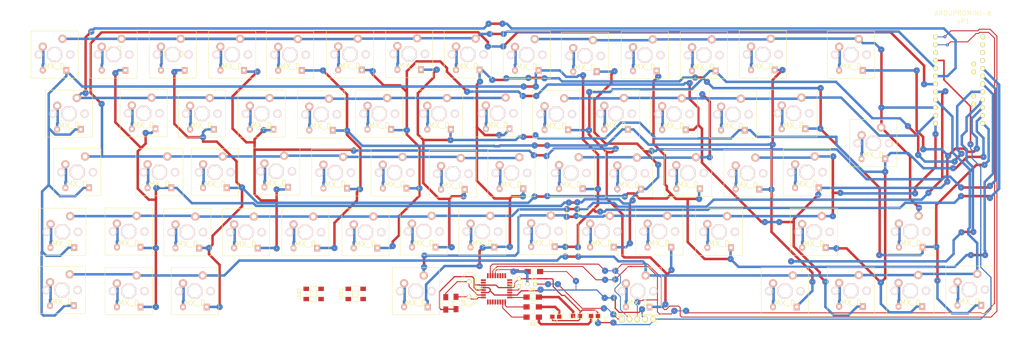
<source format=kicad_pcb>
(kicad_pcb (version 4) (host pcbnew 4.0.2+dfsg1-stable)
  (layers (0 F.Cu signal) (31 B.Cu signal) (34 B.Paste user) (35 F.Paste user) (36 B.SilkS user) (37 F.SilkS user) (38 B.Mask user) (39 F.Mask user) (44 Edge.Cuts user))
  (net 0 "")
  (net 1 "Net-(IC1-Pad1)")
  (net 2 "Net-(IC1-Pad2)")
  (net 3 GND)
  (net 4 VCC)
  (net 5 "Net-(IC1-Pad9)")
  (net 6 "Net-(IC1-Pad10)")
  (net 7 "Net-(IC1-Pad11)")
  (net 8 "Net-(IC1-Pad12)")
  (net 9 "Net-(IC1-Pad13)")
  (net 10 "Net-(IC1-Pad14)")
  (net 11 "Net-(IC1-Pad19)")
  (net 12 "Net-(IC1-Pad22)")
  (net 13 "Net-(IC1-Pad23)")
  (net 14 "Net-(IC1-Pad24)")
  (net 15 "Net-(IC1-Pad25)")
  (net 16 "Net-(IC1-Pad26)")
  (net 17 "Net-(IC1-Pad27)")
  (net 18 "Net-(IC1-Pad28)")
  (net 19 /LED_controller/LED_RX)
  (net 20 /LED_controller/LED_TX)
  (net 21 /LED_controller/Din)
  (net 22 "Net-(LED1-Pad2)")
  (net 23 "Net-(LED2-Pad2)")
  (net 24 /keyboard_matrix/row0)
  (net 25 "Net-(SW1-Pad2)")
  (net 26 /keyboard_matrix/col0)
  (net 27 /keyboard_matrix/row1)
  (net 28 "Net-(SW2-Pad2)")
  (net 29 /keyboard_matrix/row2)
  (net 30 "Net-(SW3-Pad2)")
  (net 31 /keyboard_matrix/row3)
  (net 32 "Net-(SW4-Pad2)")
  (net 33 /keyboard_matrix/row4)
  (net 34 "Net-(SW5-Pad2)")
  (net 35 /keyboard_matrix/row5)
  (net 36 "Net-(SW6-Pad2)")
  (net 37 /keyboard_matrix/row6)
  (net 38 "Net-(SW7-Pad2)")
  (net 39 /keyboard_matrix/row7)
  (net 40 "Net-(SW8-Pad2)")
  (net 41 "Net-(SW9-Pad2)")
  (net 42 /keyboard_matrix/col1)
  (net 43 "Net-(SW10-Pad2)")
  (net 44 "Net-(SW11-Pad2)")
  (net 45 "Net-(SW12-Pad2)")
  (net 46 "Net-(SW13-Pad2)")
  (net 47 "Net-(SW14-Pad2)")
  (net 48 "Net-(SW15-Pad2)")
  (net 49 "Net-(SW16-Pad2)")
  (net 50 "Net-(SW17-Pad2)")
  (net 51 /keyboard_matrix/col2)
  (net 52 "Net-(SW18-Pad2)")
  (net 53 "Net-(SW19-Pad2)")
  (net 54 "Net-(SW20-Pad2)")
  (net 55 "Net-(SW21-Pad2)")
  (net 56 "Net-(SW22-Pad2)")
  (net 57 "Net-(SW23-Pad2)")
  (net 58 "Net-(SW24-Pad2)")
  (net 59 "Net-(SW25-Pad2)")
  (net 60 /keyboard_matrix/col3)
  (net 61 "Net-(SW26-Pad2)")
  (net 62 "Net-(SW27-Pad2)")
  (net 63 "Net-(SW28-Pad2)")
  (net 64 "Net-(SW29-Pad2)")
  (net 65 "Net-(SW30-Pad2)")
  (net 66 "Net-(SW31-Pad2)")
  (net 67 "Net-(SW32-Pad2)")
  (net 68 "Net-(SW33-Pad2)")
  (net 69 /keyboard_matrix/col4)
  (net 70 "Net-(SW34-Pad2)")
  (net 71 "Net-(SW35-Pad2)")
  (net 72 "Net-(SW36-Pad2)")
  (net 73 "Net-(SW37-Pad2)")
  (net 74 "Net-(SW38-Pad2)")
  (net 75 "Net-(SW39-Pad2)")
  (net 76 "Net-(SW40-Pad2)")
  (net 77 "Net-(SW41-Pad2)")
  (net 78 /keyboard_matrix/col5)
  (net 79 "Net-(SW42-Pad2)")
  (net 80 "Net-(SW43-Pad2)")
  (net 81 "Net-(SW44-Pad2)")
  (net 82 "Net-(SW45-Pad2)")
  (net 83 "Net-(SW46-Pad2)")
  (net 84 "Net-(SW47-Pad2)")
  (net 85 "Net-(SW48-Pad2)")
  (net 86 "Net-(SW49-Pad2)")
  (net 87 /keyboard_matrix/col6)
  (net 88 "Net-(SW50-Pad2)")
  (net 89 "Net-(SW51-Pad2)")
  (net 90 "Net-(SW52-Pad2)")
  (net 91 "Net-(SW53-Pad2)")
  (net 92 "Net-(SW54-Pad2)")
  (net 93 "Net-(SW55-Pad2)")
  (net 94 "Net-(SW56-Pad2)")
  (net 95 "Net-(SW57-Pad2)")
  (net 96 /keyboard_matrix/col7)
  (net 97 "Net-(SW58-Pad2)")
  (net 98 "Net-(SW59-Pad2)")
  (net 99 "Net-(SW60-Pad2)")
  (net 100 "Net-(SW61-Pad2)")
  (net 101 "Net-(SW62-Pad2)")
  (net 102 "Net-(SW63-Pad2)")
  (net 103 "Net-(SW64-Pad2)")
  (net 104 /RST)
  (net 105 "Net-(uP1-Pad19)")
  (net 106 "Net-(uP1-Pad20)")
  (net 107 "Net-(uP1-Pad21)")
  (net 108 "Net-(uP1-Pad22)")
  (net 109 "Net-(C1-Pad1)")
  (net 110 /LED_controller/xtal1)
  (net 111 /LED_controller/xtal2)
  (net 112 /LED_controller/DTR)
  (net 113 "Net-(C4-Pad2)")
  (net 114 /LED_controller/LED_2)
  (net 115 /LED_controller/LED_1)
  (net 116 /LED_controller/LED_0)
  (net 117 "Net-(L1-Pad1)")
  (net 118 "Net-(L2-Pad1)")
  (net 119 "Net-(L3-Pad1)")
  (module Housings_QFP:TQFP-32_7x7mm_Pitch0.8mm (layer F.Cu) (at 183.642 222.758)
    (fp_text reference IC1 (at 0 -6.05) (layer F.SilkS))
    (fp_text value ATMEGA328P-A)
    (pad 1 smd rect (at -4.25 -2.8) (size 1.6 0.55) (layers F.Cu F.Paste F.Mask) (net 1 "Net-(IC1-Pad1)"))
    (pad 2 smd rect (at -4.25 -2) (size 1.6 0.55) (layers F.Cu F.Paste F.Mask) (net 2 "Net-(IC1-Pad2)"))
    (pad 3 smd rect (at -4.25 -1.2) (size 1.6 0.55) (layers F.Cu F.Paste F.Mask) (net 3 GND))
    (pad 4 smd rect (at -4.25 -0.4) (size 1.6 0.55) (layers F.Cu F.Paste F.Mask) (net 4 VCC))
    (pad 5 smd rect (at -4.25 0.4) (size 1.6 0.55) (layers F.Cu F.Paste F.Mask) (net 3 GND))
    (pad 6 smd rect (at -4.25 1.2) (size 1.6 0.55) (layers F.Cu F.Paste F.Mask) (net 4 VCC))
    (pad 7 smd rect (at -4.25 2) (size 1.6 0.55) (layers F.Cu F.Paste F.Mask) (net 110 /LED_controller/xtal1))
    (pad 8 smd rect (at -4.25 2.8) (size 1.6 0.55) (layers F.Cu F.Paste F.Mask) (net 111 /LED_controller/xtal2))
    (pad 9 smd rect (at -2.8 4.25 90) (size 1.6 0.55) (layers F.Cu F.Paste F.Mask) (net 5 "Net-(IC1-Pad9)"))
    (pad 10 smd rect (at -2 4.25 90) (size 1.6 0.55) (layers F.Cu F.Paste F.Mask) (net 6 "Net-(IC1-Pad10)"))
    (pad 11 smd rect (at -1.2 4.25 90) (size 1.6 0.55) (layers F.Cu F.Paste F.Mask) (net 7 "Net-(IC1-Pad11)"))
    (pad 12 smd rect (at -0.4 4.25 90) (size 1.6 0.55) (layers F.Cu F.Paste F.Mask) (net 8 "Net-(IC1-Pad12)"))
    (pad 13 smd rect (at 0.4 4.25 90) (size 1.6 0.55) (layers F.Cu F.Paste F.Mask) (net 9 "Net-(IC1-Pad13)"))
    (pad 14 smd rect (at 1.2 4.25 90) (size 1.6 0.55) (layers F.Cu F.Paste F.Mask) (net 10 "Net-(IC1-Pad14)"))
    (pad 15 smd rect (at 2 4.25 90) (size 1.6 0.55) (layers F.Cu F.Paste F.Mask) (net 114 /LED_controller/LED_2))
    (pad 16 smd rect (at 2.8 4.25 90) (size 1.6 0.55) (layers F.Cu F.Paste F.Mask) (net 115 /LED_controller/LED_1))
    (pad 17 smd rect (at 4.25 2.8) (size 1.6 0.55) (layers F.Cu F.Paste F.Mask) (net 116 /LED_controller/LED_0))
    (pad 18 smd rect (at 4.25 2) (size 1.6 0.55) (layers F.Cu F.Paste F.Mask) (net 4 VCC))
    (pad 19 smd rect (at 4.25 1.2) (size 1.6 0.55) (layers F.Cu F.Paste F.Mask) (net 11 "Net-(IC1-Pad19)"))
    (pad 20 smd rect (at 4.25 0.4) (size 1.6 0.55) (layers F.Cu F.Paste F.Mask) (net 109 "Net-(C1-Pad1)"))
    (pad 21 smd rect (at 4.25 -0.4) (size 1.6 0.55) (layers F.Cu F.Paste F.Mask) (net 3 GND))
    (pad 22 smd rect (at 4.25 -1.2) (size 1.6 0.55) (layers F.Cu F.Paste F.Mask) (net 12 "Net-(IC1-Pad22)"))
    (pad 23 smd rect (at 4.25 -2) (size 1.6 0.55) (layers F.Cu F.Paste F.Mask) (net 13 "Net-(IC1-Pad23)"))
    (pad 24 smd rect (at 4.25 -2.8) (size 1.6 0.55) (layers F.Cu F.Paste F.Mask) (net 14 "Net-(IC1-Pad24)"))
    (pad 25 smd rect (at 2.8 -4.25 90) (size 1.6 0.55) (layers F.Cu F.Paste F.Mask) (net 15 "Net-(IC1-Pad25)"))
    (pad 26 smd rect (at 2 -4.25 90) (size 1.6 0.55) (layers F.Cu F.Paste F.Mask) (net 16 "Net-(IC1-Pad26)"))
    (pad 27 smd rect (at 1.2 -4.25 90) (size 1.6 0.55) (layers F.Cu F.Paste F.Mask) (net 17 "Net-(IC1-Pad27)"))
    (pad 28 smd rect (at 0.4 -4.25 90) (size 1.6 0.55) (layers F.Cu F.Paste F.Mask) (net 18 "Net-(IC1-Pad28)"))
    (pad 29 smd rect (at -0.4 -4.25 90) (size 1.6 0.55) (layers F.Cu F.Paste F.Mask) (net 113 "Net-(C4-Pad2)"))
    (pad 30 smd rect (at -1.2 -4.25 90) (size 1.6 0.55) (layers F.Cu F.Paste F.Mask) (net 19 /LED_controller/LED_RX))
    (pad 31 smd rect (at -2 -4.25 90) (size 1.6 0.55) (layers F.Cu F.Paste F.Mask) (net 20 /LED_controller/LED_TX))
    (pad 32 smd rect (at -2.8 -4.25 90) (size 1.6 0.55) (layers F.Cu F.Paste F.Mask) (net 21 /LED_controller/Din))
  )
  (module ws2812:WS2812B (layer F.Cu) (at 138.176 224.409 90)
    (fp_text reference LED1 (at 0 -4.7 90) (layer F.SilkS) (effects (font (thickness 0.2))))
    (fp_text value WS2812B hide)
    (pad 1 smd rect (at 1.65 -2.4 90) (size 1.4 1.8) (layers F.Cu F.Paste F.Mask) (net 4 VCC))
    (pad 2 smd rect (at -1.65 -2.4 90) (size 1.4 1.8) (layers F.Cu F.Paste F.Mask) (net 22 "Net-(LED1-Pad2)"))
    (pad 3 smd rect (at -1.65 2.4 90) (size 1.4 1.8) (layers F.Cu F.Paste F.Mask) (net 3 GND))
    (pad 4 smd rect (at 1.65 2.4 90) (size 1.4 1.8) (layers F.Cu F.Paste F.Mask) (net 21 /LED_controller/Din))
  )
  (module ws2812:WS2812B (layer F.Cu) (at 124.6 224.41 90)
    (fp_text reference LED2 (at 0 -4.7 90) (layer F.SilkS) (effects (font (thickness 0.2))))
    (fp_text value WS2812B hide)
    (pad 1 smd rect (at 1.65 -2.4 90) (size 1.4 1.8) (layers F.Cu F.Paste F.Mask) (net 4 VCC))
    (pad 2 smd rect (at -1.65 -2.4 90) (size 1.4 1.8) (layers F.Cu F.Paste F.Mask) (net 23 "Net-(LED2-Pad2)"))
    (pad 3 smd rect (at -1.65 2.4 90) (size 1.4 1.8) (layers F.Cu F.Paste F.Mask) (net 3 GND))
    (pad 4 smd rect (at 1.65 2.4 90) (size 1.4 1.8) (layers F.Cu F.Paste F.Mask) (net 22 "Net-(LED1-Pad2)"))
  )
  (module cherry:SW_PCB_4PIN (layer F.Cu) (at 40.9575 147.0025)
    (fp_text reference SW1 hide)
    (fp_text value MX_D (at 0 3.81) (layer F.SilkS) (effects (font (size 1.778 1.778) (thickness 0.2032))))
    (pad 1 thru_hole circle (at 2.54 -5.08) (size 2.667 2.667) (drill 1.4986) (layers *.Cu *.SilkS *.Mask) (net 24 /keyboard_matrix/row0))
    (pad 2 thru_hole circle (at -3.81 -2.54) (size 2.667 2.667) (drill 1.4986) (layers *.Cu *.SilkS *.Mask) (net 25 "Net-(SW1-Pad2)"))
    (pad 3 thru_hole oval (at -3.81 5.08) (size 1.905 2.159) (drill 0.9906) (layers *.Cu *.SilkS *.Mask) (net 25 "Net-(SW1-Pad2)"))
    (pad 4 thru_hole rect (at 3.81 5.08) (size 1.905 2.159) (drill 0.9906) (layers *.Cu *.SilkS *.Mask) (net 26 /keyboard_matrix/col0))
    (pad HOLE thru_hole circle (at 5.08 0) (size 1.7018 1.7018) (drill 1.7018) (layers *.Cu))
    (pad HOLE thru_hole circle (at -5.08 0) (size 1.7018 1.7018) (drill 1.7018) (layers *.Cu))
    (pad HOLE thru_hole circle (at 0 0) (size 3.9878 3.9878) (drill 3.9878) (layers *.Cu))
  )
  (module cherry:SW_PCB_4PIN (layer F.Cu) (at 45.593 166.116)
    (fp_text reference SW2 hide)
    (fp_text value MX_D (at 0 3.81) (layer F.SilkS) (effects (font (size 1.778 1.778) (thickness 0.2032))))
    (pad 1 thru_hole circle (at 2.54 -5.08) (size 2.667 2.667) (drill 1.4986) (layers *.Cu *.SilkS *.Mask) (net 27 /keyboard_matrix/row1))
    (pad 2 thru_hole circle (at -3.81 -2.54) (size 2.667 2.667) (drill 1.4986) (layers *.Cu *.SilkS *.Mask) (net 28 "Net-(SW2-Pad2)"))
    (pad 3 thru_hole oval (at -3.81 5.08) (size 1.905 2.159) (drill 0.9906) (layers *.Cu *.SilkS *.Mask) (net 28 "Net-(SW2-Pad2)"))
    (pad 4 thru_hole rect (at 3.81 5.08) (size 1.905 2.159) (drill 0.9906) (layers *.Cu *.SilkS *.Mask) (net 26 /keyboard_matrix/col0))
    (pad HOLE thru_hole circle (at 5.08 0) (size 1.7018 1.7018) (drill 1.7018) (layers *.Cu))
    (pad HOLE thru_hole circle (at -5.08 0) (size 1.7018 1.7018) (drill 1.7018) (layers *.Cu))
    (pad HOLE thru_hole circle (at 0 0) (size 3.9878 3.9878) (drill 3.9878) (layers *.Cu))
  )
  (module cherry:SW_PCB_4PIN (layer F.Cu) (at 48.26 185.039)
    (fp_text reference SW3 hide)
    (fp_text value MX_D (at 0 3.81) (layer F.SilkS) (effects (font (size 1.778 1.778) (thickness 0.2032))))
    (pad 1 thru_hole circle (at 2.54 -5.08) (size 2.667 2.667) (drill 1.4986) (layers *.Cu *.SilkS *.Mask) (net 29 /keyboard_matrix/row2))
    (pad 2 thru_hole circle (at -3.81 -2.54) (size 2.667 2.667) (drill 1.4986) (layers *.Cu *.SilkS *.Mask) (net 30 "Net-(SW3-Pad2)"))
    (pad 3 thru_hole oval (at -3.81 5.08) (size 1.905 2.159) (drill 0.9906) (layers *.Cu *.SilkS *.Mask) (net 30 "Net-(SW3-Pad2)"))
    (pad 4 thru_hole rect (at 3.81 5.08) (size 1.905 2.159) (drill 0.9906) (layers *.Cu *.SilkS *.Mask) (net 26 /keyboard_matrix/col0))
    (pad HOLE thru_hole circle (at 5.08 0) (size 1.7018 1.7018) (drill 1.7018) (layers *.Cu))
    (pad HOLE thru_hole circle (at -5.08 0) (size 1.7018 1.7018) (drill 1.7018) (layers *.Cu))
    (pad HOLE thru_hole circle (at 0 0) (size 3.9878 3.9878) (drill 3.9878) (layers *.Cu))
  )
  (module cherry:SW_PCB_4PIN (layer F.Cu) (at 43.46 204.343)
    (fp_text reference SW4 hide)
    (fp_text value MX_D (at 0 3.81) (layer F.SilkS) (effects (font (size 1.778 1.778) (thickness 0.2032))))
    (pad 1 thru_hole circle (at 2.54 -5.08) (size 2.667 2.667) (drill 1.4986) (layers *.Cu *.SilkS *.Mask) (net 31 /keyboard_matrix/row3))
    (pad 2 thru_hole circle (at -3.81 -2.54) (size 2.667 2.667) (drill 1.4986) (layers *.Cu *.SilkS *.Mask) (net 32 "Net-(SW4-Pad2)"))
    (pad 3 thru_hole oval (at -3.81 5.08) (size 1.905 2.159) (drill 0.9906) (layers *.Cu *.SilkS *.Mask) (net 32 "Net-(SW4-Pad2)"))
    (pad 4 thru_hole rect (at 3.81 5.08) (size 1.905 2.159) (drill 0.9906) (layers *.Cu *.SilkS *.Mask) (net 26 /keyboard_matrix/col0))
    (pad HOLE thru_hole circle (at 5.08 0) (size 1.7018 1.7018) (drill 1.7018) (layers *.Cu))
    (pad HOLE thru_hole circle (at -5.08 0) (size 1.7018 1.7018) (drill 1.7018) (layers *.Cu))
    (pad HOLE thru_hole circle (at 0 0) (size 3.9878 3.9878) (drill 3.9878) (layers *.Cu))
  )
  (module cherry:SW_PCB_4PIN (layer F.Cu) (at 43.307 223.139)
    (fp_text reference SW5 hide)
    (fp_text value MX_D (at 0 3.81) (layer F.SilkS) (effects (font (size 1.778 1.778) (thickness 0.2032))))
    (pad 1 thru_hole circle (at 2.54 -5.08) (size 2.667 2.667) (drill 1.4986) (layers *.Cu *.SilkS *.Mask) (net 33 /keyboard_matrix/row4))
    (pad 2 thru_hole circle (at -3.81 -2.54) (size 2.667 2.667) (drill 1.4986) (layers *.Cu *.SilkS *.Mask) (net 34 "Net-(SW5-Pad2)"))
    (pad 3 thru_hole oval (at -3.81 5.08) (size 1.905 2.159) (drill 0.9906) (layers *.Cu *.SilkS *.Mask) (net 34 "Net-(SW5-Pad2)"))
    (pad 4 thru_hole rect (at 3.81 5.08) (size 1.905 2.159) (drill 0.9906) (layers *.Cu *.SilkS *.Mask) (net 26 /keyboard_matrix/col0))
    (pad HOLE thru_hole circle (at 5.08 0) (size 1.7018 1.7018) (drill 1.7018) (layers *.Cu))
    (pad HOLE thru_hole circle (at -5.08 0) (size 1.7018 1.7018) (drill 1.7018) (layers *.Cu))
    (pad HOLE thru_hole circle (at 0 0) (size 3.9878 3.9878) (drill 3.9878) (layers *.Cu))
  )
  (module cherry:SW_PCB_4PIN (layer F.Cu) (at 193.421 147.066)
    (fp_text reference SW6 hide)
    (fp_text value MX_D (at 0 3.81) (layer F.SilkS) (effects (font (size 1.778 1.778) (thickness 0.2032))))
    (pad 1 thru_hole circle (at 2.54 -5.08) (size 2.667 2.667) (drill 1.4986) (layers *.Cu *.SilkS *.Mask) (net 35 /keyboard_matrix/row5))
    (pad 2 thru_hole circle (at -3.81 -2.54) (size 2.667 2.667) (drill 1.4986) (layers *.Cu *.SilkS *.Mask) (net 36 "Net-(SW6-Pad2)"))
    (pad 3 thru_hole oval (at -3.81 5.08) (size 1.905 2.159) (drill 0.9906) (layers *.Cu *.SilkS *.Mask) (net 36 "Net-(SW6-Pad2)"))
    (pad 4 thru_hole rect (at 3.81 5.08) (size 1.905 2.159) (drill 0.9906) (layers *.Cu *.SilkS *.Mask) (net 26 /keyboard_matrix/col0))
    (pad HOLE thru_hole circle (at 5.08 0) (size 1.7018 1.7018) (drill 1.7018) (layers *.Cu))
    (pad HOLE thru_hole circle (at -5.08 0) (size 1.7018 1.7018) (drill 1.7018) (layers *.Cu))
    (pad HOLE thru_hole circle (at 0 0) (size 3.9878 3.9878) (drill 3.9878) (layers *.Cu))
  )
  (module cherry:SW_PCB_4PIN (layer F.Cu) (at 207.645 185.293)
    (fp_text reference SW7 hide)
    (fp_text value MX_D (at 0 3.81) (layer F.SilkS) (effects (font (size 1.778 1.778) (thickness 0.2032))))
    (pad 1 thru_hole circle (at 2.54 -5.08) (size 2.667 2.667) (drill 1.4986) (layers *.Cu *.SilkS *.Mask) (net 37 /keyboard_matrix/row6))
    (pad 2 thru_hole circle (at -3.81 -2.54) (size 2.667 2.667) (drill 1.4986) (layers *.Cu *.SilkS *.Mask) (net 38 "Net-(SW7-Pad2)"))
    (pad 3 thru_hole oval (at -3.81 5.08) (size 1.905 2.159) (drill 0.9906) (layers *.Cu *.SilkS *.Mask) (net 38 "Net-(SW7-Pad2)"))
    (pad 4 thru_hole rect (at 3.81 5.08) (size 1.905 2.159) (drill 0.9906) (layers *.Cu *.SilkS *.Mask) (net 26 /keyboard_matrix/col0))
    (pad HOLE thru_hole circle (at 5.08 0) (size 1.7018 1.7018) (drill 1.7018) (layers *.Cu))
    (pad HOLE thru_hole circle (at -5.08 0) (size 1.7018 1.7018) (drill 1.7018) (layers *.Cu))
    (pad HOLE thru_hole circle (at 0 0) (size 3.9878 3.9878) (drill 3.9878) (layers *.Cu))
  )
  (module cherry:SW_PCB_4PIN (layer F.Cu) (at 198.628 204.089)
    (fp_text reference SW8 hide)
    (fp_text value MX_D (at 0 3.81) (layer F.SilkS) (effects (font (size 1.778 1.778) (thickness 0.2032))))
    (pad 1 thru_hole circle (at 2.54 -5.08) (size 2.667 2.667) (drill 1.4986) (layers *.Cu *.SilkS *.Mask) (net 39 /keyboard_matrix/row7))
    (pad 2 thru_hole circle (at -3.81 -2.54) (size 2.667 2.667) (drill 1.4986) (layers *.Cu *.SilkS *.Mask) (net 40 "Net-(SW8-Pad2)"))
    (pad 3 thru_hole oval (at -3.81 5.08) (size 1.905 2.159) (drill 0.9906) (layers *.Cu *.SilkS *.Mask) (net 40 "Net-(SW8-Pad2)"))
    (pad 4 thru_hole rect (at 3.81 5.08) (size 1.905 2.159) (drill 0.9906) (layers *.Cu *.SilkS *.Mask) (net 26 /keyboard_matrix/col0))
    (pad HOLE thru_hole circle (at 5.08 0) (size 1.7018 1.7018) (drill 1.7018) (layers *.Cu))
    (pad HOLE thru_hole circle (at -5.08 0) (size 1.7018 1.7018) (drill 1.7018) (layers *.Cu))
    (pad HOLE thru_hole circle (at 0 0) (size 3.9878 3.9878) (drill 3.9878) (layers *.Cu))
  )
  (module cherry:SW_PCB_4PIN (layer F.Cu) (at 60.0075 147.0025)
    (fp_text reference SW9 hide)
    (fp_text value MX_D (at -0.762 -1.778) (layer F.SilkS) (effects (font (size 1.778 1.778) (thickness 0.2032))))
    (pad 1 thru_hole circle (at 2.54 -5.08) (size 2.667 2.667) (drill 1.4986) (layers *.Cu *.SilkS *.Mask) (net 24 /keyboard_matrix/row0))
    (pad 2 thru_hole circle (at -3.81 -2.54) (size 2.667 2.667) (drill 1.4986) (layers *.Cu *.SilkS *.Mask) (net 41 "Net-(SW9-Pad2)"))
    (pad 3 thru_hole oval (at -3.81 5.08) (size 1.905 2.159) (drill 0.9906) (layers *.Cu *.SilkS *.Mask) (net 41 "Net-(SW9-Pad2)"))
    (pad 4 thru_hole rect (at 3.81 5.08) (size 1.905 2.159) (drill 0.9906) (layers *.Cu *.SilkS *.Mask) (net 42 /keyboard_matrix/col1))
    (pad HOLE thru_hole circle (at 5.08 0) (size 1.7018 1.7018) (drill 1.7018) (layers *.Cu))
    (pad HOLE thru_hole circle (at -5.08 0) (size 1.7018 1.7018) (drill 1.7018) (layers *.Cu))
    (pad HOLE thru_hole circle (at 0 0) (size 3.9878 3.9878) (drill 3.9878) (layers *.Cu))
  )
  (module cherry:SW_PCB_4PIN (layer F.Cu) (at 69.723 165.989)
    (fp_text reference SW10 hide)
    (fp_text value MX_D (at 0 3.81) (layer F.SilkS) (effects (font (size 1.778 1.778) (thickness 0.2032))))
    (pad 1 thru_hole circle (at 2.54 -5.08) (size 2.667 2.667) (drill 1.4986) (layers *.Cu *.SilkS *.Mask) (net 27 /keyboard_matrix/row1))
    (pad 2 thru_hole circle (at -3.81 -2.54) (size 2.667 2.667) (drill 1.4986) (layers *.Cu *.SilkS *.Mask) (net 43 "Net-(SW10-Pad2)"))
    (pad 3 thru_hole oval (at -3.81 5.08) (size 1.905 2.159) (drill 0.9906) (layers *.Cu *.SilkS *.Mask) (net 43 "Net-(SW10-Pad2)"))
    (pad 4 thru_hole rect (at 3.81 5.08) (size 1.905 2.159) (drill 0.9906) (layers *.Cu *.SilkS *.Mask) (net 42 /keyboard_matrix/col1))
    (pad HOLE thru_hole circle (at 5.08 0) (size 1.7018 1.7018) (drill 1.7018) (layers *.Cu))
    (pad HOLE thru_hole circle (at -5.08 0) (size 1.7018 1.7018) (drill 1.7018) (layers *.Cu))
    (pad HOLE thru_hole circle (at 0 0) (size 3.9878 3.9878) (drill 3.9878) (layers *.Cu))
  )
  (module cherry:SW_PCB_4PIN (layer F.Cu) (at 74.803 185.039)
    (fp_text reference SW11 hide)
    (fp_text value MX_D (at 0 3.81) (layer F.SilkS) (effects (font (size 1.778 1.778) (thickness 0.2032))))
    (pad 1 thru_hole circle (at 2.54 -5.08) (size 2.667 2.667) (drill 1.4986) (layers *.Cu *.SilkS *.Mask) (net 29 /keyboard_matrix/row2))
    (pad 2 thru_hole circle (at -3.81 -2.54) (size 2.667 2.667) (drill 1.4986) (layers *.Cu *.SilkS *.Mask) (net 44 "Net-(SW11-Pad2)"))
    (pad 3 thru_hole oval (at -3.81 5.08) (size 1.905 2.159) (drill 0.9906) (layers *.Cu *.SilkS *.Mask) (net 44 "Net-(SW11-Pad2)"))
    (pad 4 thru_hole rect (at 3.81 5.08) (size 1.905 2.159) (drill 0.9906) (layers *.Cu *.SilkS *.Mask) (net 42 /keyboard_matrix/col1))
    (pad HOLE thru_hole circle (at 5.08 0) (size 1.7018 1.7018) (drill 1.7018) (layers *.Cu))
    (pad HOLE thru_hole circle (at -5.08 0) (size 1.7018 1.7018) (drill 1.7018) (layers *.Cu))
    (pad HOLE thru_hole circle (at 0 0) (size 3.9878 3.9878) (drill 3.9878) (layers *.Cu))
  )
  (module cherry:SW_PCB_4PIN (layer F.Cu) (at 64.897 204.216)
    (fp_text reference SW12 hide)
    (fp_text value MX_D (at 0 3.81) (layer F.SilkS) (effects (font (size 1.778 1.778) (thickness 0.2032))))
    (pad 1 thru_hole circle (at 2.54 -5.08) (size 2.667 2.667) (drill 1.4986) (layers *.Cu *.SilkS *.Mask) (net 31 /keyboard_matrix/row3))
    (pad 2 thru_hole circle (at -3.81 -2.54) (size 2.667 2.667) (drill 1.4986) (layers *.Cu *.SilkS *.Mask) (net 45 "Net-(SW12-Pad2)"))
    (pad 3 thru_hole oval (at -3.81 5.08) (size 1.905 2.159) (drill 0.9906) (layers *.Cu *.SilkS *.Mask) (net 45 "Net-(SW12-Pad2)"))
    (pad 4 thru_hole rect (at 3.81 5.08) (size 1.905 2.159) (drill 0.9906) (layers *.Cu *.SilkS *.Mask) (net 42 /keyboard_matrix/col1))
    (pad HOLE thru_hole circle (at 5.08 0) (size 1.7018 1.7018) (drill 1.7018) (layers *.Cu))
    (pad HOLE thru_hole circle (at -5.08 0) (size 1.7018 1.7018) (drill 1.7018) (layers *.Cu))
    (pad HOLE thru_hole circle (at 0 0) (size 3.9878 3.9878) (drill 3.9878) (layers *.Cu))
  )
  (module cherry:SW_PCB_4PIN (layer F.Cu) (at 64.897 223.52)
    (fp_text reference SW13 hide)
    (fp_text value MX_D (at 0 3.81) (layer F.SilkS) (effects (font (size 1.778 1.778) (thickness 0.2032))))
    (pad 1 thru_hole circle (at 2.54 -5.08) (size 2.667 2.667) (drill 1.4986) (layers *.Cu *.SilkS *.Mask) (net 33 /keyboard_matrix/row4))
    (pad 2 thru_hole circle (at -3.81 -2.54) (size 2.667 2.667) (drill 1.4986) (layers *.Cu *.SilkS *.Mask) (net 46 "Net-(SW13-Pad2)"))
    (pad 3 thru_hole oval (at -3.81 5.08) (size 1.905 2.159) (drill 0.9906) (layers *.Cu *.SilkS *.Mask) (net 46 "Net-(SW13-Pad2)"))
    (pad 4 thru_hole rect (at 3.81 5.08) (size 1.905 2.159) (drill 0.9906) (layers *.Cu *.SilkS *.Mask) (net 42 /keyboard_matrix/col1))
    (pad HOLE thru_hole circle (at 5.08 0) (size 1.7018 1.7018) (drill 1.7018) (layers *.Cu))
    (pad HOLE thru_hole circle (at -5.08 0) (size 1.7018 1.7018) (drill 1.7018) (layers *.Cu))
    (pad HOLE thru_hole circle (at 0 0) (size 3.9878 3.9878) (drill 3.9878) (layers *.Cu))
  )
  (module cherry:SW_PCB_4PIN (layer F.Cu) (at 212.217 147.447)
    (fp_text reference SW14 hide)
    (fp_text value MX_D (at 0 3.81) (layer F.SilkS) (effects (font (size 1.778 1.778) (thickness 0.2032))))
    (pad 1 thru_hole circle (at 2.54 -5.08) (size 2.667 2.667) (drill 1.4986) (layers *.Cu *.SilkS *.Mask) (net 35 /keyboard_matrix/row5))
    (pad 2 thru_hole circle (at -3.81 -2.54) (size 2.667 2.667) (drill 1.4986) (layers *.Cu *.SilkS *.Mask) (net 47 "Net-(SW14-Pad2)"))
    (pad 3 thru_hole oval (at -3.81 5.08) (size 1.905 2.159) (drill 0.9906) (layers *.Cu *.SilkS *.Mask) (net 47 "Net-(SW14-Pad2)"))
    (pad 4 thru_hole rect (at 3.81 5.08) (size 1.905 2.159) (drill 0.9906) (layers *.Cu *.SilkS *.Mask) (net 42 /keyboard_matrix/col1))
    (pad HOLE thru_hole circle (at 5.08 0) (size 1.7018 1.7018) (drill 1.7018) (layers *.Cu))
    (pad HOLE thru_hole circle (at -5.08 0) (size 1.7018 1.7018) (drill 1.7018) (layers *.Cu))
    (pad HOLE thru_hole circle (at 0 0) (size 3.9878 3.9878) (drill 3.9878) (layers *.Cu))
  )
  (module cherry:SW_PCB_4PIN (layer F.Cu) (at 226.441 185.42)
    (fp_text reference SW15 hide)
    (fp_text value MX_D (at 0 3.81) (layer F.SilkS) (effects (font (size 1.778 1.778) (thickness 0.2032))))
    (pad 1 thru_hole circle (at 2.54 -5.08) (size 2.667 2.667) (drill 1.4986) (layers *.Cu *.SilkS *.Mask) (net 37 /keyboard_matrix/row6))
    (pad 2 thru_hole circle (at -3.81 -2.54) (size 2.667 2.667) (drill 1.4986) (layers *.Cu *.SilkS *.Mask) (net 48 "Net-(SW15-Pad2)"))
    (pad 3 thru_hole oval (at -3.81 5.08) (size 1.905 2.159) (drill 0.9906) (layers *.Cu *.SilkS *.Mask) (net 48 "Net-(SW15-Pad2)"))
    (pad 4 thru_hole rect (at 3.81 5.08) (size 1.905 2.159) (drill 0.9906) (layers *.Cu *.SilkS *.Mask) (net 42 /keyboard_matrix/col1))
    (pad HOLE thru_hole circle (at 5.08 0) (size 1.7018 1.7018) (drill 1.7018) (layers *.Cu))
    (pad HOLE thru_hole circle (at -5.08 0) (size 1.7018 1.7018) (drill 1.7018) (layers *.Cu))
    (pad HOLE thru_hole circle (at 0 0) (size 3.9878 3.9878) (drill 3.9878) (layers *.Cu))
  )
  (module cherry:SW_PCB_4PIN (layer F.Cu) (at 217.678 204.216)
    (fp_text reference SW16 hide)
    (fp_text value MX_D (at 0 3.81) (layer F.SilkS) (effects (font (size 1.778 1.778) (thickness 0.2032))))
    (pad 1 thru_hole circle (at 2.54 -5.08) (size 2.667 2.667) (drill 1.4986) (layers *.Cu *.SilkS *.Mask) (net 39 /keyboard_matrix/row7))
    (pad 2 thru_hole circle (at -3.81 -2.54) (size 2.667 2.667) (drill 1.4986) (layers *.Cu *.SilkS *.Mask) (net 49 "Net-(SW16-Pad2)"))
    (pad 3 thru_hole oval (at -3.81 5.08) (size 1.905 2.159) (drill 0.9906) (layers *.Cu *.SilkS *.Mask) (net 49 "Net-(SW16-Pad2)"))
    (pad 4 thru_hole rect (at 3.81 5.08) (size 1.905 2.159) (drill 0.9906) (layers *.Cu *.SilkS *.Mask) (net 42 /keyboard_matrix/col1))
    (pad HOLE thru_hole circle (at 5.08 0) (size 1.7018 1.7018) (drill 1.7018) (layers *.Cu))
    (pad HOLE thru_hole circle (at -5.08 0) (size 1.7018 1.7018) (drill 1.7018) (layers *.Cu))
    (pad HOLE thru_hole circle (at 0 0) (size 3.9878 3.9878) (drill 3.9878) (layers *.Cu))
  )
  (module cherry:SW_PCB_4PIN (layer F.Cu) (at 79.121 147.0025)
    (fp_text reference SW17 hide)
    (fp_text value MX_D (at 0.254 -0.1905) (layer F.SilkS) (effects (font (size 1.778 1.778) (thickness 0.2032))))
    (pad 1 thru_hole circle (at 2.54 -5.08) (size 2.667 2.667) (drill 1.4986) (layers *.Cu *.SilkS *.Mask) (net 24 /keyboard_matrix/row0))
    (pad 2 thru_hole circle (at -3.81 -2.54) (size 2.667 2.667) (drill 1.4986) (layers *.Cu *.SilkS *.Mask) (net 50 "Net-(SW17-Pad2)"))
    (pad 3 thru_hole oval (at -3.81 5.08) (size 1.905 2.159) (drill 0.9906) (layers *.Cu *.SilkS *.Mask) (net 50 "Net-(SW17-Pad2)"))
    (pad 4 thru_hole rect (at 3.81 5.08) (size 1.905 2.159) (drill 0.9906) (layers *.Cu *.SilkS *.Mask) (net 51 /keyboard_matrix/col2))
    (pad HOLE thru_hole circle (at 5.08 0) (size 1.7018 1.7018) (drill 1.7018) (layers *.Cu))
    (pad HOLE thru_hole circle (at -5.08 0) (size 1.7018 1.7018) (drill 1.7018) (layers *.Cu))
    (pad HOLE thru_hole circle (at 0 0) (size 3.9878 3.9878) (drill 3.9878) (layers *.Cu))
  )
  (module cherry:SW_PCB_4PIN (layer F.Cu) (at 88.519 166.116)
    (fp_text reference SW18 hide)
    (fp_text value MX_D (at 0 3.81) (layer F.SilkS) (effects (font (size 1.778 1.778) (thickness 0.2032))))
    (pad 1 thru_hole circle (at 2.54 -5.08) (size 2.667 2.667) (drill 1.4986) (layers *.Cu *.SilkS *.Mask) (net 27 /keyboard_matrix/row1))
    (pad 2 thru_hole circle (at -3.81 -2.54) (size 2.667 2.667) (drill 1.4986) (layers *.Cu *.SilkS *.Mask) (net 52 "Net-(SW18-Pad2)"))
    (pad 3 thru_hole oval (at -3.81 5.08) (size 1.905 2.159) (drill 0.9906) (layers *.Cu *.SilkS *.Mask) (net 52 "Net-(SW18-Pad2)"))
    (pad 4 thru_hole rect (at 3.81 5.08) (size 1.905 2.159) (drill 0.9906) (layers *.Cu *.SilkS *.Mask) (net 51 /keyboard_matrix/col2))
    (pad HOLE thru_hole circle (at 5.08 0) (size 1.7018 1.7018) (drill 1.7018) (layers *.Cu))
    (pad HOLE thru_hole circle (at -5.08 0) (size 1.7018 1.7018) (drill 1.7018) (layers *.Cu))
    (pad HOLE thru_hole circle (at 0 0) (size 3.9878 3.9878) (drill 3.9878) (layers *.Cu))
  )
  (module cherry:SW_PCB_4PIN (layer F.Cu) (at 92.71 185.039)
    (fp_text reference SW19 hide)
    (fp_text value MX_D (at 0 3.81) (layer F.SilkS) (effects (font (size 1.778 1.778) (thickness 0.2032))))
    (pad 1 thru_hole circle (at 2.54 -5.08) (size 2.667 2.667) (drill 1.4986) (layers *.Cu *.SilkS *.Mask) (net 29 /keyboard_matrix/row2))
    (pad 2 thru_hole circle (at -3.81 -2.54) (size 2.667 2.667) (drill 1.4986) (layers *.Cu *.SilkS *.Mask) (net 53 "Net-(SW19-Pad2)"))
    (pad 3 thru_hole oval (at -3.81 5.08) (size 1.905 2.159) (drill 0.9906) (layers *.Cu *.SilkS *.Mask) (net 53 "Net-(SW19-Pad2)"))
    (pad 4 thru_hole rect (at 3.81 5.08) (size 1.905 2.159) (drill 0.9906) (layers *.Cu *.SilkS *.Mask) (net 51 /keyboard_matrix/col2))
    (pad HOLE thru_hole circle (at 5.08 0) (size 1.7018 1.7018) (drill 1.7018) (layers *.Cu))
    (pad HOLE thru_hole circle (at -5.08 0) (size 1.7018 1.7018) (drill 1.7018) (layers *.Cu))
    (pad HOLE thru_hole circle (at 0 0) (size 3.9878 3.9878) (drill 3.9878) (layers *.Cu))
  )
  (module cherry:SW_PCB_4PIN (layer F.Cu) (at 83.82 204.47)
    (fp_text reference SW20 hide)
    (fp_text value MX_D (at 0 3.81) (layer F.SilkS) (effects (font (size 1.778 1.778) (thickness 0.2032))))
    (pad 1 thru_hole circle (at 2.54 -5.08) (size 2.667 2.667) (drill 1.4986) (layers *.Cu *.SilkS *.Mask) (net 31 /keyboard_matrix/row3))
    (pad 2 thru_hole circle (at -3.81 -2.54) (size 2.667 2.667) (drill 1.4986) (layers *.Cu *.SilkS *.Mask) (net 54 "Net-(SW20-Pad2)"))
    (pad 3 thru_hole oval (at -3.81 5.08) (size 1.905 2.159) (drill 0.9906) (layers *.Cu *.SilkS *.Mask) (net 54 "Net-(SW20-Pad2)"))
    (pad 4 thru_hole rect (at 3.81 5.08) (size 1.905 2.159) (drill 0.9906) (layers *.Cu *.SilkS *.Mask) (net 51 /keyboard_matrix/col2))
    (pad HOLE thru_hole circle (at 5.08 0) (size 1.7018 1.7018) (drill 1.7018) (layers *.Cu))
    (pad HOLE thru_hole circle (at -5.08 0) (size 1.7018 1.7018) (drill 1.7018) (layers *.Cu))
    (pad HOLE thru_hole circle (at 0 0) (size 3.9878 3.9878) (drill 3.9878) (layers *.Cu))
  )
  (module cherry:SW_PCB_4PIN (layer F.Cu) (at 86.233 223.52)
    (fp_text reference SW21 hide)
    (fp_text value MX_D (at 0 3.81) (layer F.SilkS) (effects (font (size 1.778 1.778) (thickness 0.2032))))
    (pad 1 thru_hole circle (at 2.54 -5.08) (size 2.667 2.667) (drill 1.4986) (layers *.Cu *.SilkS *.Mask) (net 33 /keyboard_matrix/row4))
    (pad 2 thru_hole circle (at -3.81 -2.54) (size 2.667 2.667) (drill 1.4986) (layers *.Cu *.SilkS *.Mask) (net 55 "Net-(SW21-Pad2)"))
    (pad 3 thru_hole oval (at -3.81 5.08) (size 1.905 2.159) (drill 0.9906) (layers *.Cu *.SilkS *.Mask) (net 55 "Net-(SW21-Pad2)"))
    (pad 4 thru_hole rect (at 3.81 5.08) (size 1.905 2.159) (drill 0.9906) (layers *.Cu *.SilkS *.Mask) (net 51 /keyboard_matrix/col2))
    (pad HOLE thru_hole circle (at 5.08 0) (size 1.7018 1.7018) (drill 1.7018) (layers *.Cu))
    (pad HOLE thru_hole circle (at -5.08 0) (size 1.7018 1.7018) (drill 1.7018) (layers *.Cu))
    (pad HOLE thru_hole circle (at 0 0) (size 3.9878 3.9878) (drill 3.9878) (layers *.Cu))
  )
  (module cherry:SW_PCB_4PIN (layer F.Cu) (at 231.521 147.193)
    (fp_text reference SW22 hide)
    (fp_text value MX_D (at 0 3.81) (layer F.SilkS) (effects (font (size 1.778 1.778) (thickness 0.2032))))
    (pad 1 thru_hole circle (at 2.54 -5.08) (size 2.667 2.667) (drill 1.4986) (layers *.Cu *.SilkS *.Mask) (net 35 /keyboard_matrix/row5))
    (pad 2 thru_hole circle (at -3.81 -2.54) (size 2.667 2.667) (drill 1.4986) (layers *.Cu *.SilkS *.Mask) (net 56 "Net-(SW22-Pad2)"))
    (pad 3 thru_hole oval (at -3.81 5.08) (size 1.905 2.159) (drill 0.9906) (layers *.Cu *.SilkS *.Mask) (net 56 "Net-(SW22-Pad2)"))
    (pad 4 thru_hole rect (at 3.81 5.08) (size 1.905 2.159) (drill 0.9906) (layers *.Cu *.SilkS *.Mask) (net 51 /keyboard_matrix/col2))
    (pad HOLE thru_hole circle (at 5.08 0) (size 1.7018 1.7018) (drill 1.7018) (layers *.Cu))
    (pad HOLE thru_hole circle (at -5.08 0) (size 1.7018 1.7018) (drill 1.7018) (layers *.Cu))
    (pad HOLE thru_hole circle (at 0 0) (size 3.9878 3.9878) (drill 3.9878) (layers *.Cu))
  )
  (module cherry:SW_PCB_4PIN (layer F.Cu) (at 245.491 185.293)
    (fp_text reference SW23 hide)
    (fp_text value MX_D (at 0 3.81) (layer F.SilkS) (effects (font (size 1.778 1.778) (thickness 0.2032))))
    (pad 1 thru_hole circle (at 2.54 -5.08) (size 2.667 2.667) (drill 1.4986) (layers *.Cu *.SilkS *.Mask) (net 37 /keyboard_matrix/row6))
    (pad 2 thru_hole circle (at -3.81 -2.54) (size 2.667 2.667) (drill 1.4986) (layers *.Cu *.SilkS *.Mask) (net 57 "Net-(SW23-Pad2)"))
    (pad 3 thru_hole oval (at -3.81 5.08) (size 1.905 2.159) (drill 0.9906) (layers *.Cu *.SilkS *.Mask) (net 57 "Net-(SW23-Pad2)"))
    (pad 4 thru_hole rect (at 3.81 5.08) (size 1.905 2.159) (drill 0.9906) (layers *.Cu *.SilkS *.Mask) (net 51 /keyboard_matrix/col2))
    (pad HOLE thru_hole circle (at 5.08 0) (size 1.7018 1.7018) (drill 1.7018) (layers *.Cu))
    (pad HOLE thru_hole circle (at -5.08 0) (size 1.7018 1.7018) (drill 1.7018) (layers *.Cu))
    (pad HOLE thru_hole circle (at 0 0) (size 3.9878 3.9878) (drill 3.9878) (layers *.Cu))
  )
  (module cherry:SW_PCB_4PIN (layer F.Cu) (at 255.524 204.343)
    (fp_text reference SW24 hide)
    (fp_text value MX_D (at 0 3.81) (layer F.SilkS) (effects (font (size 1.778 1.778) (thickness 0.2032))))
    (pad 1 thru_hole circle (at 2.54 -5.08) (size 2.667 2.667) (drill 1.4986) (layers *.Cu *.SilkS *.Mask) (net 39 /keyboard_matrix/row7))
    (pad 2 thru_hole circle (at -3.81 -2.54) (size 2.667 2.667) (drill 1.4986) (layers *.Cu *.SilkS *.Mask) (net 58 "Net-(SW24-Pad2)"))
    (pad 3 thru_hole oval (at -3.81 5.08) (size 1.905 2.159) (drill 0.9906) (layers *.Cu *.SilkS *.Mask) (net 58 "Net-(SW24-Pad2)"))
    (pad 4 thru_hole rect (at 3.81 5.08) (size 1.905 2.159) (drill 0.9906) (layers *.Cu *.SilkS *.Mask) (net 51 /keyboard_matrix/col2))
    (pad HOLE thru_hole circle (at 5.08 0) (size 1.7018 1.7018) (drill 1.7018) (layers *.Cu))
    (pad HOLE thru_hole circle (at -5.08 0) (size 1.7018 1.7018) (drill 1.7018) (layers *.Cu))
    (pad HOLE thru_hole circle (at 0 0) (size 3.9878 3.9878) (drill 3.9878) (layers *.Cu))
  )
  (module cherry:SW_PCB_4PIN (layer F.Cu) (at 98.298 147.0025)
    (fp_text reference SW25 hide)
    (fp_text value MX_D (at 0 3.81) (layer F.SilkS) (effects (font (size 1.778 1.778) (thickness 0.2032))))
    (pad 1 thru_hole circle (at 2.54 -5.08) (size 2.667 2.667) (drill 1.4986) (layers *.Cu *.SilkS *.Mask) (net 24 /keyboard_matrix/row0))
    (pad 2 thru_hole circle (at -3.81 -2.54) (size 2.667 2.667) (drill 1.4986) (layers *.Cu *.SilkS *.Mask) (net 59 "Net-(SW25-Pad2)"))
    (pad 3 thru_hole oval (at -3.81 5.08) (size 1.905 2.159) (drill 0.9906) (layers *.Cu *.SilkS *.Mask) (net 59 "Net-(SW25-Pad2)"))
    (pad 4 thru_hole rect (at 3.81 5.08) (size 1.905 2.159) (drill 0.9906) (layers *.Cu *.SilkS *.Mask) (net 60 /keyboard_matrix/col3))
    (pad HOLE thru_hole circle (at 5.08 0) (size 1.7018 1.7018) (drill 1.7018) (layers *.Cu))
    (pad HOLE thru_hole circle (at -5.08 0) (size 1.7018 1.7018) (drill 1.7018) (layers *.Cu))
    (pad HOLE thru_hole circle (at 0 0) (size 3.9878 3.9878) (drill 3.9878) (layers *.Cu))
  )
  (module cherry:SW_PCB_4PIN (layer F.Cu) (at 107.823 166.116)
    (fp_text reference SW26 hide)
    (fp_text value MX_D (at 0 3.81) (layer F.SilkS) (effects (font (size 1.778 1.778) (thickness 0.2032))))
    (pad 1 thru_hole circle (at 2.54 -5.08) (size 2.667 2.667) (drill 1.4986) (layers *.Cu *.SilkS *.Mask) (net 27 /keyboard_matrix/row1))
    (pad 2 thru_hole circle (at -3.81 -2.54) (size 2.667 2.667) (drill 1.4986) (layers *.Cu *.SilkS *.Mask) (net 61 "Net-(SW26-Pad2)"))
    (pad 3 thru_hole oval (at -3.81 5.08) (size 1.905 2.159) (drill 0.9906) (layers *.Cu *.SilkS *.Mask) (net 61 "Net-(SW26-Pad2)"))
    (pad 4 thru_hole rect (at 3.81 5.08) (size 1.905 2.159) (drill 0.9906) (layers *.Cu *.SilkS *.Mask) (net 60 /keyboard_matrix/col3))
    (pad HOLE thru_hole circle (at 5.08 0) (size 1.7018 1.7018) (drill 1.7018) (layers *.Cu))
    (pad HOLE thru_hole circle (at -5.08 0) (size 1.7018 1.7018) (drill 1.7018) (layers *.Cu))
    (pad HOLE thru_hole circle (at 0 0) (size 3.9878 3.9878) (drill 3.9878) (layers *.Cu))
  )
  (module cherry:SW_PCB_4PIN (layer F.Cu) (at 112.522 184.785)
    (fp_text reference SW27 hide)
    (fp_text value MX_D (at 0 3.81) (layer F.SilkS) (effects (font (size 1.778 1.778) (thickness 0.2032))))
    (pad 1 thru_hole circle (at 2.54 -5.08) (size 2.667 2.667) (drill 1.4986) (layers *.Cu *.SilkS *.Mask) (net 29 /keyboard_matrix/row2))
    (pad 2 thru_hole circle (at -3.81 -2.54) (size 2.667 2.667) (drill 1.4986) (layers *.Cu *.SilkS *.Mask) (net 62 "Net-(SW27-Pad2)"))
    (pad 3 thru_hole oval (at -3.81 5.08) (size 1.905 2.159) (drill 0.9906) (layers *.Cu *.SilkS *.Mask) (net 62 "Net-(SW27-Pad2)"))
    (pad 4 thru_hole rect (at 3.81 5.08) (size 1.905 2.159) (drill 0.9906) (layers *.Cu *.SilkS *.Mask) (net 60 /keyboard_matrix/col3))
    (pad HOLE thru_hole circle (at 5.08 0) (size 1.7018 1.7018) (drill 1.7018) (layers *.Cu))
    (pad HOLE thru_hole circle (at -5.08 0) (size 1.7018 1.7018) (drill 1.7018) (layers *.Cu))
    (pad HOLE thru_hole circle (at 0 0) (size 3.9878 3.9878) (drill 3.9878) (layers *.Cu))
  )
  (module cherry:SW_PCB_4PIN (layer F.Cu) (at 102.743 204.47)
    (fp_text reference SW28 hide)
    (fp_text value MX_D (at 0 3.81) (layer F.SilkS) (effects (font (size 1.778 1.778) (thickness 0.2032))))
    (pad 1 thru_hole circle (at 2.54 -5.08) (size 2.667 2.667) (drill 1.4986) (layers *.Cu *.SilkS *.Mask) (net 31 /keyboard_matrix/row3))
    (pad 2 thru_hole circle (at -3.81 -2.54) (size 2.667 2.667) (drill 1.4986) (layers *.Cu *.SilkS *.Mask) (net 63 "Net-(SW28-Pad2)"))
    (pad 3 thru_hole oval (at -3.81 5.08) (size 1.905 2.159) (drill 0.9906) (layers *.Cu *.SilkS *.Mask) (net 63 "Net-(SW28-Pad2)"))
    (pad 4 thru_hole rect (at 3.81 5.08) (size 1.905 2.159) (drill 0.9906) (layers *.Cu *.SilkS *.Mask) (net 60 /keyboard_matrix/col3))
    (pad HOLE thru_hole circle (at 5.08 0) (size 1.7018 1.7018) (drill 1.7018) (layers *.Cu))
    (pad HOLE thru_hole circle (at -5.08 0) (size 1.7018 1.7018) (drill 1.7018) (layers *.Cu))
    (pad HOLE thru_hole circle (at 0 0) (size 3.9878 3.9878) (drill 3.9878) (layers *.Cu))
  )
  (module cherry:SW_PCB_4PIN (layer F.Cu) (at 229.235 223.52)
    (fp_text reference SW29 hide)
    (fp_text value MX_D (at 0 3.81) (layer F.SilkS) (effects (font (size 1.778 1.778) (thickness 0.2032))))
    (pad 1 thru_hole circle (at 2.54 -5.08) (size 2.667 2.667) (drill 1.4986) (layers *.Cu *.SilkS *.Mask) (net 33 /keyboard_matrix/row4))
    (pad 2 thru_hole circle (at -3.81 -2.54) (size 2.667 2.667) (drill 1.4986) (layers *.Cu *.SilkS *.Mask) (net 64 "Net-(SW29-Pad2)"))
    (pad 3 thru_hole oval (at -3.81 5.08) (size 1.905 2.159) (drill 0.9906) (layers *.Cu *.SilkS *.Mask) (net 64 "Net-(SW29-Pad2)"))
    (pad 4 thru_hole rect (at 3.81 5.08) (size 1.905 2.159) (drill 0.9906) (layers *.Cu *.SilkS *.Mask) (net 60 /keyboard_matrix/col3))
    (pad HOLE thru_hole circle (at 5.08 0) (size 1.7018 1.7018) (drill 1.7018) (layers *.Cu))
    (pad HOLE thru_hole circle (at -5.08 0) (size 1.7018 1.7018) (drill 1.7018) (layers *.Cu))
    (pad HOLE thru_hole circle (at 0 0) (size 3.9878 3.9878) (drill 3.9878) (layers *.Cu))
  )
  (module cherry:SW_PCB_4PIN (layer F.Cu) (at 250.571 147.193)
    (fp_text reference SW30 hide)
    (fp_text value MX_D (at 0 3.81) (layer F.SilkS) (effects (font (size 1.778 1.778) (thickness 0.2032))))
    (pad 1 thru_hole circle (at 2.54 -5.08) (size 2.667 2.667) (drill 1.4986) (layers *.Cu *.SilkS *.Mask) (net 35 /keyboard_matrix/row5))
    (pad 2 thru_hole circle (at -3.81 -2.54) (size 2.667 2.667) (drill 1.4986) (layers *.Cu *.SilkS *.Mask) (net 65 "Net-(SW30-Pad2)"))
    (pad 3 thru_hole oval (at -3.81 5.08) (size 1.905 2.159) (drill 0.9906) (layers *.Cu *.SilkS *.Mask) (net 65 "Net-(SW30-Pad2)"))
    (pad 4 thru_hole rect (at 3.81 5.08) (size 1.905 2.159) (drill 0.9906) (layers *.Cu *.SilkS *.Mask) (net 60 /keyboard_matrix/col3))
    (pad HOLE thru_hole circle (at 5.08 0) (size 1.7018 1.7018) (drill 1.7018) (layers *.Cu))
    (pad HOLE thru_hole circle (at -5.08 0) (size 1.7018 1.7018) (drill 1.7018) (layers *.Cu))
    (pad HOLE thru_hole circle (at 0 0) (size 3.9878 3.9878) (drill 3.9878) (layers *.Cu))
  )
  (module cherry:SW_PCB_4PIN (layer F.Cu) (at 202.946 166.243)
    (fp_text reference SW31 hide)
    (fp_text value MX_D (at 0 3.81) (layer F.SilkS) (effects (font (size 1.778 1.778) (thickness 0.2032))))
    (pad 1 thru_hole circle (at 2.54 -5.08) (size 2.667 2.667) (drill 1.4986) (layers *.Cu *.SilkS *.Mask) (net 37 /keyboard_matrix/row6))
    (pad 2 thru_hole circle (at -3.81 -2.54) (size 2.667 2.667) (drill 1.4986) (layers *.Cu *.SilkS *.Mask) (net 66 "Net-(SW31-Pad2)"))
    (pad 3 thru_hole oval (at -3.81 5.08) (size 1.905 2.159) (drill 0.9906) (layers *.Cu *.SilkS *.Mask) (net 66 "Net-(SW31-Pad2)"))
    (pad 4 thru_hole rect (at 3.81 5.08) (size 1.905 2.159) (drill 0.9906) (layers *.Cu *.SilkS *.Mask) (net 60 /keyboard_matrix/col3))
    (pad HOLE thru_hole circle (at 5.08 0) (size 1.7018 1.7018) (drill 1.7018) (layers *.Cu))
    (pad HOLE thru_hole circle (at -5.08 0) (size 1.7018 1.7018) (drill 1.7018) (layers *.Cu))
    (pad HOLE thru_hole circle (at 0 0) (size 3.9878 3.9878) (drill 3.9878) (layers *.Cu))
  )
  (module cherry:SW_PCB_4PIN (layer F.Cu) (at 236.22 204.216)
    (fp_text reference SW32 hide)
    (fp_text value MX_D (at 0 3.81) (layer F.SilkS) (effects (font (size 1.778 1.778) (thickness 0.2032))))
    (pad 1 thru_hole circle (at 2.54 -5.08) (size 2.667 2.667) (drill 1.4986) (layers *.Cu *.SilkS *.Mask) (net 39 /keyboard_matrix/row7))
    (pad 2 thru_hole circle (at -3.81 -2.54) (size 2.667 2.667) (drill 1.4986) (layers *.Cu *.SilkS *.Mask) (net 67 "Net-(SW32-Pad2)"))
    (pad 3 thru_hole oval (at -3.81 5.08) (size 1.905 2.159) (drill 0.9906) (layers *.Cu *.SilkS *.Mask) (net 67 "Net-(SW32-Pad2)"))
    (pad 4 thru_hole rect (at 3.81 5.08) (size 1.905 2.159) (drill 0.9906) (layers *.Cu *.SilkS *.Mask) (net 60 /keyboard_matrix/col3))
    (pad HOLE thru_hole circle (at 5.08 0) (size 1.7018 1.7018) (drill 1.7018) (layers *.Cu))
    (pad HOLE thru_hole circle (at -5.08 0) (size 1.7018 1.7018) (drill 1.7018) (layers *.Cu))
    (pad HOLE thru_hole circle (at 0 0) (size 3.9878 3.9878) (drill 3.9878) (layers *.Cu))
  )
  (module cherry:SW_PCB_4PIN (layer F.Cu) (at 116.967 147.066)
    (fp_text reference SW33 hide)
    (fp_text value MX_D (at 0 3.81) (layer F.SilkS) (effects (font (size 1.778 1.778) (thickness 0.2032))))
    (pad 1 thru_hole circle (at 2.54 -5.08) (size 2.667 2.667) (drill 1.4986) (layers *.Cu *.SilkS *.Mask) (net 24 /keyboard_matrix/row0))
    (pad 2 thru_hole circle (at -3.81 -2.54) (size 2.667 2.667) (drill 1.4986) (layers *.Cu *.SilkS *.Mask) (net 68 "Net-(SW33-Pad2)"))
    (pad 3 thru_hole oval (at -3.81 5.08) (size 1.905 2.159) (drill 0.9906) (layers *.Cu *.SilkS *.Mask) (net 68 "Net-(SW33-Pad2)"))
    (pad 4 thru_hole rect (at 3.81 5.08) (size 1.905 2.159) (drill 0.9906) (layers *.Cu *.SilkS *.Mask) (net 69 /keyboard_matrix/col4))
    (pad HOLE thru_hole circle (at 5.08 0) (size 1.7018 1.7018) (drill 1.7018) (layers *.Cu))
    (pad HOLE thru_hole circle (at -5.08 0) (size 1.7018 1.7018) (drill 1.7018) (layers *.Cu))
    (pad HOLE thru_hole circle (at 0 0) (size 3.9878 3.9878) (drill 3.9878) (layers *.Cu))
  )
  (module cherry:SW_PCB_4PIN (layer F.Cu) (at 127 166.37)
    (fp_text reference SW34 hide)
    (fp_text value MX_D (at 0 3.81) (layer F.SilkS) (effects (font (size 1.778 1.778) (thickness 0.2032))))
    (pad 1 thru_hole circle (at 2.54 -5.08) (size 2.667 2.667) (drill 1.4986) (layers *.Cu *.SilkS *.Mask) (net 27 /keyboard_matrix/row1))
    (pad 2 thru_hole circle (at -3.81 -2.54) (size 2.667 2.667) (drill 1.4986) (layers *.Cu *.SilkS *.Mask) (net 70 "Net-(SW34-Pad2)"))
    (pad 3 thru_hole oval (at -3.81 5.08) (size 1.905 2.159) (drill 0.9906) (layers *.Cu *.SilkS *.Mask) (net 70 "Net-(SW34-Pad2)"))
    (pad 4 thru_hole rect (at 3.81 5.08) (size 1.905 2.159) (drill 0.9906) (layers *.Cu *.SilkS *.Mask) (net 69 /keyboard_matrix/col4))
    (pad HOLE thru_hole circle (at 5.08 0) (size 1.7018 1.7018) (drill 1.7018) (layers *.Cu))
    (pad HOLE thru_hole circle (at -5.08 0) (size 1.7018 1.7018) (drill 1.7018) (layers *.Cu))
    (pad HOLE thru_hole circle (at 0 0) (size 3.9878 3.9878) (drill 3.9878) (layers *.Cu))
  )
  (module cherry:SW_PCB_4PIN (layer F.Cu) (at 131.572 185.166)
    (fp_text reference SW35 hide)
    (fp_text value MX_D (at 0 3.81) (layer F.SilkS) (effects (font (size 1.778 1.778) (thickness 0.2032))))
    (pad 1 thru_hole circle (at 2.54 -5.08) (size 2.667 2.667) (drill 1.4986) (layers *.Cu *.SilkS *.Mask) (net 29 /keyboard_matrix/row2))
    (pad 2 thru_hole circle (at -3.81 -2.54) (size 2.667 2.667) (drill 1.4986) (layers *.Cu *.SilkS *.Mask) (net 71 "Net-(SW35-Pad2)"))
    (pad 3 thru_hole oval (at -3.81 5.08) (size 1.905 2.159) (drill 0.9906) (layers *.Cu *.SilkS *.Mask) (net 71 "Net-(SW35-Pad2)"))
    (pad 4 thru_hole rect (at 3.81 5.08) (size 1.905 2.159) (drill 0.9906) (layers *.Cu *.SilkS *.Mask) (net 69 /keyboard_matrix/col4))
    (pad HOLE thru_hole circle (at 5.08 0) (size 1.7018 1.7018) (drill 1.7018) (layers *.Cu))
    (pad HOLE thru_hole circle (at -5.08 0) (size 1.7018 1.7018) (drill 1.7018) (layers *.Cu))
    (pad HOLE thru_hole circle (at 0 0) (size 3.9878 3.9878) (drill 3.9878) (layers *.Cu))
  )
  (module cherry:SW_PCB_4PIN (layer F.Cu) (at 121.92 204.47)
    (fp_text reference SW36 hide)
    (fp_text value MX_D (at 0 3.81) (layer F.SilkS) (effects (font (size 1.778 1.778) (thickness 0.2032))))
    (pad 1 thru_hole circle (at 2.54 -5.08) (size 2.667 2.667) (drill 1.4986) (layers *.Cu *.SilkS *.Mask) (net 31 /keyboard_matrix/row3))
    (pad 2 thru_hole circle (at -3.81 -2.54) (size 2.667 2.667) (drill 1.4986) (layers *.Cu *.SilkS *.Mask) (net 72 "Net-(SW36-Pad2)"))
    (pad 3 thru_hole oval (at -3.81 5.08) (size 1.905 2.159) (drill 0.9906) (layers *.Cu *.SilkS *.Mask) (net 72 "Net-(SW36-Pad2)"))
    (pad 4 thru_hole rect (at 3.81 5.08) (size 1.905 2.159) (drill 0.9906) (layers *.Cu *.SilkS *.Mask) (net 69 /keyboard_matrix/col4))
    (pad HOLE thru_hole circle (at 5.08 0) (size 1.7018 1.7018) (drill 1.7018) (layers *.Cu))
    (pad HOLE thru_hole circle (at -5.08 0) (size 1.7018 1.7018) (drill 1.7018) (layers *.Cu))
    (pad HOLE thru_hole circle (at 0 0) (size 3.9878 3.9878) (drill 3.9878) (layers *.Cu))
  )
  (module cherry:SW_PCB_4PIN (layer F.Cu) (at 276.733 223.52)
    (fp_text reference SW37 hide)
    (fp_text value MX_D (at 0 3.81) (layer F.SilkS) (effects (font (size 1.778 1.778) (thickness 0.2032))))
    (pad 1 thru_hole circle (at 2.54 -5.08) (size 2.667 2.667) (drill 1.4986) (layers *.Cu *.SilkS *.Mask) (net 33 /keyboard_matrix/row4))
    (pad 2 thru_hole circle (at -3.81 -2.54) (size 2.667 2.667) (drill 1.4986) (layers *.Cu *.SilkS *.Mask) (net 73 "Net-(SW37-Pad2)"))
    (pad 3 thru_hole oval (at -3.81 5.08) (size 1.905 2.159) (drill 0.9906) (layers *.Cu *.SilkS *.Mask) (net 73 "Net-(SW37-Pad2)"))
    (pad 4 thru_hole rect (at 3.81 5.08) (size 1.905 2.159) (drill 0.9906) (layers *.Cu *.SilkS *.Mask) (net 69 /keyboard_matrix/col4))
    (pad HOLE thru_hole circle (at 5.08 0) (size 1.7018 1.7018) (drill 1.7018) (layers *.Cu))
    (pad HOLE thru_hole circle (at -5.08 0) (size 1.7018 1.7018) (drill 1.7018) (layers *.Cu))
    (pad HOLE thru_hole circle (at 0 0) (size 3.9878 3.9878) (drill 3.9878) (layers *.Cu))
  )
  (module cherry:SW_PCB_4PIN (layer F.Cu) (at 269.621 146.939)
    (fp_text reference SW38 hide)
    (fp_text value MX_D (at 0 3.81) (layer F.SilkS) (effects (font (size 1.778 1.778) (thickness 0.2032))))
    (pad 1 thru_hole circle (at 2.54 -5.08) (size 2.667 2.667) (drill 1.4986) (layers *.Cu *.SilkS *.Mask) (net 35 /keyboard_matrix/row5))
    (pad 2 thru_hole circle (at -3.81 -2.54) (size 2.667 2.667) (drill 1.4986) (layers *.Cu *.SilkS *.Mask) (net 74 "Net-(SW38-Pad2)"))
    (pad 3 thru_hole oval (at -3.81 5.08) (size 1.905 2.159) (drill 0.9906) (layers *.Cu *.SilkS *.Mask) (net 74 "Net-(SW38-Pad2)"))
    (pad 4 thru_hole rect (at 3.81 5.08) (size 1.905 2.159) (drill 0.9906) (layers *.Cu *.SilkS *.Mask) (net 69 /keyboard_matrix/col4))
    (pad HOLE thru_hole circle (at 5.08 0) (size 1.7018 1.7018) (drill 1.7018) (layers *.Cu))
    (pad HOLE thru_hole circle (at -5.08 0) (size 1.7018 1.7018) (drill 1.7018) (layers *.Cu))
    (pad HOLE thru_hole circle (at 0 0) (size 3.9878 3.9878) (drill 3.9878) (layers *.Cu))
  )
  (module cherry:SW_PCB_4PIN (layer F.Cu) (at 222.25 166.116)
    (fp_text reference SW39 hide)
    (fp_text value MX_D (at 0 3.81) (layer F.SilkS) (effects (font (size 1.778 1.778) (thickness 0.2032))))
    (pad 1 thru_hole circle (at 2.54 -5.08) (size 2.667 2.667) (drill 1.4986) (layers *.Cu *.SilkS *.Mask) (net 37 /keyboard_matrix/row6))
    (pad 2 thru_hole circle (at -3.81 -2.54) (size 2.667 2.667) (drill 1.4986) (layers *.Cu *.SilkS *.Mask) (net 75 "Net-(SW39-Pad2)"))
    (pad 3 thru_hole oval (at -3.81 5.08) (size 1.905 2.159) (drill 0.9906) (layers *.Cu *.SilkS *.Mask) (net 75 "Net-(SW39-Pad2)"))
    (pad 4 thru_hole rect (at 3.81 5.08) (size 1.905 2.159) (drill 0.9906) (layers *.Cu *.SilkS *.Mask) (net 69 /keyboard_matrix/col4))
    (pad HOLE thru_hole circle (at 5.08 0) (size 1.7018 1.7018) (drill 1.7018) (layers *.Cu))
    (pad HOLE thru_hole circle (at -5.08 0) (size 1.7018 1.7018) (drill 1.7018) (layers *.Cu))
    (pad HOLE thru_hole circle (at 0 0) (size 3.9878 3.9878) (drill 3.9878) (layers *.Cu))
  )
  (module cherry:SW_PCB_4PIN (layer F.Cu) (at 264.668 185.42)
    (fp_text reference SW40 hide)
    (fp_text value MX_D (at 0 3.81) (layer F.SilkS) (effects (font (size 1.778 1.778) (thickness 0.2032))))
    (pad 1 thru_hole circle (at 2.54 -5.08) (size 2.667 2.667) (drill 1.4986) (layers *.Cu *.SilkS *.Mask) (net 39 /keyboard_matrix/row7))
    (pad 2 thru_hole circle (at -3.81 -2.54) (size 2.667 2.667) (drill 1.4986) (layers *.Cu *.SilkS *.Mask) (net 76 "Net-(SW40-Pad2)"))
    (pad 3 thru_hole oval (at -3.81 5.08) (size 1.905 2.159) (drill 0.9906) (layers *.Cu *.SilkS *.Mask) (net 76 "Net-(SW40-Pad2)"))
    (pad 4 thru_hole rect (at 3.81 5.08) (size 1.905 2.159) (drill 0.9906) (layers *.Cu *.SilkS *.Mask) (net 69 /keyboard_matrix/col4))
    (pad HOLE thru_hole circle (at 5.08 0) (size 1.7018 1.7018) (drill 1.7018) (layers *.Cu))
    (pad HOLE thru_hole circle (at -5.08 0) (size 1.7018 1.7018) (drill 1.7018) (layers *.Cu))
    (pad HOLE thru_hole circle (at 0 0) (size 3.9878 3.9878) (drill 3.9878) (layers *.Cu))
  )
  (module cherry:SW_PCB_4PIN (layer F.Cu) (at 136.3345 146.939)
    (fp_text reference SW41 hide)
    (fp_text value MX_D (at 0 3.81) (layer F.SilkS) (effects (font (size 1.778 1.778) (thickness 0.2032))))
    (pad 1 thru_hole circle (at 2.54 -5.08) (size 2.667 2.667) (drill 1.4986) (layers *.Cu *.SilkS *.Mask) (net 24 /keyboard_matrix/row0))
    (pad 2 thru_hole circle (at -3.81 -2.54) (size 2.667 2.667) (drill 1.4986) (layers *.Cu *.SilkS *.Mask) (net 77 "Net-(SW41-Pad2)"))
    (pad 3 thru_hole oval (at -3.81 5.08) (size 1.905 2.159) (drill 0.9906) (layers *.Cu *.SilkS *.Mask) (net 77 "Net-(SW41-Pad2)"))
    (pad 4 thru_hole rect (at 3.81 5.08) (size 1.905 2.159) (drill 0.9906) (layers *.Cu *.SilkS *.Mask) (net 78 /keyboard_matrix/col5))
    (pad HOLE thru_hole circle (at 5.08 0) (size 1.7018 1.7018) (drill 1.7018) (layers *.Cu))
    (pad HOLE thru_hole circle (at -5.08 0) (size 1.7018 1.7018) (drill 1.7018) (layers *.Cu))
    (pad HOLE thru_hole circle (at 0 0) (size 3.9878 3.9878) (drill 3.9878) (layers *.Cu))
  )
  (module cherry:SW_PCB_4PIN (layer F.Cu) (at 145.796 166.116)
    (fp_text reference SW42 hide)
    (fp_text value MX_D (at 0 3.81) (layer F.SilkS) (effects (font (size 1.778 1.778) (thickness 0.2032))))
    (pad 1 thru_hole circle (at 2.54 -5.08) (size 2.667 2.667) (drill 1.4986) (layers *.Cu *.SilkS *.Mask) (net 27 /keyboard_matrix/row1))
    (pad 2 thru_hole circle (at -3.81 -2.54) (size 2.667 2.667) (drill 1.4986) (layers *.Cu *.SilkS *.Mask) (net 79 "Net-(SW42-Pad2)"))
    (pad 3 thru_hole oval (at -3.81 5.08) (size 1.905 2.159) (drill 0.9906) (layers *.Cu *.SilkS *.Mask) (net 79 "Net-(SW42-Pad2)"))
    (pad 4 thru_hole rect (at 3.81 5.08) (size 1.905 2.159) (drill 0.9906) (layers *.Cu *.SilkS *.Mask) (net 78 /keyboard_matrix/col5))
    (pad HOLE thru_hole circle (at 5.08 0) (size 1.7018 1.7018) (drill 1.7018) (layers *.Cu))
    (pad HOLE thru_hole circle (at -5.08 0) (size 1.7018 1.7018) (drill 1.7018) (layers *.Cu))
    (pad HOLE thru_hole circle (at 0 0) (size 3.9878 3.9878) (drill 3.9878) (layers *.Cu))
  )
  (module cherry:SW_PCB_4PIN (layer F.Cu) (at 150.749 185.166)
    (fp_text reference SW43 hide)
    (fp_text value MX_D (at 0 3.81) (layer F.SilkS) (effects (font (size 1.778 1.778) (thickness 0.2032))))
    (pad 1 thru_hole circle (at 2.54 -5.08) (size 2.667 2.667) (drill 1.4986) (layers *.Cu *.SilkS *.Mask) (net 29 /keyboard_matrix/row2))
    (pad 2 thru_hole circle (at -3.81 -2.54) (size 2.667 2.667) (drill 1.4986) (layers *.Cu *.SilkS *.Mask) (net 80 "Net-(SW43-Pad2)"))
    (pad 3 thru_hole oval (at -3.81 5.08) (size 1.905 2.159) (drill 0.9906) (layers *.Cu *.SilkS *.Mask) (net 80 "Net-(SW43-Pad2)"))
    (pad 4 thru_hole rect (at 3.81 5.08) (size 1.905 2.159) (drill 0.9906) (layers *.Cu *.SilkS *.Mask) (net 78 /keyboard_matrix/col5))
    (pad HOLE thru_hole circle (at 5.08 0) (size 1.7018 1.7018) (drill 1.7018) (layers *.Cu))
    (pad HOLE thru_hole circle (at -5.08 0) (size 1.7018 1.7018) (drill 1.7018) (layers *.Cu))
    (pad HOLE thru_hole circle (at 0 0) (size 3.9878 3.9878) (drill 3.9878) (layers *.Cu))
  )
  (module cherry:SW_PCB_4PIN (layer F.Cu) (at 141.351 204.47)
    (fp_text reference SW44 hide)
    (fp_text value MX_D (at 0 3.81) (layer F.SilkS) (effects (font (size 1.778 1.778) (thickness 0.2032))))
    (pad 1 thru_hole circle (at 2.54 -5.08) (size 2.667 2.667) (drill 1.4986) (layers *.Cu *.SilkS *.Mask) (net 31 /keyboard_matrix/row3))
    (pad 2 thru_hole circle (at -3.81 -2.54) (size 2.667 2.667) (drill 1.4986) (layers *.Cu *.SilkS *.Mask) (net 81 "Net-(SW44-Pad2)"))
    (pad 3 thru_hole oval (at -3.81 5.08) (size 1.905 2.159) (drill 0.9906) (layers *.Cu *.SilkS *.Mask) (net 81 "Net-(SW44-Pad2)"))
    (pad 4 thru_hole rect (at 3.81 5.08) (size 1.905 2.159) (drill 0.9906) (layers *.Cu *.SilkS *.Mask) (net 78 /keyboard_matrix/col5))
    (pad HOLE thru_hole circle (at 5.08 0) (size 1.7018 1.7018) (drill 1.7018) (layers *.Cu))
    (pad HOLE thru_hole circle (at -5.08 0) (size 1.7018 1.7018) (drill 1.7018) (layers *.Cu))
    (pad HOLE thru_hole circle (at 0 0) (size 3.9878 3.9878) (drill 3.9878) (layers *.Cu))
  )
  (module cherry:SW_PCB_4PIN (layer F.Cu) (at 298.069 223.393)
    (fp_text reference SW45 hide)
    (fp_text value MX_D (at 0 3.81) (layer F.SilkS) (effects (font (size 1.778 1.778) (thickness 0.2032))))
    (pad 1 thru_hole circle (at 2.54 -5.08) (size 2.667 2.667) (drill 1.4986) (layers *.Cu *.SilkS *.Mask) (net 33 /keyboard_matrix/row4))
    (pad 2 thru_hole circle (at -3.81 -2.54) (size 2.667 2.667) (drill 1.4986) (layers *.Cu *.SilkS *.Mask) (net 82 "Net-(SW45-Pad2)"))
    (pad 3 thru_hole oval (at -3.81 5.08) (size 1.905 2.159) (drill 0.9906) (layers *.Cu *.SilkS *.Mask) (net 82 "Net-(SW45-Pad2)"))
    (pad 4 thru_hole rect (at 3.81 5.08) (size 1.905 2.159) (drill 0.9906) (layers *.Cu *.SilkS *.Mask) (net 78 /keyboard_matrix/col5))
    (pad HOLE thru_hole circle (at 5.08 0) (size 1.7018 1.7018) (drill 1.7018) (layers *.Cu))
    (pad HOLE thru_hole circle (at -5.08 0) (size 1.7018 1.7018) (drill 1.7018) (layers *.Cu))
    (pad HOLE thru_hole circle (at 0 0) (size 3.9878 3.9878) (drill 3.9878) (layers *.Cu))
  )
  (module cherry:SW_PCB_4PIN (layer F.Cu) (at 298.069 147.066)
    (fp_text reference SW46 hide)
    (fp_text value MX_D (at 0 3.81) (layer F.SilkS) (effects (font (size 1.778 1.778) (thickness 0.2032))))
    (pad 1 thru_hole circle (at 2.54 -5.08) (size 2.667 2.667) (drill 1.4986) (layers *.Cu *.SilkS *.Mask) (net 35 /keyboard_matrix/row5))
    (pad 2 thru_hole circle (at -3.81 -2.54) (size 2.667 2.667) (drill 1.4986) (layers *.Cu *.SilkS *.Mask) (net 83 "Net-(SW46-Pad2)"))
    (pad 3 thru_hole oval (at -3.81 5.08) (size 1.905 2.159) (drill 0.9906) (layers *.Cu *.SilkS *.Mask) (net 83 "Net-(SW46-Pad2)"))
    (pad 4 thru_hole rect (at 3.81 5.08) (size 1.905 2.159) (drill 0.9906) (layers *.Cu *.SilkS *.Mask) (net 78 /keyboard_matrix/col5))
    (pad HOLE thru_hole circle (at 5.08 0) (size 1.7018 1.7018) (drill 1.7018) (layers *.Cu))
    (pad HOLE thru_hole circle (at -5.08 0) (size 1.7018 1.7018) (drill 1.7018) (layers *.Cu))
    (pad HOLE thru_hole circle (at 0 0) (size 3.9878 3.9878) (drill 3.9878) (layers *.Cu))
  )
  (module cherry:SW_PCB_4PIN (layer F.Cu) (at 240.919 166.243)
    (fp_text reference SW47 hide)
    (fp_text value MX_D (at 0 3.81) (layer F.SilkS) (effects (font (size 1.778 1.778) (thickness 0.2032))))
    (pad 1 thru_hole circle (at 2.54 -5.08) (size 2.667 2.667) (drill 1.4986) (layers *.Cu *.SilkS *.Mask) (net 37 /keyboard_matrix/row6))
    (pad 2 thru_hole circle (at -3.81 -2.54) (size 2.667 2.667) (drill 1.4986) (layers *.Cu *.SilkS *.Mask) (net 84 "Net-(SW47-Pad2)"))
    (pad 3 thru_hole oval (at -3.81 5.08) (size 1.905 2.159) (drill 0.9906) (layers *.Cu *.SilkS *.Mask) (net 84 "Net-(SW47-Pad2)"))
    (pad 4 thru_hole rect (at 3.81 5.08) (size 1.905 2.159) (drill 0.9906) (layers *.Cu *.SilkS *.Mask) (net 78 /keyboard_matrix/col5))
    (pad HOLE thru_hole circle (at 5.08 0) (size 1.7018 1.7018) (drill 1.7018) (layers *.Cu))
    (pad HOLE thru_hole circle (at -5.08 0) (size 1.7018 1.7018) (drill 1.7018) (layers *.Cu))
    (pad HOLE thru_hole circle (at 0 0) (size 3.9878 3.9878) (drill 3.9878) (layers *.Cu))
  )
  (module cherry:SW_PCB_4PIN (layer F.Cu) (at 283.845 185.039)
    (fp_text reference SW48 hide)
    (fp_text value MX_D (at 0 3.81) (layer F.SilkS) (effects (font (size 1.778 1.778) (thickness 0.2032))))
    (pad 1 thru_hole circle (at 2.54 -5.08) (size 2.667 2.667) (drill 1.4986) (layers *.Cu *.SilkS *.Mask) (net 39 /keyboard_matrix/row7))
    (pad 2 thru_hole circle (at -3.81 -2.54) (size 2.667 2.667) (drill 1.4986) (layers *.Cu *.SilkS *.Mask) (net 85 "Net-(SW48-Pad2)"))
    (pad 3 thru_hole oval (at -3.81 5.08) (size 1.905 2.159) (drill 0.9906) (layers *.Cu *.SilkS *.Mask) (net 85 "Net-(SW48-Pad2)"))
    (pad 4 thru_hole rect (at 3.81 5.08) (size 1.905 2.159) (drill 0.9906) (layers *.Cu *.SilkS *.Mask) (net 78 /keyboard_matrix/col5))
    (pad HOLE thru_hole circle (at 5.08 0) (size 1.7018 1.7018) (drill 1.7018) (layers *.Cu))
    (pad HOLE thru_hole circle (at -5.08 0) (size 1.7018 1.7018) (drill 1.7018) (layers *.Cu))
    (pad HOLE thru_hole circle (at 0 0) (size 3.9878 3.9878) (drill 3.9878) (layers *.Cu))
  )
  (module cherry:SW_PCB_4PIN (layer F.Cu) (at 155.448 146.812)
    (fp_text reference SW49 hide)
    (fp_text value MX_D (at 0 3.81) (layer F.SilkS) (effects (font (size 1.778 1.778) (thickness 0.2032))))
    (pad 1 thru_hole circle (at 2.54 -5.08) (size 2.667 2.667) (drill 1.4986) (layers *.Cu *.SilkS *.Mask) (net 24 /keyboard_matrix/row0))
    (pad 2 thru_hole circle (at -3.81 -2.54) (size 2.667 2.667) (drill 1.4986) (layers *.Cu *.SilkS *.Mask) (net 86 "Net-(SW49-Pad2)"))
    (pad 3 thru_hole oval (at -3.81 5.08) (size 1.905 2.159) (drill 0.9906) (layers *.Cu *.SilkS *.Mask) (net 86 "Net-(SW49-Pad2)"))
    (pad 4 thru_hole rect (at 3.81 5.08) (size 1.905 2.159) (drill 0.9906) (layers *.Cu *.SilkS *.Mask) (net 87 /keyboard_matrix/col6))
    (pad HOLE thru_hole circle (at 5.08 0) (size 1.7018 1.7018) (drill 1.7018) (layers *.Cu))
    (pad HOLE thru_hole circle (at -5.08 0) (size 1.7018 1.7018) (drill 1.7018) (layers *.Cu))
    (pad HOLE thru_hole circle (at 0 0) (size 3.9878 3.9878) (drill 3.9878) (layers *.Cu))
  )
  (module cherry:SW_PCB_4PIN (layer F.Cu) (at 165.1 166.116)
    (fp_text reference SW50 hide)
    (fp_text value MX_D (at 0 3.81) (layer F.SilkS) (effects (font (size 1.778 1.778) (thickness 0.2032))))
    (pad 1 thru_hole circle (at 2.54 -5.08) (size 2.667 2.667) (drill 1.4986) (layers *.Cu *.SilkS *.Mask) (net 27 /keyboard_matrix/row1))
    (pad 2 thru_hole circle (at -3.81 -2.54) (size 2.667 2.667) (drill 1.4986) (layers *.Cu *.SilkS *.Mask) (net 88 "Net-(SW50-Pad2)"))
    (pad 3 thru_hole oval (at -3.81 5.08) (size 1.905 2.159) (drill 0.9906) (layers *.Cu *.SilkS *.Mask) (net 88 "Net-(SW50-Pad2)"))
    (pad 4 thru_hole rect (at 3.81 5.08) (size 1.905 2.159) (drill 0.9906) (layers *.Cu *.SilkS *.Mask) (net 87 /keyboard_matrix/col6))
    (pad HOLE thru_hole circle (at 5.08 0) (size 1.7018 1.7018) (drill 1.7018) (layers *.Cu))
    (pad HOLE thru_hole circle (at -5.08 0) (size 1.7018 1.7018) (drill 1.7018) (layers *.Cu))
    (pad HOLE thru_hole circle (at 0 0) (size 3.9878 3.9878) (drill 3.9878) (layers *.Cu))
  )
  (module cherry:SW_PCB_4PIN (layer F.Cu) (at 169.545 185.547)
    (fp_text reference SW51 hide)
    (fp_text value MX_D (at 0 3.81) (layer F.SilkS) (effects (font (size 1.778 1.778) (thickness 0.2032))))
    (pad 1 thru_hole circle (at 2.54 -5.08) (size 2.667 2.667) (drill 1.4986) (layers *.Cu *.SilkS *.Mask) (net 29 /keyboard_matrix/row2))
    (pad 2 thru_hole circle (at -3.81 -2.54) (size 2.667 2.667) (drill 1.4986) (layers *.Cu *.SilkS *.Mask) (net 89 "Net-(SW51-Pad2)"))
    (pad 3 thru_hole oval (at -3.81 5.08) (size 1.905 2.159) (drill 0.9906) (layers *.Cu *.SilkS *.Mask) (net 89 "Net-(SW51-Pad2)"))
    (pad 4 thru_hole rect (at 3.81 5.08) (size 1.905 2.159) (drill 0.9906) (layers *.Cu *.SilkS *.Mask) (net 87 /keyboard_matrix/col6))
    (pad HOLE thru_hole circle (at 5.08 0) (size 1.7018 1.7018) (drill 1.7018) (layers *.Cu))
    (pad HOLE thru_hole circle (at -5.08 0) (size 1.7018 1.7018) (drill 1.7018) (layers *.Cu))
    (pad HOLE thru_hole circle (at 0 0) (size 3.9878 3.9878) (drill 3.9878) (layers *.Cu))
  )
  (module cherry:SW_PCB_4PIN (layer F.Cu) (at 160.147 204.216)
    (fp_text reference SW52 hide)
    (fp_text value MX_D (at 0 3.81) (layer F.SilkS) (effects (font (size 1.778 1.778) (thickness 0.2032))))
    (pad 1 thru_hole circle (at 2.54 -5.08) (size 2.667 2.667) (drill 1.4986) (layers *.Cu *.SilkS *.Mask) (net 31 /keyboard_matrix/row3))
    (pad 2 thru_hole circle (at -3.81 -2.54) (size 2.667 2.667) (drill 1.4986) (layers *.Cu *.SilkS *.Mask) (net 90 "Net-(SW52-Pad2)"))
    (pad 3 thru_hole oval (at -3.81 5.08) (size 1.905 2.159) (drill 0.9906) (layers *.Cu *.SilkS *.Mask) (net 90 "Net-(SW52-Pad2)"))
    (pad 4 thru_hole rect (at 3.81 5.08) (size 1.905 2.159) (drill 0.9906) (layers *.Cu *.SilkS *.Mask) (net 87 /keyboard_matrix/col6))
    (pad HOLE thru_hole circle (at 5.08 0) (size 1.7018 1.7018) (drill 1.7018) (layers *.Cu))
    (pad HOLE thru_hole circle (at -5.08 0) (size 1.7018 1.7018) (drill 1.7018) (layers *.Cu))
    (pad HOLE thru_hole circle (at 0 0) (size 3.9878 3.9878) (drill 3.9878) (layers *.Cu))
  )
  (module cherry:SW_PCB_4PIN (layer F.Cu) (at 317.246 223.393)
    (fp_text reference SW53 hide)
    (fp_text value MX_D (at 0 3.81) (layer F.SilkS) (effects (font (size 1.778 1.778) (thickness 0.2032))))
    (pad 1 thru_hole circle (at 2.54 -5.08) (size 2.667 2.667) (drill 1.4986) (layers *.Cu *.SilkS *.Mask) (net 33 /keyboard_matrix/row4))
    (pad 2 thru_hole circle (at -3.81 -2.54) (size 2.667 2.667) (drill 1.4986) (layers *.Cu *.SilkS *.Mask) (net 91 "Net-(SW53-Pad2)"))
    (pad 3 thru_hole oval (at -3.81 5.08) (size 1.905 2.159) (drill 0.9906) (layers *.Cu *.SilkS *.Mask) (net 91 "Net-(SW53-Pad2)"))
    (pad 4 thru_hole rect (at 3.81 5.08) (size 1.905 2.159) (drill 0.9906) (layers *.Cu *.SilkS *.Mask) (net 87 /keyboard_matrix/col6))
    (pad HOLE thru_hole circle (at 5.08 0) (size 1.7018 1.7018) (drill 1.7018) (layers *.Cu))
    (pad HOLE thru_hole circle (at -5.08 0) (size 1.7018 1.7018) (drill 1.7018) (layers *.Cu))
    (pad HOLE thru_hole circle (at 0 0) (size 3.9878 3.9878) (drill 3.9878) (layers *.Cu))
  )
  (module cherry:SW_PCB_4PIN (layer F.Cu) (at 305.308 175.641)
    (fp_text reference SW54 hide)
    (fp_text value MX_D (at 0 3.81) (layer F.SilkS) (effects (font (size 1.778 1.778) (thickness 0.2032))))
    (pad 1 thru_hole circle (at 2.54 -5.08) (size 2.667 2.667) (drill 1.4986) (layers *.Cu *.SilkS *.Mask) (net 35 /keyboard_matrix/row5))
    (pad 2 thru_hole circle (at -3.81 -2.54) (size 2.667 2.667) (drill 1.4986) (layers *.Cu *.SilkS *.Mask) (net 92 "Net-(SW54-Pad2)"))
    (pad 3 thru_hole oval (at -3.81 5.08) (size 1.905 2.159) (drill 0.9906) (layers *.Cu *.SilkS *.Mask) (net 92 "Net-(SW54-Pad2)"))
    (pad 4 thru_hole rect (at 3.81 5.08) (size 1.905 2.159) (drill 0.9906) (layers *.Cu *.SilkS *.Mask) (net 87 /keyboard_matrix/col6))
    (pad HOLE thru_hole circle (at 5.08 0) (size 1.7018 1.7018) (drill 1.7018) (layers *.Cu))
    (pad HOLE thru_hole circle (at -5.08 0) (size 1.7018 1.7018) (drill 1.7018) (layers *.Cu))
    (pad HOLE thru_hole circle (at 0 0) (size 3.9878 3.9878) (drill 3.9878) (layers *.Cu))
  )
  (module cherry:SW_PCB_4PIN (layer F.Cu) (at 259.969 166.37)
    (fp_text reference SW55 hide)
    (fp_text value MX_D (at 0 3.81) (layer F.SilkS) (effects (font (size 1.778 1.778) (thickness 0.2032))))
    (pad 1 thru_hole circle (at 2.54 -5.08) (size 2.667 2.667) (drill 1.4986) (layers *.Cu *.SilkS *.Mask) (net 37 /keyboard_matrix/row6))
    (pad 2 thru_hole circle (at -3.81 -2.54) (size 2.667 2.667) (drill 1.4986) (layers *.Cu *.SilkS *.Mask) (net 93 "Net-(SW55-Pad2)"))
    (pad 3 thru_hole oval (at -3.81 5.08) (size 1.905 2.159) (drill 0.9906) (layers *.Cu *.SilkS *.Mask) (net 93 "Net-(SW55-Pad2)"))
    (pad 4 thru_hole rect (at 3.81 5.08) (size 1.905 2.159) (drill 0.9906) (layers *.Cu *.SilkS *.Mask) (net 87 /keyboard_matrix/col6))
    (pad HOLE thru_hole circle (at 5.08 0) (size 1.7018 1.7018) (drill 1.7018) (layers *.Cu))
    (pad HOLE thru_hole circle (at -5.08 0) (size 1.7018 1.7018) (drill 1.7018) (layers *.Cu))
    (pad HOLE thru_hole circle (at 0 0) (size 3.9878 3.9878) (drill 3.9878) (layers *.Cu))
  )
  (module cherry:SW_PCB_4PIN (layer F.Cu) (at 286.131 204.343)
    (fp_text reference SW56 hide)
    (fp_text value MX_D (at 0 3.81) (layer F.SilkS) (effects (font (size 1.778 1.778) (thickness 0.2032))))
    (pad 1 thru_hole circle (at 2.54 -5.08) (size 2.667 2.667) (drill 1.4986) (layers *.Cu *.SilkS *.Mask) (net 39 /keyboard_matrix/row7))
    (pad 2 thru_hole circle (at -3.81 -2.54) (size 2.667 2.667) (drill 1.4986) (layers *.Cu *.SilkS *.Mask) (net 94 "Net-(SW56-Pad2)"))
    (pad 3 thru_hole oval (at -3.81 5.08) (size 1.905 2.159) (drill 0.9906) (layers *.Cu *.SilkS *.Mask) (net 94 "Net-(SW56-Pad2)"))
    (pad 4 thru_hole rect (at 3.81 5.08) (size 1.905 2.159) (drill 0.9906) (layers *.Cu *.SilkS *.Mask) (net 87 /keyboard_matrix/col6))
    (pad HOLE thru_hole circle (at 5.08 0) (size 1.7018 1.7018) (drill 1.7018) (layers *.Cu))
    (pad HOLE thru_hole circle (at -5.08 0) (size 1.7018 1.7018) (drill 1.7018) (layers *.Cu))
    (pad HOLE thru_hole circle (at 0 0) (size 3.9878 3.9878) (drill 3.9878) (layers *.Cu))
  )
  (module cherry:SW_PCB_4PIN (layer F.Cu) (at 174.371 146.939)
    (fp_text reference SW57 hide)
    (fp_text value MX_D (at 0 3.81) (layer F.SilkS) (effects (font (size 1.778 1.778) (thickness 0.2032))))
    (pad 1 thru_hole circle (at 2.54 -5.08) (size 2.667 2.667) (drill 1.4986) (layers *.Cu *.SilkS *.Mask) (net 24 /keyboard_matrix/row0))
    (pad 2 thru_hole circle (at -3.81 -2.54) (size 2.667 2.667) (drill 1.4986) (layers *.Cu *.SilkS *.Mask) (net 95 "Net-(SW57-Pad2)"))
    (pad 3 thru_hole oval (at -3.81 5.08) (size 1.905 2.159) (drill 0.9906) (layers *.Cu *.SilkS *.Mask) (net 95 "Net-(SW57-Pad2)"))
    (pad 4 thru_hole rect (at 3.81 5.08) (size 1.905 2.159) (drill 0.9906) (layers *.Cu *.SilkS *.Mask) (net 96 /keyboard_matrix/col7))
    (pad HOLE thru_hole circle (at 5.08 0) (size 1.7018 1.7018) (drill 1.7018) (layers *.Cu))
    (pad HOLE thru_hole circle (at -5.08 0) (size 1.7018 1.7018) (drill 1.7018) (layers *.Cu))
    (pad HOLE thru_hole circle (at 0 0) (size 3.9878 3.9878) (drill 3.9878) (layers *.Cu))
  )
  (module cherry:SW_PCB_4PIN (layer F.Cu) (at 184.023 165.989)
    (fp_text reference SW58 hide)
    (fp_text value MX_D (at 0 3.81) (layer F.SilkS) (effects (font (size 1.778 1.778) (thickness 0.2032))))
    (pad 1 thru_hole circle (at 2.54 -5.08) (size 2.667 2.667) (drill 1.4986) (layers *.Cu *.SilkS *.Mask) (net 27 /keyboard_matrix/row1))
    (pad 2 thru_hole circle (at -3.81 -2.54) (size 2.667 2.667) (drill 1.4986) (layers *.Cu *.SilkS *.Mask) (net 97 "Net-(SW58-Pad2)"))
    (pad 3 thru_hole oval (at -3.81 5.08) (size 1.905 2.159) (drill 0.9906) (layers *.Cu *.SilkS *.Mask) (net 97 "Net-(SW58-Pad2)"))
    (pad 4 thru_hole rect (at 3.81 5.08) (size 1.905 2.159) (drill 0.9906) (layers *.Cu *.SilkS *.Mask) (net 96 /keyboard_matrix/col7))
    (pad HOLE thru_hole circle (at 5.08 0) (size 1.7018 1.7018) (drill 1.7018) (layers *.Cu))
    (pad HOLE thru_hole circle (at -5.08 0) (size 1.7018 1.7018) (drill 1.7018) (layers *.Cu))
    (pad HOLE thru_hole circle (at 0 0) (size 3.9878 3.9878) (drill 3.9878) (layers *.Cu))
  )
  (module cherry:SW_PCB_4PIN (layer F.Cu) (at 188.468 185.293)
    (fp_text reference SW59 hide)
    (fp_text value MX_D (at 0 3.81) (layer F.SilkS) (effects (font (size 1.778 1.778) (thickness 0.2032))))
    (pad 1 thru_hole circle (at 2.54 -5.08) (size 2.667 2.667) (drill 1.4986) (layers *.Cu *.SilkS *.Mask) (net 29 /keyboard_matrix/row2))
    (pad 2 thru_hole circle (at -3.81 -2.54) (size 2.667 2.667) (drill 1.4986) (layers *.Cu *.SilkS *.Mask) (net 98 "Net-(SW59-Pad2)"))
    (pad 3 thru_hole oval (at -3.81 5.08) (size 1.905 2.159) (drill 0.9906) (layers *.Cu *.SilkS *.Mask) (net 98 "Net-(SW59-Pad2)"))
    (pad 4 thru_hole rect (at 3.81 5.08) (size 1.905 2.159) (drill 0.9906) (layers *.Cu *.SilkS *.Mask) (net 96 /keyboard_matrix/col7))
    (pad HOLE thru_hole circle (at 5.08 0) (size 1.7018 1.7018) (drill 1.7018) (layers *.Cu))
    (pad HOLE thru_hole circle (at -5.08 0) (size 1.7018 1.7018) (drill 1.7018) (layers *.Cu))
    (pad HOLE thru_hole circle (at 0 0) (size 3.9878 3.9878) (drill 3.9878) (layers *.Cu))
  )
  (module cherry:SW_PCB_4PIN (layer F.Cu) (at 179.07 204.216)
    (fp_text reference SW60 hide)
    (fp_text value MX_D (at 0 3.81) (layer F.SilkS) (effects (font (size 1.778 1.778) (thickness 0.2032))))
    (pad 1 thru_hole circle (at 2.54 -5.08) (size 2.667 2.667) (drill 1.4986) (layers *.Cu *.SilkS *.Mask) (net 31 /keyboard_matrix/row3))
    (pad 2 thru_hole circle (at -3.81 -2.54) (size 2.667 2.667) (drill 1.4986) (layers *.Cu *.SilkS *.Mask) (net 99 "Net-(SW60-Pad2)"))
    (pad 3 thru_hole oval (at -3.81 5.08) (size 1.905 2.159) (drill 0.9906) (layers *.Cu *.SilkS *.Mask) (net 99 "Net-(SW60-Pad2)"))
    (pad 4 thru_hole rect (at 3.81 5.08) (size 1.905 2.159) (drill 0.9906) (layers *.Cu *.SilkS *.Mask) (net 96 /keyboard_matrix/col7))
    (pad HOLE thru_hole circle (at 5.08 0) (size 1.7018 1.7018) (drill 1.7018) (layers *.Cu))
    (pad HOLE thru_hole circle (at -5.08 0) (size 1.7018 1.7018) (drill 1.7018) (layers *.Cu))
    (pad HOLE thru_hole circle (at 0 0) (size 3.9878 3.9878) (drill 3.9878) (layers *.Cu))
  )
  (module cherry:SW_PCB_4PIN (layer F.Cu) (at 336.296 223.012)
    (fp_text reference SW61 hide)
    (fp_text value MX_D (at 0 3.81) (layer F.SilkS) (effects (font (size 1.778 1.778) (thickness 0.2032))))
    (pad 1 thru_hole circle (at 2.54 -5.08) (size 2.667 2.667) (drill 1.4986) (layers *.Cu *.SilkS *.Mask) (net 33 /keyboard_matrix/row4))
    (pad 2 thru_hole circle (at -3.81 -2.54) (size 2.667 2.667) (drill 1.4986) (layers *.Cu *.SilkS *.Mask) (net 100 "Net-(SW61-Pad2)"))
    (pad 3 thru_hole oval (at -3.81 5.08) (size 1.905 2.159) (drill 0.9906) (layers *.Cu *.SilkS *.Mask) (net 100 "Net-(SW61-Pad2)"))
    (pad 4 thru_hole rect (at 3.81 5.08) (size 1.905 2.159) (drill 0.9906) (layers *.Cu *.SilkS *.Mask) (net 96 /keyboard_matrix/col7))
    (pad HOLE thru_hole circle (at 5.08 0) (size 1.7018 1.7018) (drill 1.7018) (layers *.Cu))
    (pad HOLE thru_hole circle (at -5.08 0) (size 1.7018 1.7018) (drill 1.7018) (layers *.Cu))
    (pad HOLE thru_hole circle (at 0 0) (size 3.9878 3.9878) (drill 3.9878) (layers *.Cu))
  )
  (module cherry:SW_PCB_4PIN (layer F.Cu) (at 317.373 204.216)
    (fp_text reference SW62 hide)
    (fp_text value MX_D (at 0 3.81) (layer F.SilkS) (effects (font (size 1.778 1.778) (thickness 0.2032))))
    (pad 1 thru_hole circle (at 2.54 -5.08) (size 2.667 2.667) (drill 1.4986) (layers *.Cu *.SilkS *.Mask) (net 35 /keyboard_matrix/row5))
    (pad 2 thru_hole circle (at -3.81 -2.54) (size 2.667 2.667) (drill 1.4986) (layers *.Cu *.SilkS *.Mask) (net 101 "Net-(SW62-Pad2)"))
    (pad 3 thru_hole oval (at -3.81 5.08) (size 1.905 2.159) (drill 0.9906) (layers *.Cu *.SilkS *.Mask) (net 101 "Net-(SW62-Pad2)"))
    (pad 4 thru_hole rect (at 3.81 5.08) (size 1.905 2.159) (drill 0.9906) (layers *.Cu *.SilkS *.Mask) (net 96 /keyboard_matrix/col7))
    (pad HOLE thru_hole circle (at 5.08 0) (size 1.7018 1.7018) (drill 1.7018) (layers *.Cu))
    (pad HOLE thru_hole circle (at -5.08 0) (size 1.7018 1.7018) (drill 1.7018) (layers *.Cu))
    (pad HOLE thru_hole circle (at 0 0) (size 3.9878 3.9878) (drill 3.9878) (layers *.Cu))
  )
  (module cherry:SW_PCB_4PIN (layer F.Cu) (at 279.527 165.989)
    (fp_text reference SW63 hide)
    (fp_text value MX_D (at 0 3.81) (layer F.SilkS) (effects (font (size 1.778 1.778) (thickness 0.2032))))
    (pad 1 thru_hole circle (at 2.54 -5.08) (size 2.667 2.667) (drill 1.4986) (layers *.Cu *.SilkS *.Mask) (net 37 /keyboard_matrix/row6))
    (pad 2 thru_hole circle (at -3.81 -2.54) (size 2.667 2.667) (drill 1.4986) (layers *.Cu *.SilkS *.Mask) (net 102 "Net-(SW63-Pad2)"))
    (pad 3 thru_hole oval (at -3.81 5.08) (size 1.905 2.159) (drill 0.9906) (layers *.Cu *.SilkS *.Mask) (net 102 "Net-(SW63-Pad2)"))
    (pad 4 thru_hole rect (at 3.81 5.08) (size 1.905 2.159) (drill 0.9906) (layers *.Cu *.SilkS *.Mask) (net 96 /keyboard_matrix/col7))
    (pad HOLE thru_hole circle (at 5.08 0) (size 1.7018 1.7018) (drill 1.7018) (layers *.Cu))
    (pad HOLE thru_hole circle (at -5.08 0) (size 1.7018 1.7018) (drill 1.7018) (layers *.Cu))
    (pad HOLE thru_hole circle (at 0 0) (size 3.9878 3.9878) (drill 3.9878) (layers *.Cu))
  )
  (module cherry:SW_PCB_4PIN (layer F.Cu) (at 157.607 223.52)
    (fp_text reference SW64 hide)
    (fp_text value MX_D (at 0 3.81) (layer F.SilkS) (effects (font (size 1.778 1.778) (thickness 0.2032))))
    (pad 1 thru_hole circle (at 2.54 -5.08) (size 2.667 2.667) (drill 1.4986) (layers *.Cu *.SilkS *.Mask) (net 39 /keyboard_matrix/row7))
    (pad 2 thru_hole circle (at -3.81 -2.54) (size 2.667 2.667) (drill 1.4986) (layers *.Cu *.SilkS *.Mask) (net 103 "Net-(SW64-Pad2)"))
    (pad 3 thru_hole oval (at -3.81 5.08) (size 1.905 2.159) (drill 0.9906) (layers *.Cu *.SilkS *.Mask) (net 103 "Net-(SW64-Pad2)"))
    (pad 4 thru_hole rect (at 3.81 5.08) (size 1.905 2.159) (drill 0.9906) (layers *.Cu *.SilkS *.Mask) (net 96 /keyboard_matrix/col7))
    (pad HOLE thru_hole circle (at 5.08 0) (size 1.7018 1.7018) (drill 1.7018) (layers *.Cu))
    (pad HOLE thru_hole circle (at -5.08 0) (size 1.7018 1.7018) (drill 1.7018) (layers *.Cu))
    (pad HOLE thru_hole circle (at 0 0) (size 3.9878 3.9878) (drill 3.9878) (layers *.Cu))
  )
  (module ArduProMiniTKB:ArduProMini-6 (layer F.Cu) (at 322.834 134.9375)
    (fp_text reference uP1 (at 11.43 1.27) (layer F.SilkS) (effects (font (size 1.5 1.5))))
    (fp_text value ARDUPROMINI-6 (at 11.43 -1.27) (layer F.SilkS) (effects (font (size 1.5 1.5))))
    (pad 7 thru_hole circle (at 2.54 6.35) (size 1.524 1.524) (drill 0.762) (layers *.Cu *.Mask F.SilkS) (net 20 /LED_controller/LED_TX))
    (pad 8 thru_hole circle (at 2.54 8.89) (size 1.524 1.524) (drill 0.762) (layers *.Cu *.Mask F.SilkS) (net 19 /LED_controller/LED_RX))
    (pad 9 thru_hole circle (at 2.54 11.43) (size 1.524 1.524) (drill 0.762) (layers *.Cu *.Mask F.SilkS) (net 104 /RST))
    (pad 10 thru_hole circle (at 2.54 13.97) (size 1.524 1.524) (drill 0.762) (layers *.Cu *.Mask F.SilkS) (net 3 GND))
    (pad 11 thru_hole circle (at 2.54 16.51) (size 1.524 1.524) (drill 0.762) (layers *.Cu *.Mask F.SilkS) (net 24 /keyboard_matrix/row0))
    (pad 12 thru_hole circle (at 2.54 19.05) (size 1.524 1.524) (drill 0.762) (layers *.Cu *.Mask F.SilkS) (net 27 /keyboard_matrix/row1))
    (pad 13 thru_hole circle (at 2.54 21.59) (size 1.524 1.524) (drill 0.762) (layers *.Cu *.Mask F.SilkS) (net 29 /keyboard_matrix/row2))
    (pad 14 thru_hole circle (at 2.54 24.13) (size 1.524 1.524) (drill 0.762) (layers *.Cu *.Mask F.SilkS) (net 31 /keyboard_matrix/row3))
    (pad 15 thru_hole circle (at 2.54 26.67) (size 1.524 1.524) (drill 0.762) (layers *.Cu *.Mask F.SilkS) (net 33 /keyboard_matrix/row4))
    (pad 16 thru_hole circle (at 2.54 29.21) (size 1.524 1.524) (drill 0.762) (layers *.Cu *.Mask F.SilkS) (net 35 /keyboard_matrix/row5))
    (pad 17 thru_hole circle (at 2.54 31.75) (size 1.524 1.524) (drill 0.762) (layers *.Cu *.Mask F.SilkS) (net 37 /keyboard_matrix/row6))
    (pad 18 thru_hole circle (at 2.54 34.29) (size 1.524 1.524) (drill 0.762) (layers *.Cu *.Mask F.SilkS) (net 39 /keyboard_matrix/row7))
    (pad 19 thru_hole circle (at 17.78 6.35) (size 1.524 1.524) (drill 0.762) (layers *.Cu *.Mask F.SilkS) (net 105 "Net-(uP1-Pad19)"))
    (pad 20 thru_hole circle (at 17.78 8.89) (size 1.524 1.524) (drill 0.762) (layers *.Cu *.Mask F.SilkS) (net 106 "Net-(uP1-Pad20)"))
    (pad 21 thru_hole circle (at 17.78 11.43) (size 1.524 1.524) (drill 0.762) (layers *.Cu *.Mask F.SilkS) (net 107 "Net-(uP1-Pad21)"))
    (pad 22 thru_hole circle (at 17.78 13.97) (size 1.524 1.524) (drill 0.762) (layers *.Cu *.Mask F.SilkS) (net 108 "Net-(uP1-Pad22)"))
    (pad 23 thru_hole circle (at 17.78 16.51) (size 1.524 1.524) (drill 0.762) (layers *.Cu *.Mask F.SilkS) (net 26 /keyboard_matrix/col0))
    (pad 24 thru_hole circle (at 17.78 19.05) (size 1.524 1.524) (drill 0.762) (layers *.Cu *.Mask F.SilkS) (net 42 /keyboard_matrix/col1))
    (pad 25 thru_hole circle (at 17.78 21.59) (size 1.524 1.524) (drill 0.762) (layers *.Cu *.Mask F.SilkS) (net 51 /keyboard_matrix/col2))
    (pad 26 thru_hole circle (at 17.78 24.13) (size 1.524 1.524) (drill 0.762) (layers *.Cu *.Mask F.SilkS) (net 60 /keyboard_matrix/col3))
    (pad 27 thru_hole circle (at 17.78 26.67) (size 1.524 1.524) (drill 0.762) (layers *.Cu *.Mask F.SilkS) (net 69 /keyboard_matrix/col4))
    (pad 28 thru_hole circle (at 17.78 29.21) (size 1.524 1.524) (drill 0.762) (layers *.Cu *.Mask F.SilkS) (net 78 /keyboard_matrix/col5))
    (pad 29 thru_hole circle (at 17.78 31.75) (size 1.524 1.524) (drill 0.762) (layers *.Cu *.Mask F.SilkS) (net 87 /keyboard_matrix/col6))
    (pad 30 thru_hole circle (at 17.78 34.29) (size 1.524 1.524) (drill 0.762) (layers *.Cu *.Mask F.SilkS) (net 96 /keyboard_matrix/col7))
    (pad 31 thru_hole circle (at 14.859 15.113) (size 1.5 1.5) (drill 0.6) (layers *.Cu *.Mask F.SilkS))
    (pad 32 thru_hole circle (at 14.859 17.653) (size 1.5 1.5) (drill 0.6) (layers *.Cu *.Mask F.SilkS))
    (pad 34 thru_hole circle (at 14.859 25.527) (size 1.5 1.5) (drill 0.6) (layers *.Cu *.Mask F.SilkS))
    (pad 35 thru_hole circle (at 14.859 28.067) (size 1.5 1.5) (drill 0.6) (layers *.Cu *.Mask F.SilkS))
  )
  (module Capacitors_ThroughHole:C_Disc_D3_P2.5 (layer F.Cu) (at 190.881 221.996 90)
    (fp_text reference C1 (at 1.25 -2.5 90) (layer F.SilkS))
    (fp_text value 0.1uF)
    (pad 1 thru_hole rect (at 0 0 90) (size 1.3 1.3) (drill 0.8) (layers *.Cu *.Mask F.SilkS) (net 109 "Net-(C1-Pad1)"))
    (pad 2 thru_hole circle (at 2.5 0 90) (size 1.3 1.3) (drill 0.8001) (layers *.Cu *.Mask F.SilkS) (net 3 GND))
  )
  (module Capacitors_SMD:C_1206_HandSoldering (layer F.Cu) (at 167.259 227.457 270)
    (fp_text reference C2 (at 0 -2.3 270) (layer F.SilkS))
    (fp_text value 22pF)
    (pad 1 smd rect (at -2 0 270) (size 2 1.6) (layers F.Cu F.Paste F.Mask) (net 110 /LED_controller/xtal1))
    (pad 2 smd rect (at 2 0 270) (size 2 1.6) (layers F.Cu F.Paste F.Mask) (net 3 GND))
  )
  (module Capacitors_SMD:C_1206_HandSoldering (layer F.Cu) (at 170.561 227.33 270)
    (fp_text reference C3 (at 0 -2.3 270) (layer F.SilkS))
    (fp_text value 22pF)
    (pad 1 smd rect (at -2 0 270) (size 2 1.6) (layers F.Cu F.Paste F.Mask) (net 111 /LED_controller/xtal2))
    (pad 2 smd rect (at 2 0 270) (size 2 1.6) (layers F.Cu F.Paste F.Mask) (net 3 GND))
  )
  (module Capacitors_ThroughHole:C_Disc_D3_P2.5 (layer F.Cu) (at 196.088 221.234 180)
    (fp_text reference C4 (at 1.25 -2.5 180) (layer F.SilkS))
    (fp_text value 100nF)
    (pad 1 thru_hole rect (at 0 0 180) (size 1.3 1.3) (drill 0.8) (layers *.Cu *.Mask F.SilkS) (net 112 /LED_controller/DTR))
    (pad 2 thru_hole circle (at 2.5 0 180) (size 1.3 1.3) (drill 0.8001) (layers *.Cu *.Mask F.SilkS) (net 113 "Net-(C4-Pad2)"))
  )
  (module keyboard_parts:LED_0805 (layer F.Cu) (at 209.466 231.521)
    (fp_text reference L1 (at 0 -1.55) (layer F.SilkS) (effects (font (size 0.762 0.762) (thickness 0.127))))
    (fp_text value LED (at -0.127 0.127) (layer F.SilkS) (effects (font (size 0.762 0.762) (thickness 0.127))))
    (pad 1 smd rect (at -1.1 0) (size 1.4 1.3) (layers F.Cu F.Paste F.Mask) (net 117 "Net-(L1-Pad1)"))
    (pad 2 smd rect (at 1.1 0) (size 1.4 1.3) (layers F.Cu F.Paste F.Mask) (net 3 GND))
  )
  (module keyboard_parts:LED_0805 (layer F.Cu) (at 202.776 231.775 180)
    (fp_text reference L2 (at 0 -1.55 180) (layer F.SilkS) (effects (font (size 0.762 0.762) (thickness 0.127))))
    (fp_text value LED (at 0 1.475 180) (layer F.SilkS) (effects (font (size 0.762 0.762) (thickness 0.127))))
    (pad 1 smd rect (at -1.1 0 180) (size 1.4 1.3) (layers F.Cu F.Paste F.Mask) (net 118 "Net-(L2-Pad1)"))
    (pad 2 smd rect (at 1.1 0 180) (size 1.4 1.3) (layers F.Cu F.Paste F.Mask) (net 3 GND))
  )
  (module keyboard_parts:LED_0805 (layer F.Cu) (at 215.265 231.521)
    (fp_text reference L3 (at 0 -1.55) (layer F.SilkS) (effects (font (size 0.762 0.762) (thickness 0.127))))
    (fp_text value LED (at 0 1.475) (layer F.SilkS) (effects (font (size 0.762 0.762) (thickness 0.127))))
    (pad 1 smd rect (at -1.1 0) (size 1.4 1.3) (layers F.Cu F.Paste F.Mask) (net 119 "Net-(L3-Pad1)"))
    (pad 2 smd rect (at 1.1 0) (size 1.4 1.3) (layers F.Cu F.Paste F.Mask) (net 3 GND))
  )
  (module Pin_Headers:Pin_Header_Straight_1x05 (layer F.Cu) (at 224.028 232.537 90)
    (fp_text reference P1 (at 0 -5.1 90) (layer F.SilkS))
    (fp_text value CONN_01X05)
    (pad 1 thru_hole rect (at 0 0 90) (size 2.032 1.7272) (drill 1.016) (layers *.Cu *.Mask F.SilkS) (net 112 /LED_controller/DTR))
    (pad 2 thru_hole oval (at 0 2.54 90) (size 2.032 1.7272) (drill 1.016) (layers *.Cu *.Mask F.SilkS) (net 20 /LED_controller/LED_TX))
    (pad 3 thru_hole oval (at 0 5.08 90) (size 2.032 1.7272) (drill 1.016) (layers *.Cu *.Mask F.SilkS) (net 19 /LED_controller/LED_RX))
    (pad 4 thru_hole oval (at 0 7.62 90) (size 2.032 1.7272) (drill 1.016) (layers *.Cu *.Mask F.SilkS) (net 4 VCC))
    (pad 5 thru_hole oval (at 0 10.16 90) (size 2.032 1.7272) (drill 1.016) (layers *.Cu *.Mask F.SilkS) (net 3 GND))
  )
  (module Resistors_SMD:R_1206_HandSoldering (layer F.Cu) (at 195.326 225.425)
    (fp_text reference R1 (at 0 -2.3) (layer F.SilkS))
    (fp_text value R)
    (pad 1 smd rect (at -2 0) (size 2 1.7) (layers F.Cu F.Paste F.Mask) (net 116 /LED_controller/LED_0))
    (pad 2 smd rect (at 2 0) (size 2 1.7) (layers F.Cu F.Paste F.Mask) (net 117 "Net-(L1-Pad1)"))
  )
  (module Resistors_SMD:R_1206_HandSoldering (layer F.Cu) (at 195.326 228.6)
    (fp_text reference R2 (at 0 -2.3) (layer F.SilkS))
    (fp_text value R)
    (pad 1 smd rect (at -2 0) (size 2 1.7) (layers F.Cu F.Paste F.Mask) (net 115 /LED_controller/LED_1))
    (pad 2 smd rect (at 2 0) (size 2 1.7) (layers F.Cu F.Paste F.Mask) (net 118 "Net-(L2-Pad1)"))
  )
  (module Resistors_SMD:R_1206_HandSoldering (layer F.Cu) (at 195.326 231.902 180)
    (fp_text reference R3 (at 0 -2.3 180) (layer F.SilkS))
    (fp_text value 330)
    (pad 1 smd rect (at -2 0 180) (size 2 1.7) (layers F.Cu F.Paste F.Mask) (net 119 "Net-(L3-Pad1)"))
    (pad 2 smd rect (at 2 0 180) (size 2 1.7) (layers F.Cu F.Paste F.Mask) (net 114 /LED_controller/LED_2))
  )
  (module Resistors_SMD:R_1206_HandSoldering (layer F.Cu) (at 195.707 217.17 180)
    (fp_text reference R4 (at 0 -2.3 180) (layer F.SilkS))
    (fp_text value 10k)
    (pad 1 smd rect (at -2 0 180) (size 2 1.7) (layers F.Cu F.Paste F.Mask) (net 4 VCC))
    (pad 2 smd rect (at 2 0 180) (size 2 1.7) (layers F.Cu F.Paste F.Mask) (net 113 "Net-(C4-Pad2)"))
  )
  (module Crystals:Crystal_HC49-U_Vertical (layer F.Cu) (at 174.752 222.885 270)
    (fp_text reference Y1 (at 0 -3.81 270) (layer F.SilkS))
    (fp_text value Crystal)
    (pad 1 thru_hole circle (at -2.44094 0 270) (size 1.50114 1.50114) (drill 0.8001) (layers *.Cu *.Mask F.SilkS) (net 110 /LED_controller/xtal1))
    (pad 2 thru_hole circle (at 2.44094 0 270) (size 1.50114 1.50114) (drill 0.8001) (layers *.Cu *.Mask F.SilkS) (net 111 /LED_controller/xtal2))
  )
  (segment (start 221.361 233.68) (end 216.535 233.68) (width 0.4) (layer F.Cu) (net 3))
  (segment (start 216.535 233.68) (end 216.408 233.807) (width 0.4) (layer F.Cu) (net 3))
  (segment (start 233.045 234.315) (end 222.758 234.315) (width 0.4) (layer B.Cu) (net 3))
  (segment (start 222.758 234.315) (end 221.996 234.315) (width 0.4) (layer B.Cu) (net 3))
  (segment (start 221.996 234.315) (end 221.361 233.68) (width 0.4) (layer B.Cu) (net 3))
  (via (at 221.361 233.68) (size 2) (drill 0.3) (layers F.Cu B.Cu) (net 3))
  (segment (start 202.71 222.885) (end 204.724 224.899) (width 0.4) (layer F.Cu) (net 3))
  (segment (start 201.93 219.837) (end 201.93 221.996) (width 0.4) (layer F.Cu) (net 3))
  (segment (start 202.71 222.776) (end 201.93 221.996) (width 0.4) (layer F.Cu) (net 3))
  (segment (start 202.71 222.885) (end 202.71 222.776) (width 0.4) (layer F.Cu) (net 3))
  (segment (start 199.644 219.496) (end 201.589 219.496) (width 0.4) (layer F.Cu) (net 3))
  (segment (start 199.39 219.496) (end 199.644 219.496) (width 0.4) (layer F.Cu) (net 3))
  (segment (start 199.644 219.496) (end 190.881 219.496) (width 0.4) (layer F.Cu) (net 3))
  (segment (start 204.724 224.899) (end 205.613 224.899) (width 0.4) (layer F.Cu) (net 3))
  (segment (start 205.613 224.899) (end 210.838 230.124) (width 0.4) (layer F.Cu) (net 3))
  (segment (start 201.589 219.496) (end 201.93 219.837) (width 0.4) (layer F.Cu) (net 3))
  (segment (start 190.881 219.496) (end 199.39 219.496) (width 0.25) (layer F.Cu) (net 3))
  (segment (start 336.677 176.022) (end 336.677 177.436213) (width 0.4) (layer B.Cu) (net 3))
  (segment (start 336.677 177.436213) (end 337.185 177.944213) (width 0.4) (layer B.Cu) (net 3))
  (segment (start 343.281 229.235) (end 339.979 232.537) (width 0.4) (layer B.Cu) (net 3))
  (segment (start 337.185 177.944213) (end 337.185 180.594) (width 0.4) (layer B.Cu) (net 3))
  (segment (start 337.185 180.594) (end 339.979 183.388) (width 0.4) (layer B.Cu) (net 3))
  (segment (start 339.979 183.388) (end 339.979 215.773) (width 0.4) (layer B.Cu) (net 3))
  (segment (start 339.979 215.773) (end 343.281 219.075) (width 0.4) (layer B.Cu) (net 3))
  (segment (start 343.281 219.075) (end 343.281 229.235) (width 0.4) (layer B.Cu) (net 3))
  (segment (start 339.979 232.537) (end 234.188 232.537) (width 0.4) (layer B.Cu) (net 3))
  (segment (start 328.1045 148.9075) (end 328.1045 155.192002) (width 0.5) (layer F.Cu) (net 3))
  (segment (start 336.677 163.764502) (end 336.677 176.022) (width 0.5) (layer F.Cu) (net 3))
  (segment (start 328.1045 155.192002) (end 336.677 163.764502) (width 0.5) (layer F.Cu) (net 3))
  (via (at 336.677 176.022) (size 2) (drill 0.4) (layers F.Cu B.Cu) (net 3))
  (segment (start 325.374 148.9075) (end 328.1045 148.9075) (width 0.5) (layer F.Cu) (net 3))
  (segment (start 216.408 233.807) (end 216.408 231.564) (width 0.4) (layer F.Cu) (net 3))
  (segment (start 216.408 231.564) (end 216.365 231.521) (width 0.4) (layer F.Cu) (net 3))
  (via (at 216.408 233.807) (size 2) (drill 0.3) (layers F.Cu B.Cu) (net 3))
  (segment (start 234.188 232.6894) (end 234.188 233.172) (width 0.4) (layer B.Cu) (net 3))
  (segment (start 234.188 233.172) (end 233.045 234.315) (width 0.4) (layer B.Cu) (net 3))
  (segment (start 234.188 232.537) (end 234.188 232.6894) (width 0.4) (layer B.Cu) (net 3))
  (segment (start 211.337 229.625) (end 210.838 230.124) (width 0.4) (layer F.Cu) (net 3))
  (segment (start 210.838 230.124) (end 210.566 230.396) (width 0.4) (layer F.Cu) (net 3))
  (segment (start 189.484 221.996) (end 189.122 222.358) (width 0.25) (layer F.Cu) (net 3))
  (segment (start 189.122 222.358) (end 187.892 222.358) (width 0.25) (layer F.Cu) (net 3))
  (segment (start 189.484 220.893) (end 189.484 221.996) (width 0.25) (layer F.Cu) (net 3))
  (segment (start 190.881 219.496) (end 189.484 220.893) (width 0.25) (layer F.Cu) (net 3))
  (segment (start 210.566 230.396) (end 210.566 231.521) (width 0.4) (layer F.Cu) (net 3))
  (segment (start 215.519 229.625) (end 211.337 229.625) (width 0.4) (layer F.Cu) (net 3))
  (segment (start 216.365 231.521) (end 216.365 230.471) (width 0.4) (layer F.Cu) (net 3))
  (segment (start 216.365 230.471) (end 215.519 229.625) (width 0.4) (layer F.Cu) (net 3))
  (segment (start 201.676 231.775) (end 201.676 232.825) (width 0.4) (layer F.Cu) (net 3))
  (segment (start 201.676 232.825) (end 201.896 233.045) (width 0.4) (layer F.Cu) (net 3))
  (segment (start 210.092 233.045) (end 210.566 232.571) (width 0.4) (layer F.Cu) (net 3))
  (segment (start 201.896 233.045) (end 210.092 233.045) (width 0.4) (layer F.Cu) (net 3))
  (segment (start 210.566 232.571) (end 210.566 231.521) (width 0.4) (layer F.Cu) (net 3))
  (segment (start 176.403 222.377) (end 176.403 221.488) (width 0.4) (layer F.Cu) (net 3))
  (segment (start 176.403 221.488) (end 176.403 219.456) (width 0.4) (layer F.Cu) (net 3))
  (segment (start 179.392 221.558) (end 178.192 221.558) (width 0.4) (layer F.Cu) (net 3))
  (segment (start 178.192 221.558) (end 178.122 221.488) (width 0.4) (layer F.Cu) (net 3))
  (segment (start 178.122 221.488) (end 176.403 221.488) (width 0.4) (layer F.Cu) (net 3))
  (segment (start 184.258 222.358) (end 183.458 221.558) (width 0.4) (layer F.Cu) (net 3))
  (segment (start 183.458 221.558) (end 179.392 221.558) (width 0.4) (layer F.Cu) (net 3))
  (segment (start 187.892 222.358) (end 184.258 222.358) (width 0.4) (layer F.Cu) (net 3))
  (segment (start 165.227 228.981) (end 165.703 229.457) (width 0.4) (layer F.Cu) (net 3))
  (segment (start 165.703 229.457) (end 167.259 229.457) (width 0.4) (layer F.Cu) (net 3))
  (segment (start 165.227 223.647) (end 165.227 228.981) (width 0.4) (layer F.Cu) (net 3))
  (segment (start 170.053 218.821) (end 165.227 223.647) (width 0.4) (layer F.Cu) (net 3))
  (segment (start 175.768 218.821) (end 170.053 218.821) (width 0.4) (layer F.Cu) (net 3))
  (segment (start 176.403 219.456) (end 175.768 218.821) (width 0.4) (layer F.Cu) (net 3))
  (segment (start 177.184 223.158) (end 176.403 222.377) (width 0.4) (layer F.Cu) (net 3))
  (segment (start 179.392 223.158) (end 177.184 223.158) (width 0.4) (layer F.Cu) (net 3))
  (segment (start 170.561 229.33) (end 167.386 229.33) (width 0.4) (layer F.Cu) (net 3))
  (segment (start 167.386 229.33) (end 167.259 229.457) (width 0.4) (layer F.Cu) (net 3))
  (segment (start 216.027 223.139) (end 218.567 225.679) (width 0.4) (layer B.Cu) (net 4))
  (segment (start 221.488 225.679) (end 218.567 225.679) (width 0.4) (layer B.Cu) (net 4))
  (via (at 218.567 225.679) (size 2) (drill 0.3) (layers F.Cu B.Cu) (net 4))
  (segment (start 221.996 229.108) (end 221.996 226.187) (width 0.4) (layer F.Cu) (net 4))
  (segment (start 223.266 230.378) (end 221.996 229.108) (width 0.4) (layer F.Cu) (net 4))
  (segment (start 221.996 226.187) (end 221.488 225.679) (width 0.4) (layer F.Cu) (net 4))
  (via (at 221.488 225.679) (size 2) (drill 0.3) (layers F.Cu B.Cu) (net 4))
  (segment (start 201.295 223.139) (end 209.296 223.139) (width 0.4) (layer B.Cu) (net 4))
  (segment (start 197.866 223.012) (end 198.573106 223.012) (width 0.4) (layer B.Cu) (net 4))
  (segment (start 198.573106 223.012) (end 198.700106 223.139) (width 0.4) (layer B.Cu) (net 4))
  (segment (start 198.700106 223.139) (end 201.295 223.139) (width 0.4) (layer B.Cu) (net 4))
  (segment (start 191.643 223.393) (end 197.485 223.393) (width 0.4) (layer F.Cu) (net 4))
  (segment (start 197.485 223.393) (end 197.866 223.012) (width 0.4) (layer F.Cu) (net 4))
  (via (at 197.866 223.012) (size 2) (drill 0.3) (layers F.Cu B.Cu) (net 4))
  (segment (start 209.296 223.139) (end 216.027 223.139) (width 0.4) (layer B.Cu) (net 4))
  (segment (start 209.296 220.218) (end 209.296 220.642264) (width 0.25) (layer B.Cu) (net 4))
  (segment (start 209.296 220.642264) (end 209.296 223.139) (width 0.25) (layer B.Cu) (net 4))
  (segment (start 197.707 217.17) (end 206.248 217.17) (width 0.25) (layer F.Cu) (net 4))
  (segment (start 206.248 217.17) (end 209.296 220.218) (width 0.25) (layer F.Cu) (net 4))
  (via (at 209.296 220.218) (size 2) (drill 0.4) (layers F.Cu B.Cu) (net 4))
  (segment (start 230.632 229.362) (end 230.632 231.521) (width 0.4) (layer B.Cu) (net 4))
  (segment (start 230.632 231.521) (end 231.648 232.537) (width 0.4) (layer B.Cu) (net 4))
  (segment (start 223.266 230.378) (end 229.616 230.378) (width 0.4) (layer F.Cu) (net 4))
  (segment (start 229.616 230.378) (end 230.632 229.362) (width 0.4) (layer F.Cu) (net 4))
  (via (at 230.632 229.362) (size 2) (drill 0.3) (layers F.Cu B.Cu) (net 4))
  (segment (start 190.278 224.758) (end 191.643 223.393) (width 0.4) (layer F.Cu) (net 4))
  (segment (start 187.892 224.758) (end 190.278 224.758) (width 0.4) (layer F.Cu) (net 4))
  (segment (start 187.892 224.758) (end 182.975 224.758) (width 0.4) (layer F.Cu) (net 4))
  (segment (start 182.975 224.758) (end 181.61 223.393) (width 0.4) (layer F.Cu) (net 4))
  (segment (start 181.61 222.885) (end 181.083 222.358) (width 0.4) (layer F.Cu) (net 4))
  (segment (start 181.083 222.358) (end 179.392 222.358) (width 0.4) (layer F.Cu) (net 4))
  (segment (start 181.61 223.393) (end 181.61 222.885) (width 0.4) (layer F.Cu) (net 4))
  (segment (start 181.045 223.958) (end 181.61 223.393) (width 0.4) (layer F.Cu) (net 4))
  (segment (start 179.392 223.958) (end 181.045 223.958) (width 0.4) (layer F.Cu) (net 4))
  (segment (start 235.592989 230.204111) (end 236.274878 230.886) (width 0.3) (layer F.Cu) (net 19))
  (segment (start 236.290879 230.869999) (end 236.274878 230.886) (width 0.3) (layer F.Cu) (net 19))
  (segment (start 241.046 229.87) (end 240.046001 230.869999) (width 0.3) (layer F.Cu) (net 19))
  (segment (start 240.046001 230.869999) (end 236.290879 230.869999) (width 0.3) (layer F.Cu) (net 19))
  (segment (start 244.856 229.87) (end 241.046 229.87) (width 0.3) (layer B.Cu) (net 19))
  (via (at 241.046 229.87) (size 2) (drill 0.3) (layers F.Cu B.Cu) (net 19))
  (segment (start 340.106 230.505) (end 245.491 230.505) (width 0.3) (layer F.Cu) (net 19))
  (segment (start 245.491 230.505) (end 244.856 229.87) (width 0.3) (layer F.Cu) (net 19))
  (via (at 244.856 229.87) (size 2) (drill 0.3) (layers F.Cu B.Cu) (net 19))
  (segment (start 340.36 230.759) (end 340.106 230.505) (width 0.3) (layer F.Cu) (net 19))
  (segment (start 341.122 230.759) (end 340.36 230.759) (width 0.3) (layer F.Cu) (net 19))
  (segment (start 344.424 227.457) (end 341.122 230.759) (width 0.3) (layer F.Cu) (net 19))
  (segment (start 344.424 141.732) (end 344.424 227.457) (width 0.3) (layer F.Cu) (net 19))
  (segment (start 342.519 139.827) (end 344.424 141.732) (width 0.3) (layer F.Cu) (net 19))
  (segment (start 339.598 139.827) (end 342.519 139.827) (width 0.3) (layer F.Cu) (net 19))
  (segment (start 339.249501 140.175499) (end 339.598 139.827) (width 0.3) (layer F.Cu) (net 19))
  (segment (start 338.487501 140.175499) (end 339.249501 140.175499) (width 0.3) (layer F.Cu) (net 19))
  (segment (start 325.374 143.8275) (end 329.1205 143.8275) (width 0.3) (layer B.Cu) (net 19))
  (segment (start 329.1205 143.8275) (end 329.184 143.891) (width 0.3) (layer B.Cu) (net 19))
  (via (at 329.184 143.891) (size 1) (drill 0.3) (layers F.Cu B.Cu) (net 19))
  (segment (start 226.695 215.519) (end 227.203 215.519) (width 0.3) (layer F.Cu) (net 19))
  (segment (start 227.203 215.519) (end 232.464878 215.519) (width 0.3) (layer F.Cu) (net 19))
  (segment (start 221.996 219.71) (end 226.187 215.519) (width 0.3) (layer F.Cu) (net 19))
  (segment (start 226.187 215.519) (end 227.203 215.519) (width 0.3) (layer F.Cu) (net 19))
  (segment (start 218.694 219.837) (end 221.869 219.837) (width 0.3) (layer B.Cu) (net 19))
  (segment (start 221.869 219.837) (end 221.996 219.71) (width 0.3) (layer B.Cu) (net 19))
  (segment (start 183.896 215.519) (end 211.455 215.519) (width 0.3) (layer F.Cu) (net 19))
  (segment (start 218.694 219.837) (end 215.773 219.837) (width 0.3) (layer F.Cu) (net 19))
  (segment (start 215.773 219.837) (end 211.455 215.519) (width 0.3) (layer F.Cu) (net 19))
  (segment (start 182.442 218.508) (end 182.442 216.973) (width 0.3) (layer F.Cu) (net 19))
  (segment (start 182.442 216.973) (end 183.896 215.519) (width 0.3) (layer F.Cu) (net 19))
  (via (at 221.996 219.71) (size 2) (drill 0.3) (layers F.Cu B.Cu) (net 19))
  (via (at 218.694 219.837) (size 2) (drill 0.3) (layers F.Cu B.Cu) (net 19))
  (segment (start 229.108 227.076) (end 229.607999 226.576001) (width 0.3) (layer F.Cu) (net 19))
  (segment (start 229.607999 226.576001) (end 230.750999 226.576001) (width 0.3) (layer F.Cu) (net 19))
  (segment (start 230.750999 226.576001) (end 230.996999 226.330001) (width 0.3) (layer F.Cu) (net 19))
  (segment (start 229.108 228.219) (end 229.108 227.076) (width 0.3) (layer B.Cu) (net 19))
  (via (at 229.108 227.076) (size 2) (drill 0.3) (layers F.Cu B.Cu) (net 19))
  (segment (start 235.592989 218.647111) (end 235.592989 226.314) (width 0.3) (layer F.Cu) (net 19))
  (segment (start 235.592989 226.314) (end 235.592989 230.204111) (width 0.3) (layer F.Cu) (net 19))
  (segment (start 230.996999 226.330001) (end 235.576988 226.330001) (width 0.3) (layer F.Cu) (net 19))
  (segment (start 235.576988 226.330001) (end 235.592989 226.314) (width 0.3) (layer F.Cu) (net 19))
  (segment (start 229.108 232.537) (end 229.108 228.219) (width 0.3) (layer B.Cu) (net 19))
  (segment (start 232.464878 215.519) (end 235.592989 218.647111) (width 0.3) (layer F.Cu) (net 19))
  (segment (start 338.487501 140.175499) (end 335.771999 142.891001) (width 0.3) (layer F.Cu) (net 19))
  (segment (start 330.183999 142.891001) (end 329.184 143.891) (width 0.3) (layer F.Cu) (net 19))
  (segment (start 335.771999 142.891001) (end 330.183999 142.891001) (width 0.3) (layer F.Cu) (net 19))
  (segment (start 238.379 229.489) (end 239.522 228.346) (width 0.3) (layer F.Cu) (net 20))
  (segment (start 242.443 228.346) (end 242.951 228.854) (width 0.3) (layer F.Cu) (net 20))
  (segment (start 239.522 228.346) (end 242.443 228.346) (width 0.3) (layer F.Cu) (net 20))
  (segment (start 221.996 216.916) (end 224.155 214.757) (width 0.3) (layer F.Cu) (net 20))
  (segment (start 236.835649 219.182649) (end 236.835649 228.421135) (width 0.3) (layer F.Cu) (net 20))
  (segment (start 224.155 214.757) (end 232.41 214.757) (width 0.3) (layer F.Cu) (net 20))
  (segment (start 232.41 214.757) (end 236.835649 219.182649) (width 0.3) (layer F.Cu) (net 20))
  (segment (start 339.009888 139.32699) (end 330.31901 139.32699) (width 0.3) (layer F.Cu) (net 20))
  (segment (start 242.951 228.854) (end 242.951 231.394) (width 0.3) (layer F.Cu) (net 20))
  (segment (start 236.835649 228.421135) (end 237.903514 229.489) (width 0.3) (layer F.Cu) (net 20))
  (segment (start 343.281 231.902) (end 345.186 229.997) (width 0.3) (layer F.Cu) (net 20))
  (segment (start 237.903514 229.489) (end 238.379 229.489) (width 0.3) (layer F.Cu) (net 20))
  (segment (start 339.517889 138.818989) (end 339.009888 139.32699) (width 0.3) (layer F.Cu) (net 20))
  (segment (start 242.951 231.394) (end 243.459 231.902) (width 0.3) (layer F.Cu) (net 20))
  (segment (start 243.459 231.902) (end 343.281 231.902) (width 0.3) (layer F.Cu) (net 20))
  (segment (start 345.186 141.024878) (end 342.980111 138.818989) (width 0.3) (layer F.Cu) (net 20))
  (segment (start 345.186 229.997) (end 345.186 141.024878) (width 0.3) (layer F.Cu) (net 20))
  (segment (start 342.980111 138.818989) (end 339.517889 138.818989) (width 0.3) (layer F.Cu) (net 20))
  (segment (start 330.31901 139.32699) (end 328.422 141.224) (width 0.3) (layer F.Cu) (net 20))
  (segment (start 325.374 141.2875) (end 328.3585 141.2875) (width 0.3) (layer B.Cu) (net 20))
  (segment (start 328.3585 141.2875) (end 328.422 141.224) (width 0.3) (layer B.Cu) (net 20))
  (via (at 328.422 141.224) (size 1) (drill 0.3) (layers F.Cu B.Cu) (net 20))
  (segment (start 325.4375 141.224) (end 325.374 141.2875) (width 0.3) (layer B.Cu) (net 20))
  (segment (start 226.568 232.537) (end 226.568 232.3846) (width 0.3) (layer B.Cu) (net 20))
  (segment (start 226.568 232.3846) (end 223.647 229.4636) (width 0.3) (layer B.Cu) (net 20))
  (segment (start 223.647 229.4636) (end 223.647 225.298) (width 0.3) (layer B.Cu) (net 20))
  (segment (start 223.647 220.853) (end 223.647 218.567) (width 0.3) (layer B.Cu) (net 20))
  (segment (start 223.647 225.298) (end 221.869 223.52) (width 0.3) (layer B.Cu) (net 20))
  (segment (start 221.869 223.52) (end 221.869 222.631) (width 0.3) (layer B.Cu) (net 20))
  (segment (start 221.869 222.631) (end 223.647 220.853) (width 0.3) (layer B.Cu) (net 20))
  (segment (start 223.647 218.567) (end 221.996 216.916) (width 0.3) (layer B.Cu) (net 20))
  (segment (start 218.694 216.916) (end 220.108213 216.916) (width 0.3) (layer B.Cu) (net 20))
  (segment (start 220.108213 216.916) (end 221.996 216.916) (width 0.3) (layer B.Cu) (net 20))
  (segment (start 216.535 214.757) (end 182.372 214.757) (width 0.3) (layer F.Cu) (net 20))
  (segment (start 218.694 216.916) (end 216.535 214.757) (width 0.3) (layer F.Cu) (net 20))
  (via (at 218.694 216.916) (size 2) (drill 0.3) (layers F.Cu B.Cu) (net 20))
  (via (at 221.996 216.916) (size 2) (drill 0.3) (layers F.Cu B.Cu) (net 20))
  (segment (start 182.372 214.757) (end 181.642 215.487) (width 0.3) (layer F.Cu) (net 20))
  (segment (start 181.642 215.487) (end 181.642 218.508) (width 0.3) (layer F.Cu) (net 20))
  (segment (start 181.483 140.335) (end 178.435 140.335) (width 0.8) (layer B.Cu) (net 24))
  (segment (start 178.435 140.335) (end 176.911 141.859) (width 0.8) (layer B.Cu) (net 24))
  (segment (start 185.928 140.335) (end 186.182012 140.335) (width 0.8) (layer B.Cu) (net 24))
  (segment (start 186.944 139.573012) (end 313.499512 139.573012) (width 0.8) (layer B.Cu) (net 24))
  (segment (start 186.182012 140.335) (end 186.944 139.573012) (width 0.8) (layer B.Cu) (net 24))
  (segment (start 181.483 140.335) (end 185.928 140.335) (width 0.8) (layer F.Cu) (net 24))
  (via (at 185.928 140.335) (size 2) (drill 0.3) (layers F.Cu B.Cu) (net 24))
  (via (at 181.483 140.335) (size 2) (drill 0.3) (layers F.Cu B.Cu) (net 24))
  (segment (start 324.612001 150.685501) (end 325.374 151.4475) (width 0.8) (layer B.Cu) (net 24))
  (segment (start 313.499512 139.573012) (end 324.612001 150.685501) (width 0.8) (layer B.Cu) (net 24))
  (segment (start 157.988 141.732) (end 176.784 141.732) (width 0.8) (layer B.Cu) (net 24))
  (segment (start 176.784 141.732) (end 176.911 141.859) (width 0.8) (layer B.Cu) (net 24))
  (segment (start 138.8745 141.859) (end 157.861 141.859) (width 0.8) (layer B.Cu) (net 24))
  (segment (start 157.861 141.859) (end 157.988 141.732) (width 0.8) (layer B.Cu) (net 24))
  (segment (start 119.507 141.986) (end 138.7475 141.986) (width 0.8) (layer B.Cu) (net 24))
  (segment (start 138.7475 141.986) (end 138.8745 141.859) (width 0.8) (layer B.Cu) (net 24))
  (segment (start 100.838 141.9225) (end 119.4435 141.9225) (width 0.8) (layer B.Cu) (net 24))
  (segment (start 119.4435 141.9225) (end 119.507 141.986) (width 0.8) (layer B.Cu) (net 24))
  (segment (start 81.661 141.9225) (end 100.838 141.9225) (width 0.8) (layer B.Cu) (net 24))
  (segment (start 62.5475 141.9225) (end 81.661 141.9225) (width 0.8) (layer B.Cu) (net 24))
  (segment (start 62.5475 141.9225) (end 119.4435 141.9225) (width 0.8) (layer B.Cu) (net 24))
  (segment (start 43.4975 141.9225) (end 62.5475 141.9225) (width 0.8) (layer B.Cu) (net 24))
  (segment (start 37.1475 144.4625) (end 37.328401 144.643401) (width 0.8) (layer B.Cu) (net 25))
  (segment (start 37.328401 144.643401) (end 37.328401 150.022099) (width 0.8) (layer B.Cu) (net 25))
  (segment (start 37.328401 150.022099) (end 37.1475 150.203) (width 0.8) (layer B.Cu) (net 25))
  (segment (start 37.1475 150.203) (end 37.1475 152.0825) (width 0.8) (layer B.Cu) (net 25))
  (segment (start 343.946979 192.359609) (end 342.94698 193.359608) (width 0.8) (layer B.Cu) (net 26))
  (via (at 342.94698 193.359608) (size 2) (drill 0.3) (layers F.Cu B.Cu) (net 26))
  (segment (start 345.916022 190.390566) (end 343.946979 192.359609) (width 0.8) (layer B.Cu) (net 26))
  (segment (start 342.373372 192.786) (end 342.94698 193.359608) (width 0.8) (layer F.Cu) (net 26))
  (segment (start 340.614 151.4475) (end 345.916022 156.749522) (width 0.8) (layer B.Cu) (net 26))
  (segment (start 345.916022 156.749522) (end 345.916022 190.390566) (width 0.8) (layer B.Cu) (net 26))
  (segment (start 333.629 192.786) (end 342.373372 192.786) (width 0.8) (layer F.Cu) (net 26))
  (segment (start 315.610989 194.929011) (end 331.485989 194.929011) (width 0.8) (layer B.Cu) (net 26))
  (segment (start 252.493229 196.596) (end 313.944 196.596) (width 0.8) (layer B.Cu) (net 26))
  (segment (start 251.88673 197.202499) (end 252.493229 196.596) (width 0.8) (layer B.Cu) (net 26))
  (segment (start 218.535857 197.802508) (end 219.135866 197.202499) (width 0.8) (layer B.Cu) (net 26))
  (segment (start 219.135866 197.202499) (end 251.88673 197.202499) (width 0.8) (layer B.Cu) (net 26))
  (segment (start 217.121644 197.802508) (end 218.535857 197.802508) (width 0.8) (layer B.Cu) (net 26))
  (segment (start 331.485989 194.929011) (end 332.629001 193.785999) (width 0.8) (layer B.Cu) (net 26))
  (segment (start 313.944 196.596) (end 315.610989 194.929011) (width 0.8) (layer B.Cu) (net 26))
  (segment (start 332.629001 193.785999) (end 333.629 192.786) (width 0.8) (layer B.Cu) (net 26))
  (segment (start 214.884 197.104) (end 215.582508 197.802508) (width 0.8) (layer F.Cu) (net 26))
  (segment (start 215.582508 197.802508) (end 215.707431 197.802508) (width 0.8) (layer F.Cu) (net 26))
  (via (at 217.121644 197.802508) (size 2) (drill 0.3) (layers F.Cu B.Cu) (net 26))
  (segment (start 215.707431 197.802508) (end 217.121644 197.802508) (width 0.8) (layer F.Cu) (net 26))
  (via (at 333.629 192.786) (size 2) (drill 0.3) (layers F.Cu B.Cu) (net 26))
  (segment (start 214.884 197.104) (end 216.408 195.58) (width 0.8) (layer F.Cu) (net 26))
  (segment (start 209.931 202.057) (end 214.884 197.104) (width 0.8) (layer F.Cu) (net 26))
  (segment (start 210.167787 153.72098) (end 211.582 153.72098) (width 0.8) (layer B.Cu) (net 26))
  (segment (start 216.408 190.5) (end 216.408 179.324) (width 0.8) (layer F.Cu) (net 26))
  (via (at 211.582 153.72098) (size 2) (drill 0.3) (layers F.Cu B.Cu) (net 26))
  (segment (start 197.231 152.146) (end 204.089 152.146) (width 0.8) (layer B.Cu) (net 26))
  (segment (start 216.408 179.324) (end 211.582 174.498) (width 0.8) (layer F.Cu) (net 26))
  (segment (start 206.14951 154.20651) (end 209.682257 154.20651) (width 0.8) (layer B.Cu) (net 26))
  (segment (start 211.582 174.498) (end 211.582 155.135193) (width 0.8) (layer F.Cu) (net 26))
  (segment (start 209.682257 154.20651) (end 210.167787 153.72098) (width 0.8) (layer B.Cu) (net 26))
  (segment (start 204.089 152.146) (end 206.14951 154.20651) (width 0.8) (layer B.Cu) (net 26))
  (segment (start 211.582 155.135193) (end 211.582 153.72098) (width 0.8) (layer F.Cu) (net 26))
  (segment (start 196.342 157.353) (end 196.342 153.035) (width 0.8) (layer B.Cu) (net 26))
  (segment (start 196.342 153.035) (end 197.231 152.146) (width 0.8) (layer B.Cu) (net 26))
  (segment (start 192.405 157.353) (end 196.342 157.353) (width 0.8) (layer F.Cu) (net 26))
  (via (at 196.342 157.353) (size 2) (drill 0.3) (layers F.Cu B.Cu) (net 26))
  (via (at 192.405 157.353) (size 2) (drill 0.3) (layers F.Cu B.Cu) (net 26))
  (segment (start 49.911 157.353) (end 192.405 157.353) (width 0.8) (layer B.Cu) (net 26))
  (segment (start 44.7675 152.0825) (end 44.7675 152.2095) (width 0.8) (layer B.Cu) (net 26))
  (segment (start 44.7675 152.2095) (end 49.911 157.353) (width 0.8) (layer B.Cu) (net 26))
  (segment (start 216.408 195.58) (end 216.408 190.5) (width 0.8) (layer F.Cu) (net 26))
  (segment (start 209.931 209.296) (end 209.931 202.057) (width 0.8) (layer F.Cu) (net 26))
  (segment (start 205.867 209.169) (end 209.804 209.169) (width 0.8) (layer F.Cu) (net 26))
  (segment (start 209.804 209.169) (end 209.931 209.296) (width 0.8) (layer F.Cu) (net 26))
  (via (at 209.931 209.296) (size 2) (drill 0.3) (layers F.Cu B.Cu) (net 26))
  (segment (start 202.438 209.169) (end 205.867 209.169) (width 0.8) (layer B.Cu) (net 26))
  (via (at 205.867 209.169) (size 2) (drill 0.3) (layers F.Cu B.Cu) (net 26))
  (segment (start 216.408 190.5) (end 211.582 190.5) (width 0.8) (layer B.Cu) (net 26))
  (segment (start 211.582 190.5) (end 211.455 190.373) (width 0.8) (layer B.Cu) (net 26))
  (via (at 216.408 190.5) (size 2) (drill 0.3) (layers F.Cu B.Cu) (net 26))
  (segment (start 41.021 231.394) (end 44.196 228.219) (width 0.8) (layer B.Cu) (net 26))
  (segment (start 44.196 228.219) (end 47.117 228.219) (width 0.8) (layer B.Cu) (net 26))
  (segment (start 37.338 231.394) (end 41.021 231.394) (width 0.8) (layer B.Cu) (net 26))
  (segment (start 36.776099 230.832099) (end 37.338 231.394) (width 0.8) (layer B.Cu) (net 26))
  (segment (start 36.929099 210.665099) (end 36.776099 210.818099) (width 0.8) (layer B.Cu) (net 26))
  (segment (start 36.776099 210.818099) (end 36.776099 230.832099) (width 0.8) (layer B.Cu) (net 26))
  (segment (start 42.799 212.09) (end 45.466 209.423) (width 0.8) (layer B.Cu) (net 26))
  (segment (start 45.466 209.423) (end 47.27 209.423) (width 0.8) (layer B.Cu) (net 26))
  (segment (start 38.354 212.09) (end 42.799 212.09) (width 0.8) (layer B.Cu) (net 26))
  (segment (start 36.929099 210.665099) (end 38.354 212.09) (width 0.8) (layer B.Cu) (net 26))
  (segment (start 39.062099 189.176099) (end 36.929099 191.309099) (width 0.8) (layer B.Cu) (net 26))
  (segment (start 36.929099 191.309099) (end 36.929099 210.665099) (width 0.8) (layer B.Cu) (net 26))
  (segment (start 42.672 192.786) (end 47.6505 192.786) (width 0.8) (layer B.Cu) (net 26))
  (segment (start 47.6505 192.786) (end 50.3175 190.119) (width 0.8) (layer B.Cu) (net 26))
  (segment (start 50.3175 190.119) (end 52.07 190.119) (width 0.8) (layer B.Cu) (net 26))
  (segment (start 39.062099 189.176099) (end 42.672 192.786) (width 0.8) (layer B.Cu) (net 26))
  (segment (start 39.062099 170.797679) (end 39.062099 189.176099) (width 0.8) (layer B.Cu) (net 26))
  (segment (start 44.7675 152.0825) (end 44.7675 153.962) (width 0.8) (layer B.Cu) (net 26))
  (segment (start 44.7675 153.962) (end 39.062099 159.667401) (width 0.8) (layer B.Cu) (net 26))
  (segment (start 39.062099 159.667401) (end 39.062099 170.797679) (width 0.8) (layer B.Cu) (net 26))
  (segment (start 39.062099 170.797679) (end 41.13993 172.87551) (width 0.8) (layer B.Cu) (net 26))
  (segment (start 41.13993 172.87551) (end 45.97099 172.87551) (width 0.8) (layer B.Cu) (net 26))
  (segment (start 45.97099 172.87551) (end 47.6505 171.196) (width 0.8) (layer B.Cu) (net 26))
  (segment (start 47.6505 171.196) (end 49.403 171.196) (width 0.8) (layer B.Cu) (net 26))
  (segment (start 185.547 137.033) (end 186.961213 137.033) (width 0.8) (layer B.Cu) (net 27))
  (segment (start 188.595 138.573001) (end 328.057001 138.573001) (width 0.8) (layer B.Cu) (net 27))
  (segment (start 186.961213 137.033) (end 188.501214 138.573001) (width 0.8) (layer B.Cu) (net 27))
  (segment (start 188.501214 138.573001) (end 188.595 138.573001) (width 0.8) (layer B.Cu) (net 27))
  (segment (start 181.102 137.033) (end 185.547 137.033) (width 0.8) (layer F.Cu) (net 27))
  (via (at 185.547 137.033) (size 2) (drill 0.3) (layers F.Cu B.Cu) (net 27))
  (segment (start 53.831999 138.573001) (end 177.419 138.573001) (width 0.8) (layer B.Cu) (net 27))
  (segment (start 177.419 138.573001) (end 179.561999 138.573001) (width 0.8) (layer B.Cu) (net 27))
  (segment (start 179.561999 138.573001) (end 181.102 137.033) (width 0.8) (layer B.Cu) (net 27))
  (via (at 181.102 137.033) (size 2) (drill 0.3) (layers F.Cu B.Cu) (net 27))
  (segment (start 50.979106 141.425894) (end 50.979106 158.03081) (width 0.8) (layer F.Cu) (net 27))
  (segment (start 52.832 139.573) (end 50.979106 141.425894) (width 0.8) (layer F.Cu) (net 27))
  (segment (start 49.723977 159.445023) (end 50.979106 159.445023) (width 0.8) (layer B.Cu) (net 27))
  (segment (start 48.133 161.036) (end 49.723977 159.445023) (width 0.8) (layer B.Cu) (net 27))
  (segment (start 50.979106 158.03081) (end 50.979106 159.445023) (width 0.8) (layer F.Cu) (net 27))
  (via (at 50.979106 159.445023) (size 2) (drill 0.3) (layers F.Cu B.Cu) (net 27))
  (segment (start 325.374 153.9875) (end 329.2475 153.9875) (width 0.8) (layer B.Cu) (net 27))
  (segment (start 329.2475 153.9875) (end 331.851 151.384) (width 0.8) (layer B.Cu) (net 27))
  (segment (start 331.851 142.367) (end 331.851 151.384) (width 0.8) (layer B.Cu) (net 27))
  (segment (start 328.057001 138.573001) (end 331.851 142.367) (width 0.8) (layer B.Cu) (net 27))
  (segment (start 52.832 139.573) (end 53.831999 138.573001) (width 0.8) (layer B.Cu) (net 27))
  (via (at 52.832 139.573) (size 2) (drill 0.3) (layers F.Cu B.Cu) (net 27))
  (segment (start 167.64 161.036) (end 186.436 161.036) (width 0.8) (layer B.Cu) (net 27))
  (segment (start 186.436 161.036) (end 186.563 160.909) (width 0.8) (layer B.Cu) (net 27))
  (segment (start 148.336 161.036) (end 167.64 161.036) (width 0.8) (layer B.Cu) (net 27))
  (segment (start 129.54 161.29) (end 148.082 161.29) (width 0.8) (layer B.Cu) (net 27))
  (segment (start 148.082 161.29) (end 148.336 161.036) (width 0.8) (layer B.Cu) (net 27))
  (segment (start 110.363 161.036) (end 129.286 161.036) (width 0.8) (layer B.Cu) (net 27))
  (segment (start 129.286 161.036) (end 129.54 161.29) (width 0.8) (layer B.Cu) (net 27))
  (segment (start 91.059 161.036) (end 110.363 161.036) (width 0.8) (layer B.Cu) (net 27))
  (segment (start 72.263 160.909) (end 90.932 160.909) (width 0.8) (layer B.Cu) (net 27))
  (segment (start 90.932 160.909) (end 91.059 161.036) (width 0.8) (layer B.Cu) (net 27))
  (segment (start 48.133 161.036) (end 72.136 161.036) (width 0.8) (layer B.Cu) (net 27))
  (segment (start 72.136 161.036) (end 72.263 160.909) (width 0.8) (layer B.Cu) (net 27))
  (segment (start 41.783 163.576) (end 41.963901 163.756901) (width 0.8) (layer B.Cu) (net 28))
  (segment (start 41.963901 163.756901) (end 41.963901 169.135599) (width 0.8) (layer B.Cu) (net 28))
  (segment (start 41.963901 169.135599) (end 41.783 169.3165) (width 0.8) (layer B.Cu) (net 28))
  (segment (start 41.783 169.3165) (end 41.783 171.196) (width 0.8) (layer B.Cu) (net 28))
  (segment (start 190.754 139.798499) (end 310.867499 139.798499) (width 0.8) (layer F.Cu) (net 29))
  (segment (start 185.801 144.399) (end 190.401501 139.798499) (width 0.8) (layer F.Cu) (net 29))
  (segment (start 190.401501 139.798499) (end 190.754 139.798499) (width 0.8) (layer F.Cu) (net 29))
  (segment (start 180.848 144.399) (end 185.801 144.399) (width 0.8) (layer B.Cu) (net 29))
  (via (at 185.801 144.399) (size 2) (drill 0.3) (layers F.Cu B.Cu) (net 29))
  (segment (start 56.162501 139.798499) (end 177.546 139.798499) (width 0.8) (layer F.Cu) (net 29))
  (segment (start 177.546 139.798499) (end 177.712081 139.798499) (width 0.8) (layer F.Cu) (net 29))
  (segment (start 177.712081 139.798499) (end 180.848 142.934418) (width 0.8) (layer F.Cu) (net 29))
  (segment (start 180.848 142.934418) (end 180.848 144.399) (width 0.8) (layer F.Cu) (net 29))
  (via (at 180.848 144.399) (size 2) (drill 0.3) (layers F.Cu B.Cu) (net 29))
  (segment (start 321.691 156.591) (end 325.3105 156.591) (width 0.8) (layer B.Cu) (net 29))
  (segment (start 325.3105 156.591) (end 325.374 156.5275) (width 0.8) (layer B.Cu) (net 29))
  (segment (start 310.867499 139.798499) (end 321.691 150.622) (width 0.8) (layer F.Cu) (net 29))
  (segment (start 321.691 150.622) (end 321.691 156.591) (width 0.8) (layer F.Cu) (net 29))
  (via (at 321.691 156.591) (size 2) (drill 0.3) (layers F.Cu B.Cu) (net 29))
  (segment (start 52.578 143.383) (end 56.162501 139.798499) (width 0.8) (layer F.Cu) (net 29))
  (segment (start 52.578 159.385) (end 52.578 143.383) (width 0.8) (layer F.Cu) (net 29))
  (segment (start 56.134 162.941) (end 52.578 159.385) (width 0.8) (layer F.Cu) (net 29))
  (segment (start 56.261 179.959) (end 77.343 179.959) (width 0.8) (layer B.Cu) (net 29))
  (via (at 56.134 162.941) (size 2) (drill 0.3) (layers F.Cu B.Cu) (net 29))
  (segment (start 50.8 179.959) (end 56.261 179.959) (width 0.8) (layer B.Cu) (net 29))
  (segment (start 56.261 179.959) (end 56.261 163.068) (width 0.8) (layer B.Cu) (net 29))
  (segment (start 56.261 163.068) (end 56.134 162.941) (width 0.8) (layer B.Cu) (net 29))
  (segment (start 172.085 180.467) (end 190.754 180.467) (width 0.8) (layer B.Cu) (net 29))
  (segment (start 190.754 180.467) (end 191.008 180.213) (width 0.8) (layer B.Cu) (net 29))
  (segment (start 153.289 180.086) (end 171.704 180.086) (width 0.8) (layer B.Cu) (net 29))
  (segment (start 171.704 180.086) (end 172.085 180.467) (width 0.8) (layer B.Cu) (net 29))
  (segment (start 134.112 180.086) (end 153.289 180.086) (width 0.8) (layer B.Cu) (net 29))
  (segment (start 115.062 179.705) (end 133.731 179.705) (width 0.8) (layer B.Cu) (net 29))
  (segment (start 133.731 179.705) (end 134.112 180.086) (width 0.8) (layer B.Cu) (net 29))
  (segment (start 95.25 179.959) (end 114.808 179.959) (width 0.8) (layer B.Cu) (net 29))
  (segment (start 114.808 179.959) (end 115.062 179.705) (width 0.8) (layer B.Cu) (net 29))
  (segment (start 77.343 179.959) (end 95.25 179.959) (width 0.8) (layer B.Cu) (net 29))
  (segment (start 44.45 190.119) (end 44.45 188.2395) (width 0.8) (layer B.Cu) (net 30))
  (segment (start 44.45 188.2395) (end 44.630901 188.058599) (width 0.8) (layer B.Cu) (net 30))
  (segment (start 44.630901 188.058599) (end 44.630901 182.679901) (width 0.8) (layer B.Cu) (net 30))
  (segment (start 44.630901 182.679901) (end 44.45 182.499) (width 0.8) (layer B.Cu) (net 30))
  (segment (start 214.884 194.945) (end 221.627512 194.945) (width 0.8) (layer B.Cu) (net 31))
  (segment (start 328.549 158.877) (end 327.549001 159.876999) (width 0.8) (layer F.Cu) (net 31))
  (segment (start 324.087999 190.719021) (end 323.088 191.71902) (width 0.8) (layer F.Cu) (net 31))
  (segment (start 322.088001 192.719019) (end 323.088 191.71902) (width 0.8) (layer B.Cu) (net 31))
  (segment (start 320.87802 193.929) (end 322.088001 192.719019) (width 0.8) (layer B.Cu) (net 31))
  (segment (start 253.746 193.929) (end 320.87802 193.929) (width 0.8) (layer B.Cu) (net 31))
  (segment (start 327.549001 159.876999) (end 327.549001 187.258019) (width 0.8) (layer F.Cu) (net 31))
  (segment (start 221.627512 194.945) (end 222.885 196.202488) (width 0.8) (layer B.Cu) (net 31))
  (segment (start 251.472512 196.202488) (end 253.746 193.929) (width 0.8) (layer B.Cu) (net 31))
  (segment (start 209.677 196.977) (end 212.852 196.977) (width 0.8) (layer B.Cu) (net 31))
  (segment (start 327.549001 187.258019) (end 324.087999 190.719021) (width 0.8) (layer F.Cu) (net 31))
  (segment (start 212.852 196.977) (end 214.884 194.945) (width 0.8) (layer B.Cu) (net 31))
  (via (at 323.088 191.71902) (size 2) (drill 0.3) (layers F.Cu B.Cu) (net 31))
  (segment (start 222.885 196.202488) (end 251.472512 196.202488) (width 0.8) (layer B.Cu) (net 31))
  (segment (start 325.374 159.0675) (end 328.3585 159.0675) (width 0.8) (layer B.Cu) (net 31))
  (via (at 328.549 158.877) (size 2) (drill 0.3) (layers F.Cu B.Cu) (net 31))
  (segment (start 328.3585 159.0675) (end 328.549 158.877) (width 0.8) (layer B.Cu) (net 31))
  (segment (start 206.375 196.977) (end 209.677 196.977) (width 0.8) (layer F.Cu) (net 31))
  (via (at 209.677 196.977) (size 2) (drill 0.3) (layers F.Cu B.Cu) (net 31))
  (segment (start 188.722 199.136) (end 190.782501 197.075499) (width 0.8) (layer B.Cu) (net 31))
  (segment (start 190.782501 197.075499) (end 206.276501 197.075499) (width 0.8) (layer B.Cu) (net 31))
  (segment (start 206.276501 197.075499) (end 206.375 196.977) (width 0.8) (layer B.Cu) (net 31))
  (via (at 206.375 196.977) (size 2) (drill 0.3) (layers F.Cu B.Cu) (net 31))
  (segment (start 188.214 199.136) (end 188.722 199.136) (width 0.8) (layer B.Cu) (net 31))
  (segment (start 181.61 199.136) (end 188.214 199.136) (width 0.8) (layer B.Cu) (net 31))
  (segment (start 162.687 199.136) (end 181.61 199.136) (width 0.8) (layer B.Cu) (net 31))
  (segment (start 143.891 199.39) (end 162.433 199.39) (width 0.8) (layer B.Cu) (net 31))
  (segment (start 162.433 199.39) (end 162.687 199.136) (width 0.8) (layer B.Cu) (net 31))
  (segment (start 124.46 199.39) (end 143.891 199.39) (width 0.8) (layer B.Cu) (net 31))
  (segment (start 105.283 199.39) (end 124.46 199.39) (width 0.8) (layer B.Cu) (net 31))
  (segment (start 86.36 199.39) (end 105.283 199.39) (width 0.8) (layer B.Cu) (net 31))
  (segment (start 67.437 199.136) (end 86.106 199.136) (width 0.8) (layer B.Cu) (net 31))
  (segment (start 86.106 199.136) (end 86.36 199.39) (width 0.8) (layer B.Cu) (net 31))
  (segment (start 46 199.263) (end 67.31 199.263) (width 0.8) (layer B.Cu) (net 31))
  (segment (start 67.31 199.263) (end 67.437 199.136) (width 0.8) (layer B.Cu) (net 31))
  (segment (start 39.65 209.423) (end 39.65 207.5435) (width 0.8) (layer B.Cu) (net 32))
  (segment (start 39.65 207.5435) (end 39.830901 207.362599) (width 0.8) (layer B.Cu) (net 32))
  (segment (start 39.830901 207.362599) (end 39.830901 201.983901) (width 0.8) (layer B.Cu) (net 32))
  (segment (start 39.830901 201.983901) (end 39.65 201.803) (width 0.8) (layer B.Cu) (net 32))
  (segment (start 210.058 212.344) (end 221.488 212.344) (width 0.8) (layer B.Cu) (net 33))
  (segment (start 221.488 212.344) (end 223.012 213.868) (width 0.8) (layer B.Cu) (net 33))
  (segment (start 223.012 213.868) (end 230.886 213.868) (width 0.8) (layer B.Cu) (net 33))
  (segment (start 230.886 213.868) (end 231.775 214.757) (width 0.8) (layer B.Cu) (net 33))
  (segment (start 231.775 214.757) (end 231.775 218.44) (width 0.8) (layer B.Cu) (net 33))
  (segment (start 336.438989 202.975007) (end 335.965998 203.447998) (width 0.8) (layer B.Cu) (net 33))
  (segment (start 338.836 216.046147) (end 338.836 217.932) (width 0.8) (layer B.Cu) (net 33))
  (segment (start 338.836 207.981004) (end 338.836 216.046147) (width 0.8) (layer B.Cu) (net 33))
  (segment (start 336.438989 184.191393) (end 336.438989 202.975007) (width 0.8) (layer B.Cu) (net 33))
  (segment (start 330.835 178.587404) (end 336.438989 184.191393) (width 0.8) (layer B.Cu) (net 33))
  (segment (start 335.965998 203.447998) (end 335.965998 205.111002) (width 0.8) (layer B.Cu) (net 33))
  (segment (start 335.965998 205.111002) (end 338.836 207.981004) (width 0.8) (layer B.Cu) (net 33))
  (segment (start 325.374 161.6075) (end 330.835 167.0685) (width 0.8) (layer B.Cu) (net 33))
  (segment (start 330.835 167.0685) (end 330.835 178.587404) (width 0.8) (layer B.Cu) (net 33))
  (segment (start 205.867 212.344) (end 204.452787 212.344) (width 0.8) (layer B.Cu) (net 33))
  (segment (start 204.452787 212.344) (end 203.182787 213.614) (width 0.8) (layer B.Cu) (net 33))
  (segment (start 203.182787 213.614) (end 100.584 213.614) (width 0.8) (layer B.Cu) (net 33))
  (segment (start 100.584 213.614) (end 95.758 218.44) (width 0.8) (layer B.Cu) (net 33))
  (segment (start 95.758 218.44) (end 88.773 218.44) (width 0.8) (layer B.Cu) (net 33))
  (segment (start 210.058 212.344) (end 205.867 212.344) (width 0.8) (layer F.Cu) (net 33))
  (via (at 205.867 212.344) (size 2) (drill 0.3) (layers F.Cu B.Cu) (net 33))
  (via (at 210.058 212.344) (size 2) (drill 0.3) (layers F.Cu B.Cu) (net 33))
  (segment (start 338.836 217.932) (end 320.167 217.932) (width 0.8) (layer B.Cu) (net 33))
  (segment (start 320.167 217.932) (end 319.786 218.313) (width 0.8) (layer B.Cu) (net 33))
  (segment (start 300.609 218.313) (end 302.494853 218.313) (width 0.8) (layer B.Cu) (net 33))
  (segment (start 302.494853 218.313) (end 319.786 218.313) (width 0.8) (layer B.Cu) (net 33))
  (segment (start 279.273 218.44) (end 300.482 218.44) (width 0.8) (layer B.Cu) (net 33))
  (segment (start 300.482 218.44) (end 300.609 218.313) (width 0.8) (layer B.Cu) (net 33))
  (segment (start 231.775 218.44) (end 233.660853 218.44) (width 0.8) (layer B.Cu) (net 33))
  (segment (start 233.660853 218.44) (end 279.273 218.44) (width 0.8) (layer B.Cu) (net 33))
  (segment (start 67.437 218.44) (end 69.322853 218.44) (width 0.8) (layer B.Cu) (net 33))
  (segment (start 69.322853 218.44) (end 88.773 218.44) (width 0.8) (layer B.Cu) (net 33))
  (segment (start 45.847 218.059) (end 67.056 218.059) (width 0.8) (layer B.Cu) (net 33))
  (segment (start 67.056 218.059) (end 67.437 218.44) (width 0.8) (layer B.Cu) (net 33))
  (segment (start 39.497 220.599) (end 39.677901 220.779901) (width 0.8) (layer B.Cu) (net 34))
  (segment (start 39.677901 226.158599) (end 39.497 226.3395) (width 0.8) (layer B.Cu) (net 34))
  (segment (start 39.677901 220.779901) (end 39.677901 226.158599) (width 0.8) (layer B.Cu) (net 34))
  (segment (start 39.497 226.3395) (end 39.497 228.219) (width 0.8) (layer B.Cu) (net 34))
  (segment (start 319.040001 195.529032) (end 320.04 196.529031) (width 0.8) (layer F.Cu) (net 35))
  (segment (start 317.169998 193.659029) (end 319.040001 195.529032) (width 0.8) (layer F.Cu) (net 35))
  (segment (start 307.848 170.561) (end 317.169998 179.882998) (width 0.8) (layer F.Cu) (net 35))
  (segment (start 317.169998 179.882998) (end 317.169998 193.659029) (width 0.8) (layer F.Cu) (net 35))
  (segment (start 319.913 199.136) (end 319.913 196.656031) (width 0.8) (layer B.Cu) (net 35))
  (segment (start 319.913 196.656031) (end 320.04 196.529031) (width 0.8) (layer B.Cu) (net 35))
  (via (at 320.04 196.529031) (size 2) (drill 0.3) (layers F.Cu B.Cu) (net 35))
  (segment (start 307.9115 164.1475) (end 307.9115 145.4785) (width 0.8) (layer F.Cu) (net 35))
  (segment (start 307.9115 145.4785) (end 307.848 145.415) (width 0.8) (layer F.Cu) (net 35))
  (via (at 307.848 145.415) (size 2) (drill 0.3) (layers F.Cu B.Cu) (net 35))
  (segment (start 307.9115 164.1475) (end 307.9115 170.4975) (width 0.8) (layer F.Cu) (net 35))
  (segment (start 307.9115 170.4975) (end 307.848 170.561) (width 0.8) (layer F.Cu) (net 35))
  (via (at 307.9115 164.1475) (size 2) (drill 0.3) (layers F.Cu B.Cu) (net 35))
  (segment (start 307.9115 164.1475) (end 307.848 164.211) (width 0.8) (layer B.Cu) (net 35))
  (segment (start 325.374 164.1475) (end 307.9115 164.1475) (width 0.8) (layer B.Cu) (net 35))
  (segment (start 305.752499 143.319499) (end 307.848 145.415) (width 0.8) (layer B.Cu) (net 35))
  (segment (start 300.609 141.986) (end 301.942499 143.319499) (width 0.8) (layer B.Cu) (net 35))
  (segment (start 301.942499 143.319499) (end 305.752499 143.319499) (width 0.8) (layer B.Cu) (net 35))
  (segment (start 272.161 141.859) (end 300.482 141.859) (width 0.8) (layer B.Cu) (net 35))
  (segment (start 300.482 141.859) (end 300.609 141.986) (width 0.8) (layer B.Cu) (net 35))
  (segment (start 271.907 142.113) (end 272.161 141.859) (width 0.8) (layer B.Cu) (net 35))
  (segment (start 253.111 142.113) (end 271.907 142.113) (width 0.8) (layer B.Cu) (net 35))
  (segment (start 234.061 142.113) (end 253.111 142.113) (width 0.8) (layer B.Cu) (net 35))
  (segment (start 214.757 142.367) (end 233.807 142.367) (width 0.8) (layer B.Cu) (net 35))
  (segment (start 233.807 142.367) (end 234.061 142.113) (width 0.8) (layer B.Cu) (net 35))
  (segment (start 195.961 141.986) (end 214.376 141.986) (width 0.8) (layer B.Cu) (net 35))
  (segment (start 214.376 141.986) (end 214.757 142.367) (width 0.8) (layer B.Cu) (net 35))
  (segment (start 189.611 144.526) (end 189.791901 144.706901) (width 0.8) (layer B.Cu) (net 36))
  (segment (start 189.791901 144.706901) (end 189.791901 150.085599) (width 0.8) (layer B.Cu) (net 36))
  (segment (start 189.791901 150.085599) (end 189.611 150.2665) (width 0.8) (layer B.Cu) (net 36))
  (segment (start 189.611 150.2665) (end 189.611 152.146) (width 0.8) (layer B.Cu) (net 36))
  (segment (start 294.894 160.909) (end 283.952853 160.909) (width 0.8) (layer B.Cu) (net 37))
  (segment (start 283.952853 160.909) (end 282.067 160.909) (width 0.8) (layer B.Cu) (net 37))
  (segment (start 318.8335 173.228) (end 307.213 173.228) (width 0.8) (layer B.Cu) (net 37))
  (segment (start 325.374 166.6875) (end 318.8335 173.228) (width 0.8) (layer B.Cu) (net 37))
  (segment (start 307.213 173.228) (end 294.894 160.909) (width 0.8) (layer B.Cu) (net 37))
  (segment (start 251.076845 160.842019) (end 250.076846 159.84202) (width 0.8) (layer F.Cu) (net 37))
  (segment (start 252.476 162.241174) (end 251.076845 160.842019) (width 0.8) (layer F.Cu) (net 37))
  (segment (start 252.476 180.213) (end 252.476 162.241174) (width 0.8) (layer F.Cu) (net 37))
  (segment (start 250.19 161.163) (end 250.109274 161.082274) (width 0.8) (layer B.Cu) (net 37))
  (segment (start 250.109274 159.874448) (end 250.076846 159.84202) (width 0.8) (layer B.Cu) (net 37))
  (segment (start 250.109274 161.082274) (end 250.109274 159.874448) (width 0.8) (layer B.Cu) (net 37))
  (via (at 250.076846 159.84202) (size 2) (drill 0.3) (layers F.Cu B.Cu) (net 37))
  (segment (start 243.459 161.163) (end 250.19 161.163) (width 0.8) (layer B.Cu) (net 37))
  (segment (start 250.19 161.163) (end 262.382 161.163) (width 0.8) (layer B.Cu) (net 37))
  (segment (start 248.031 180.213) (end 252.476 180.213) (width 0.8) (layer B.Cu) (net 37))
  (via (at 252.476 180.213) (size 2) (drill 0.3) (layers F.Cu B.Cu) (net 37))
  (segment (start 228.981 180.34) (end 247.904 180.34) (width 0.8) (layer B.Cu) (net 37))
  (segment (start 247.904 180.34) (end 248.031 180.213) (width 0.8) (layer B.Cu) (net 37))
  (segment (start 210.185 180.213) (end 228.854 180.213) (width 0.8) (layer B.Cu) (net 37))
  (segment (start 228.854 180.213) (end 228.981 180.34) (width 0.8) (layer B.Cu) (net 37))
  (segment (start 262.509 161.29) (end 281.686 161.29) (width 0.8) (layer B.Cu) (net 37))
  (segment (start 281.686 161.29) (end 282.067 160.909) (width 0.8) (layer B.Cu) (net 37))
  (segment (start 262.382 161.163) (end 262.509 161.29) (width 0.8) (layer B.Cu) (net 37))
  (segment (start 224.79 161.036) (end 243.332 161.036) (width 0.8) (layer B.Cu) (net 37))
  (segment (start 243.332 161.036) (end 243.459 161.163) (width 0.8) (layer B.Cu) (net 37))
  (segment (start 205.486 161.163) (end 224.663 161.163) (width 0.8) (layer B.Cu) (net 37))
  (segment (start 224.663 161.163) (end 224.79 161.036) (width 0.8) (layer B.Cu) (net 37))
  (segment (start 203.835 182.753) (end 204.015901 182.933901) (width 0.8) (layer B.Cu) (net 38))
  (segment (start 204.015901 182.933901) (end 204.015901 188.312599) (width 0.8) (layer B.Cu) (net 38))
  (segment (start 204.015901 188.312599) (end 203.835 188.4935) (width 0.8) (layer B.Cu) (net 38))
  (segment (start 203.835 188.4935) (end 203.835 190.373) (width 0.8) (layer B.Cu) (net 38))
  (segment (start 293.225787 191.71902) (end 294.64 191.71902) (width 0.8) (layer F.Cu) (net 39))
  (segment (start 292.227 191.643) (end 292.30302 191.71902) (width 0.8) (layer F.Cu) (net 39))
  (segment (start 292.30302 191.71902) (end 293.225787 191.71902) (width 0.8) (layer F.Cu) (net 39))
  (segment (start 318.77 191.897) (end 294.81798 191.897) (width 0.8) (layer B.Cu) (net 39))
  (via (at 294.64 191.71902) (size 2) (drill 0.3) (layers F.Cu B.Cu) (net 39))
  (segment (start 294.81798 191.897) (end 294.64 191.71902) (width 0.8) (layer B.Cu) (net 39))
  (segment (start 292.227 199.263) (end 292.227 191.643) (width 0.8) (layer F.Cu) (net 39))
  (segment (start 292.227 191.643) (end 292.227 180.086) (width 0.8) (layer F.Cu) (net 39))
  (segment (start 325.374 183.388) (end 318.77 189.992) (width 0.8) (layer F.Cu) (net 39))
  (segment (start 318.77 189.992) (end 318.77 191.897) (width 0.8) (layer F.Cu) (net 39))
  (via (at 318.77 191.897) (size 2) (drill 0.3) (layers F.Cu B.Cu) (net 39))
  (segment (start 325.374 172.72) (end 325.374 183.388) (width 0.8) (layer F.Cu) (net 39))
  (segment (start 325.374 169.2275) (end 325.374 172.72) (width 0.8) (layer B.Cu) (net 39))
  (via (at 325.374 172.72) (size 2) (drill 0.3) (layers F.Cu B.Cu) (net 39))
  (segment (start 292.354 179.959) (end 286.385 179.959) (width 0.8) (layer B.Cu) (net 39))
  (segment (start 292.227 180.086) (end 292.354 179.959) (width 0.8) (layer F.Cu) (net 39))
  (via (at 292.354 179.959) (size 2) (drill 0.3) (layers F.Cu B.Cu) (net 39))
  (segment (start 288.671 199.263) (end 292.227 199.263) (width 0.8) (layer B.Cu) (net 39))
  (via (at 292.227 199.263) (size 2) (drill 0.3) (layers F.Cu B.Cu) (net 39))
  (segment (start 218.332147 199.136) (end 218.065637 199.40251) (width 0.8) (layer B.Cu) (net 39))
  (segment (start 211.056762 199.40251) (end 210.82698 199.172728) (width 0.8) (layer B.Cu) (net 39))
  (segment (start 210.82698 199.172728) (end 209.412767 199.172728) (width 0.8) (layer B.Cu) (net 39))
  (segment (start 220.218 199.136) (end 218.332147 199.136) (width 0.8) (layer B.Cu) (net 39))
  (segment (start 218.065637 199.40251) (end 211.056762 199.40251) (width 0.8) (layer B.Cu) (net 39))
  (segment (start 209.129015 199.45648) (end 209.412767 199.172728) (width 0.8) (layer F.Cu) (net 39))
  (via (at 209.412767 199.172728) (size 2) (drill 0.3) (layers F.Cu B.Cu) (net 39))
  (segment (start 206.27363 199.45648) (end 209.129015 199.45648) (width 0.8) (layer F.Cu) (net 39))
  (segment (start 201.168 199.009) (end 205.82615 199.009) (width 0.8) (layer B.Cu) (net 39))
  (via (at 206.27363 199.45648) (size 2) (drill 0.3) (layers F.Cu B.Cu) (net 39))
  (segment (start 205.82615 199.009) (end 206.27363 199.45648) (width 0.8) (layer B.Cu) (net 39))
  (segment (start 160.246042 212.124578) (end 160.35664 212.01398) (width 0.8) (layer F.Cu) (net 39))
  (segment (start 160.246042 215.714498) (end 160.246042 212.124578) (width 0.8) (layer F.Cu) (net 39))
  (segment (start 189.68702 212.01398) (end 161.770853 212.01398) (width 0.8) (layer B.Cu) (net 39))
  (segment (start 161.770853 212.01398) (end 160.35664 212.01398) (width 0.8) (layer B.Cu) (net 39))
  (segment (start 190.754 199.644) (end 190.754 210.947) (width 0.8) (layer B.Cu) (net 39))
  (segment (start 191.389 199.009) (end 190.754 199.644) (width 0.8) (layer B.Cu) (net 39))
  (segment (start 190.754 210.947) (end 189.68702 212.01398) (width 0.8) (layer B.Cu) (net 39))
  (segment (start 201.168 199.009) (end 191.389 199.009) (width 0.8) (layer B.Cu) (net 39))
  (segment (start 160.147 215.81354) (end 160.246042 215.714498) (width 0.8) (layer B.Cu) (net 39))
  (via (at 160.246042 215.714498) (size 2) (drill 0.3) (layers F.Cu B.Cu) (net 39))
  (via (at 160.35664 212.01398) (size 2) (drill 0.3) (layers F.Cu B.Cu) (net 39))
  (segment (start 160.147 218.44) (end 160.147 215.81354) (width 0.8) (layer B.Cu) (net 39))
  (segment (start 267.208 180.34) (end 286.004 180.34) (width 0.8) (layer B.Cu) (net 39))
  (segment (start 286.004 180.34) (end 286.385 179.959) (width 0.8) (layer B.Cu) (net 39))
  (segment (start 258.064 199.263) (end 259.949853 199.263) (width 0.8) (layer B.Cu) (net 39))
  (segment (start 259.949853 199.263) (end 288.671 199.263) (width 0.8) (layer B.Cu) (net 39))
  (segment (start 238.76 199.136) (end 257.937 199.136) (width 0.8) (layer B.Cu) (net 39))
  (segment (start 257.937 199.136) (end 258.064 199.263) (width 0.8) (layer B.Cu) (net 39))
  (segment (start 220.218 199.136) (end 238.76 199.136) (width 0.8) (layer B.Cu) (net 39))
  (segment (start 194.818 201.549) (end 194.998901 201.729901) (width 0.8) (layer B.Cu) (net 40))
  (segment (start 194.998901 201.729901) (end 194.998901 207.108599) (width 0.8) (layer B.Cu) (net 40))
  (segment (start 194.998901 207.108599) (end 194.818 207.2895) (width 0.8) (layer B.Cu) (net 40))
  (segment (start 194.818 207.2895) (end 194.818 209.169) (width 0.8) (layer B.Cu) (net 40))
  (segment (start 56.1975 144.4625) (end 56.378401 144.643401) (width 0.8) (layer B.Cu) (net 41))
  (segment (start 56.378401 144.643401) (end 56.378401 150.022099) (width 0.8) (layer B.Cu) (net 41))
  (segment (start 56.378401 150.022099) (end 56.1975 150.203) (width 0.8) (layer B.Cu) (net 41))
  (segment (start 56.1975 150.203) (end 56.1975 152.0825) (width 0.8) (layer B.Cu) (net 41))
  (via (at 342.94698 189.504627) (size 2) (drill 0.3) (layers F.Cu B.Cu) (net 42))
  (segment (start 333.629 189.992) (end 342.459607 189.992) (width 0.8) (layer F.Cu) (net 42))
  (segment (start 342.459607 189.992) (end 342.94698 189.504627) (width 0.8) (layer F.Cu) (net 42))
  (segment (start 340.614 153.9875) (end 344.916011 158.289511) (width 0.8) (layer B.Cu) (net 42))
  (segment (start 344.916011 158.289511) (end 344.916011 187.535596) (width 0.8) (layer B.Cu) (net 42))
  (segment (start 343.946979 188.504628) (end 342.94698 189.504627) (width 0.8) (layer B.Cu) (net 42))
  (segment (start 344.916011 187.535596) (end 343.946979 188.504628) (width 0.8) (layer B.Cu) (net 42))
  (segment (start 330.123998 186.486998) (end 332.629001 188.992001) (width 0.8) (layer B.Cu) (net 42))
  (segment (start 328.415998 186.486998) (end 330.123998 186.486998) (width 0.8) (layer B.Cu) (net 42))
  (segment (start 327.583998 187.318998) (end 328.415998 186.486998) (width 0.8) (layer B.Cu) (net 42))
  (segment (start 303.12577 187.318998) (end 327.583998 187.318998) (width 0.8) (layer B.Cu) (net 42))
  (segment (start 332.629001 188.992001) (end 333.629 189.992) (width 0.8) (layer B.Cu) (net 42))
  (segment (start 293.479772 177.673) (end 303.12577 187.318998) (width 0.8) (layer B.Cu) (net 42))
  (segment (start 235.602213 177.673) (end 293.479772 177.673) (width 0.8) (layer B.Cu) (net 42))
  (segment (start 235.094213 178.181) (end 235.602213 177.673) (width 0.8) (layer B.Cu) (net 42))
  (segment (start 233.68 178.181) (end 235.094213 178.181) (width 0.8) (layer B.Cu) (net 42))
  (segment (start 226.584001 195.182999) (end 224.536 195.182999) (width 0.8) (layer B.Cu) (net 42))
  (segment (start 212.122787 193.802) (end 223.155001 193.802) (width 0.8) (layer B.Cu) (net 42))
  (segment (start 223.155001 193.802) (end 224.536 195.182999) (width 0.8) (layer B.Cu) (net 42))
  (segment (start 209.732876 194.777698) (end 211.147089 194.777698) (width 0.8) (layer B.Cu) (net 42))
  (segment (start 211.147089 194.777698) (end 212.122787 193.802) (width 0.8) (layer B.Cu) (net 42))
  (segment (start 227.584 194.183) (end 226.584001 195.182999) (width 0.8) (layer B.Cu) (net 42))
  (segment (start 209.642767 194.867807) (end 209.732876 194.777698) (width 0.8) (layer F.Cu) (net 42))
  (via (at 209.732876 194.777698) (size 2) (drill 0.3) (layers F.Cu B.Cu) (net 42))
  (segment (start 207.000586 194.867807) (end 209.642767 194.867807) (width 0.8) (layer F.Cu) (net 42))
  (segment (start 205.586373 194.867807) (end 207.000586 194.867807) (width 0.8) (layer B.Cu) (net 42))
  (segment (start 204.509169 195.945011) (end 205.586373 194.867807) (width 0.8) (layer B.Cu) (net 42))
  (segment (start 106.011782 195.945011) (end 204.509169 195.945011) (width 0.8) (layer B.Cu) (net 42))
  (segment (start 80.3655 190.119) (end 85.3185 195.072) (width 0.8) (layer B.Cu) (net 42))
  (segment (start 105.138771 195.072) (end 106.011782 195.945011) (width 0.8) (layer B.Cu) (net 42))
  (segment (start 85.3185 195.072) (end 105.138771 195.072) (width 0.8) (layer B.Cu) (net 42))
  (via (at 207.000586 194.867807) (size 2) (drill 0.3) (layers F.Cu B.Cu) (net 42))
  (segment (start 78.613 190.119) (end 80.3655 190.119) (width 0.8) (layer B.Cu) (net 42))
  (via (at 333.629 189.992) (size 2) (drill 0.3) (layers F.Cu B.Cu) (net 42))
  (segment (start 231.521 178.308) (end 229.031998 175.818998) (width 0.8) (layer F.Cu) (net 42))
  (segment (start 235.839 182.626) (end 231.521 178.308) (width 0.8) (layer F.Cu) (net 42))
  (segment (start 231.521 178.308) (end 233.553 178.308) (width 0.8) (layer F.Cu) (net 42))
  (segment (start 233.553 178.308) (end 233.68 178.181) (width 0.8) (layer F.Cu) (net 42))
  (via (at 233.68 178.181) (size 2) (drill 0.3) (layers F.Cu B.Cu) (net 42))
  (segment (start 215.265 172.212) (end 215.265 161.671) (width 0.8) (layer F.Cu) (net 42))
  (segment (start 221.742 152.4) (end 220.742001 153.399999) (width 0.8) (layer F.Cu) (net 42))
  (segment (start 220.742001 153.399999) (end 220.742001 156.193999) (width 0.8) (layer F.Cu) (net 42))
  (segment (start 220.742001 156.193999) (end 215.265 161.671) (width 0.8) (layer F.Cu) (net 42))
  (segment (start 216.027 152.527) (end 221.615 152.527) (width 0.8) (layer B.Cu) (net 42))
  (segment (start 221.615 152.527) (end 221.742 152.4) (width 0.8) (layer B.Cu) (net 42))
  (via (at 221.742 152.4) (size 2) (drill 0.3) (layers F.Cu B.Cu) (net 42))
  (segment (start 218.871998 175.818998) (end 215.265 172.212) (width 0.8) (layer F.Cu) (net 42))
  (segment (start 229.031998 175.818998) (end 218.871998 175.818998) (width 0.8) (layer F.Cu) (net 42))
  (segment (start 215.265 153.289) (end 216.027 152.527) (width 0.8) (layer B.Cu) (net 42))
  (segment (start 235.839 186.6645) (end 235.839 182.626) (width 0.8) (layer B.Cu) (net 42))
  (via (at 235.839 182.626) (size 2) (drill 0.3) (layers F.Cu B.Cu) (net 42))
  (segment (start 230.251 190.5) (end 232.0035 190.5) (width 0.8) (layer B.Cu) (net 42))
  (segment (start 232.0035 190.5) (end 235.839 186.6645) (width 0.8) (layer B.Cu) (net 42))
  (segment (start 227.584 194.183) (end 227.584 193.167) (width 0.8) (layer B.Cu) (net 42))
  (segment (start 227.584 193.167) (end 230.251 190.5) (width 0.8) (layer B.Cu) (net 42))
  (segment (start 226.695 208.026) (end 226.695 195.072) (width 0.8) (layer F.Cu) (net 42))
  (via (at 227.584 194.183) (size 2) (drill 0.3) (layers F.Cu B.Cu) (net 42))
  (segment (start 226.695 195.072) (end 227.584 194.183) (width 0.8) (layer F.Cu) (net 42))
  (segment (start 221.488 209.296) (end 225.425 209.296) (width 0.8) (layer B.Cu) (net 42))
  (segment (start 225.425 209.296) (end 226.695 208.026) (width 0.8) (layer B.Cu) (net 42))
  (via (at 226.695 208.026) (size 2) (drill 0.3) (layers F.Cu B.Cu) (net 42))
  (segment (start 61.595 152.019) (end 61.6585 152.0825) (width 0.8) (layer B.Cu) (net 42))
  (segment (start 61.6585 152.0825) (end 63.8175 152.0825) (width 0.8) (layer B.Cu) (net 42))
  (segment (start 60.579 153.035) (end 61.595 152.019) (width 0.8) (layer B.Cu) (net 42))
  (segment (start 68.707 177.038) (end 60.579 168.91) (width 0.8) (layer F.Cu) (net 42))
  (segment (start 60.579 168.91) (end 60.579 153.035) (width 0.8) (layer F.Cu) (net 42))
  (via (at 60.579 153.035) (size 2) (drill 0.3) (layers F.Cu B.Cu) (net 42))
  (segment (start 69.088 177.038) (end 70.358 175.768) (width 0.8) (layer F.Cu) (net 42))
  (segment (start 67.818 178.308) (end 69.088 177.038) (width 0.8) (layer F.Cu) (net 42))
  (segment (start 69.088 177.038) (end 68.707 177.038) (width 0.8) (layer F.Cu) (net 42))
  (segment (start 70.358 172.339) (end 72.263 172.339) (width 0.8) (layer B.Cu) (net 42))
  (segment (start 72.263 172.339) (end 73.533 171.069) (width 0.8) (layer B.Cu) (net 42))
  (via (at 70.358 172.339) (size 2) (drill 0.3) (layers F.Cu B.Cu) (net 42))
  (segment (start 70.358 175.768) (end 70.358 172.339) (width 0.8) (layer F.Cu) (net 42))
  (segment (start 67.818 190.373) (end 67.818 178.308) (width 0.8) (layer F.Cu) (net 42))
  (segment (start 71.374 193.929) (end 67.818 190.373) (width 0.8) (layer F.Cu) (net 42))
  (segment (start 73.66 193.929) (end 73.66 190.246) (width 0.8) (layer F.Cu) (net 42))
  (segment (start 73.66 209.55) (end 73.66 193.929) (width 0.8) (layer F.Cu) (net 42))
  (segment (start 73.66 193.929) (end 71.374 193.929) (width 0.8) (layer F.Cu) (net 42))
  (segment (start 73.787 190.119) (end 78.613 190.119) (width 0.8) (layer B.Cu) (net 42))
  (segment (start 73.66 190.246) (end 73.787 190.119) (width 0.8) (layer F.Cu) (net 42))
  (via (at 73.787 190.119) (size 2) (drill 0.3) (layers F.Cu B.Cu) (net 42))
  (segment (start 73.66 209.55) (end 68.961 209.55) (width 0.8) (layer B.Cu) (net 42))
  (segment (start 68.961 209.55) (end 68.707 209.296) (width 0.8) (layer B.Cu) (net 42))
  (segment (start 73.66 228.6) (end 73.66 209.55) (width 0.8) (layer F.Cu) (net 42))
  (via (at 73.66 209.55) (size 2) (drill 0.3) (layers F.Cu B.Cu) (net 42))
  (segment (start 68.707 228.6) (end 73.66 228.6) (width 0.8) (layer B.Cu) (net 42))
  (via (at 73.66 228.6) (size 2) (drill 0.3) (layers F.Cu B.Cu) (net 42))
  (segment (start 65.913 163.449) (end 66.093901 163.629901) (width 0.8) (layer B.Cu) (net 43))
  (segment (start 66.093901 163.629901) (end 66.093901 169.008599) (width 0.8) (layer B.Cu) (net 43))
  (segment (start 65.913 169.1895) (end 65.913 171.069) (width 0.8) (layer B.Cu) (net 43))
  (segment (start 66.093901 169.008599) (end 65.913 169.1895) (width 0.8) (layer B.Cu) (net 43))
  (segment (start 70.993 190.119) (end 70.993 188.2395) (width 0.8) (layer B.Cu) (net 44))
  (segment (start 71.173901 182.679901) (end 70.993 182.499) (width 0.8) (layer B.Cu) (net 44))
  (segment (start 70.993 188.2395) (end 71.173901 188.058599) (width 0.8) (layer B.Cu) (net 44))
  (segment (start 71.173901 188.058599) (end 71.173901 182.679901) (width 0.8) (layer B.Cu) (net 44))
  (segment (start 61.087 201.676) (end 61.267901 201.856901) (width 0.8) (layer B.Cu) (net 45))
  (segment (start 61.267901 201.856901) (end 61.267901 207.235599) (width 0.8) (layer B.Cu) (net 45))
  (segment (start 61.267901 207.235599) (end 61.087 207.4165) (width 0.8) (layer B.Cu) (net 45))
  (segment (start 61.087 207.4165) (end 61.087 209.296) (width 0.8) (layer B.Cu) (net 45))
  (segment (start 61.087 220.98) (end 61.267901 221.160901) (width 0.8) (layer B.Cu) (net 46))
  (segment (start 61.267901 221.160901) (end 61.267901 226.539599) (width 0.8) (layer B.Cu) (net 46))
  (segment (start 61.267901 226.539599) (end 61.087 226.7205) (width 0.8) (layer B.Cu) (net 46))
  (segment (start 61.087 226.7205) (end 61.087 228.6) (width 0.8) (layer B.Cu) (net 46))
  (segment (start 208.407 144.907) (end 208.587901 145.087901) (width 0.8) (layer B.Cu) (net 47))
  (segment (start 208.587901 145.087901) (end 208.587901 150.466599) (width 0.8) (layer B.Cu) (net 47))
  (segment (start 208.587901 150.466599) (end 208.407 150.6475) (width 0.8) (layer B.Cu) (net 47))
  (segment (start 208.407 150.6475) (end 208.407 152.527) (width 0.8) (layer B.Cu) (net 47))
  (segment (start 222.631 182.88) (end 222.811901 183.060901) (width 0.8) (layer B.Cu) (net 48))
  (segment (start 222.811901 183.060901) (end 222.811901 188.439599) (width 0.8) (layer B.Cu) (net 48))
  (segment (start 222.811901 188.439599) (end 222.631 188.6205) (width 0.8) (layer B.Cu) (net 48))
  (segment (start 222.631 188.6205) (end 222.631 190.5) (width 0.8) (layer B.Cu) (net 48))
  (segment (start 213.868 209.296) (end 213.868 207.4165) (width 0.8) (layer B.Cu) (net 49))
  (segment (start 213.868 207.4165) (end 214.048901 207.235599) (width 0.8) (layer B.Cu) (net 49))
  (segment (start 214.048901 207.235599) (end 214.048901 201.856901) (width 0.8) (layer B.Cu) (net 49))
  (segment (start 214.048901 201.856901) (end 213.868 201.676) (width 0.8) (layer B.Cu) (net 49))
  (segment (start 75.311 144.4625) (end 75.491901 144.643401) (width 0.8) (layer B.Cu) (net 50))
  (segment (start 75.491901 144.643401) (end 75.491901 150.022099) (width 0.8) (layer B.Cu) (net 50))
  (segment (start 75.491901 150.022099) (end 75.311 150.203) (width 0.8) (layer B.Cu) (net 50))
  (segment (start 75.311 150.203) (end 75.311 152.0825) (width 0.8) (layer B.Cu) (net 50))
  (segment (start 341.37902 210.421787) (end 341.37902 211.836) (width 0.8) (layer B.Cu) (net 51))
  (segment (start 341.25202 210.294787) (end 341.37902 210.421787) (width 0.8) (layer B.Cu) (net 51))
  (segment (start 341.25202 188.21098) (end 341.25202 210.294787) (width 0.8) (layer B.Cu) (net 51))
  (segment (start 343.916 159.8295) (end 343.916 185.547) (width 0.8) (layer B.Cu) (net 51))
  (segment (start 340.614 156.5275) (end 343.916 159.8295) (width 0.8) (layer B.Cu) (net 51))
  (segment (start 336.804 211.836) (end 341.37902 211.836) (width 0.8) (layer F.Cu) (net 51))
  (via (at 341.37902 211.836) (size 2) (drill 0.3) (layers F.Cu B.Cu) (net 51))
  (segment (start 343.916 185.547) (end 341.25202 188.21098) (width 0.8) (layer B.Cu) (net 51))
  (segment (start 331.579787 215.646) (end 261.747 215.646) (width 0.8) (layer B.Cu) (net 51))
  (segment (start 261.747 215.646) (end 259.207 213.106) (width 0.8) (layer B.Cu) (net 51))
  (segment (start 336.804 211.836) (end 335.389787 211.836) (width 0.8) (layer B.Cu) (net 51))
  (segment (start 335.389787 211.836) (end 331.579787 215.646) (width 0.8) (layer B.Cu) (net 51))
  (via (at 336.804 211.836) (size 2) (drill 0.3) (layers F.Cu B.Cu) (net 51))
  (segment (start 235.331 152.273) (end 235.437611 152.273) (width 0.8) (layer B.Cu) (net 51))
  (segment (start 235.852378 152.687767) (end 235.852378 154.10198) (width 0.8) (layer B.Cu) (net 51))
  (segment (start 234.331001 155.623357) (end 234.852379 155.101979) (width 0.8) (layer F.Cu) (net 51))
  (segment (start 237.998 179.578) (end 234.331001 175.911001) (width 0.8) (layer F.Cu) (net 51))
  (segment (start 237.998 189.01258) (end 237.998 179.578) (width 0.8) (layer F.Cu) (net 51))
  (segment (start 238.633 189.64758) (end 237.998 189.01258) (width 0.8) (layer F.Cu) (net 51))
  (segment (start 238.633 190.754) (end 238.633 189.64758) (width 0.8) (layer F.Cu) (net 51))
  (via (at 235.852378 154.10198) (size 2) (drill 0.3) (layers F.Cu B.Cu) (net 51))
  (segment (start 240.03 192.151) (end 238.633 190.754) (width 0.8) (layer F.Cu) (net 51))
  (segment (start 234.331001 175.911001) (end 234.331001 155.623357) (width 0.8) (layer F.Cu) (net 51))
  (segment (start 234.852379 155.101979) (end 235.852378 154.10198) (width 0.8) (layer F.Cu) (net 51))
  (segment (start 235.437611 152.273) (end 235.852378 152.687767) (width 0.8) (layer B.Cu) (net 51))
  (segment (start 240.03 192.151) (end 241.554 193.675) (width 0.8) (layer F.Cu) (net 51))
  (segment (start 238.633 193.548) (end 240.03 192.151) (width 0.8) (layer F.Cu) (net 51))
  (segment (start 229.743 193.548) (end 238.633 193.548) (width 0.8) (layer F.Cu) (net 51))
  (segment (start 228.108001 191.913001) (end 229.743 193.548) (width 0.8) (layer F.Cu) (net 51))
  (segment (start 225.044 192.913) (end 226.043999 191.913001) (width 0.8) (layer F.Cu) (net 51))
  (segment (start 226.043999 191.913001) (end 228.108001 191.913001) (width 0.8) (layer F.Cu) (net 51))
  (segment (start 223.393 192.786) (end 224.917 192.786) (width 0.8) (layer B.Cu) (net 51))
  (segment (start 224.917 192.786) (end 225.044 192.913) (width 0.8) (layer B.Cu) (net 51))
  (via (at 225.044 192.913) (size 2) (drill 0.3) (layers F.Cu B.Cu) (net 51))
  (segment (start 200.025 192.786) (end 223.393 192.786) (width 0.8) (layer B.Cu) (net 51))
  (segment (start 195.961 192.913) (end 199.898 192.913) (width 0.8) (layer F.Cu) (net 51))
  (segment (start 199.898 192.913) (end 200.025 192.786) (width 0.8) (layer F.Cu) (net 51))
  (via (at 200.025 192.786) (size 2) (drill 0.3) (layers F.Cu B.Cu) (net 51))
  (segment (start 106.426 194.945) (end 193.929 194.945) (width 0.8) (layer B.Cu) (net 51))
  (segment (start 193.929 194.945) (end 195.961 192.913) (width 0.8) (layer B.Cu) (net 51))
  (via (at 195.961 192.913) (size 2) (drill 0.3) (layers F.Cu B.Cu) (net 51))
  (segment (start 101.473 189.992) (end 106.426 194.945) (width 0.8) (layer B.Cu) (net 51))
  (segment (start 96.52 190.119) (end 101.346 190.119) (width 0.8) (layer B.Cu) (net 51))
  (segment (start 101.346 190.119) (end 101.473 189.992) (width 0.8) (layer B.Cu) (net 51))
  (segment (start 91.948 206.248) (end 91.948 208.407) (width 0.8) (layer F.Cu) (net 51))
  (segment (start 101.473 196.088) (end 91.948 205.613) (width 0.8) (layer F.Cu) (net 51))
  (segment (start 91.948 205.613) (end 91.948 206.248) (width 0.8) (layer F.Cu) (net 51))
  (segment (start 101.473 189.992) (end 101.473 196.088) (width 0.8) (layer F.Cu) (net 51))
  (segment (start 99.695 188.214) (end 99.695 181.542418) (width 0.8) (layer F.Cu) (net 51))
  (segment (start 99.695 181.542418) (end 93.302795 175.150213) (width 0.8) (layer F.Cu) (net 51))
  (segment (start 93.302795 175.150213) (end 88.9 175.150213) (width 0.8) (layer F.Cu) (net 51))
  (segment (start 101.473 189.992) (end 99.695 188.214) (width 0.8) (layer F.Cu) (net 51))
  (via (at 101.473 189.992) (size 2) (drill 0.3) (layers F.Cu B.Cu) (net 51))
  (segment (start 259.207 213.106) (end 259.207 209.55) (width 0.8) (layer B.Cu) (net 51))
  (segment (start 259.207 209.55) (end 259.334 209.423) (width 0.8) (layer B.Cu) (net 51))
  (segment (start 245.364 207.645) (end 250.825 213.106) (width 0.8) (layer F.Cu) (net 51))
  (segment (start 250.825 213.106) (end 259.207 213.106) (width 0.8) (layer F.Cu) (net 51))
  (via (at 259.207 213.106) (size 2) (drill 0.3) (layers F.Cu B.Cu) (net 51))
  (segment (start 245.364 193.675) (end 249.047 193.675) (width 0.8) (layer F.Cu) (net 51))
  (segment (start 241.554 193.675) (end 245.364 193.675) (width 0.8) (layer F.Cu) (net 51))
  (segment (start 245.364 193.675) (end 245.364 207.645) (width 0.8) (layer F.Cu) (net 51))
  (segment (start 249.047 193.675) (end 249.047 190.627) (width 0.8) (layer B.Cu) (net 51))
  (segment (start 249.047 190.627) (end 249.301 190.373) (width 0.8) (layer B.Cu) (net 51))
  (via (at 249.047 193.675) (size 2) (drill 0.3) (layers F.Cu B.Cu) (net 51))
  (segment (start 94.234 228.6) (end 90.043 228.6) (width 0.8) (layer B.Cu) (net 51))
  (segment (start 90.805 211.582) (end 94.234 215.011) (width 0.8) (layer F.Cu) (net 51))
  (segment (start 94.234 215.011) (end 94.234 228.6) (width 0.8) (layer F.Cu) (net 51))
  (via (at 94.234 228.6) (size 2) (drill 0.3) (layers F.Cu B.Cu) (net 51))
  (segment (start 90.805 209.55) (end 90.805 211.582) (width 0.8) (layer F.Cu) (net 51))
  (segment (start 90.805 209.55) (end 87.63 209.55) (width 0.8) (layer B.Cu) (net 51))
  (segment (start 91.948 208.407) (end 90.805 209.55) (width 0.8) (layer F.Cu) (net 51))
  (via (at 90.805 209.55) (size 2) (drill 0.3) (layers F.Cu B.Cu) (net 51))
  (segment (start 88.9 173.736) (end 88.9 175.150213) (width 0.8) (layer F.Cu) (net 51))
  (segment (start 88.9 172.085) (end 89.789 171.196) (width 0.8) (layer B.Cu) (net 51))
  (segment (start 89.789 171.196) (end 92.329 171.196) (width 0.8) (layer B.Cu) (net 51))
  (segment (start 88.9 173.736) (end 88.9 172.085) (width 0.8) (layer B.Cu) (net 51))
  (segment (start 79.629 169.418) (end 83.947 173.736) (width 0.8) (layer F.Cu) (net 51))
  (segment (start 83.947 173.736) (end 88.9 173.736) (width 0.8) (layer F.Cu) (net 51))
  (via (at 88.9 173.736) (size 2) (drill 0.3) (layers F.Cu B.Cu) (net 51))
  (segment (start 79.629 152.654) (end 79.629 169.418) (width 0.8) (layer F.Cu) (net 51))
  (segment (start 82.931 152.0825) (end 80.2005 152.0825) (width 0.8) (layer B.Cu) (net 51))
  (via (at 79.629 152.654) (size 2) (drill 0.3) (layers F.Cu B.Cu) (net 51))
  (segment (start 80.2005 152.0825) (end 79.629 152.654) (width 0.8) (layer B.Cu) (net 51))
  (segment (start 84.709 163.576) (end 84.889901 163.756901) (width 0.8) (layer B.Cu) (net 52))
  (segment (start 84.889901 163.756901) (end 84.889901 169.135599) (width 0.8) (layer B.Cu) (net 52))
  (segment (start 84.889901 169.135599) (end 84.709 169.3165) (width 0.8) (layer B.Cu) (net 52))
  (segment (start 84.709 169.3165) (end 84.709 171.196) (width 0.8) (layer B.Cu) (net 52))
  (segment (start 88.9 182.499) (end 89.080901 182.679901) (width 0.8) (layer B.Cu) (net 53))
  (segment (start 89.080901 182.679901) (end 89.080901 188.058599) (width 0.8) (layer B.Cu) (net 53))
  (segment (start 89.080901 188.058599) (end 88.9 188.2395) (width 0.8) (layer B.Cu) (net 53))
  (segment (start 88.9 188.2395) (end 88.9 190.119) (width 0.8) (layer B.Cu) (net 53))
  (segment (start 80.01 209.55) (end 80.01 207.6705) (width 0.8) (layer B.Cu) (net 54))
  (segment (start 80.01 207.6705) (end 80.190901 207.489599) (width 0.8) (layer B.Cu) (net 54))
  (segment (start 80.190901 207.489599) (end 80.190901 202.110901) (width 0.8) (layer B.Cu) (net 54))
  (segment (start 80.190901 202.110901) (end 80.01 201.93) (width 0.8) (layer B.Cu) (net 54))
  (segment (start 82.423 220.98) (end 82.603901 221.160901) (width 0.8) (layer B.Cu) (net 55))
  (segment (start 82.603901 221.160901) (end 82.603901 226.539599) (width 0.8) (layer B.Cu) (net 55))
  (segment (start 82.603901 226.539599) (end 82.423 226.7205) (width 0.8) (layer B.Cu) (net 55))
  (segment (start 82.423 226.7205) (end 82.423 228.6) (width 0.8) (layer B.Cu) (net 55))
  (segment (start 227.711 144.653) (end 227.891901 144.833901) (width 0.8) (layer B.Cu) (net 56))
  (segment (start 227.891901 144.833901) (end 227.891901 150.212599) (width 0.8) (layer B.Cu) (net 56))
  (segment (start 227.891901 150.212599) (end 227.711 150.3935) (width 0.8) (layer B.Cu) (net 56))
  (segment (start 227.711 150.3935) (end 227.711 152.273) (width 0.8) (layer B.Cu) (net 56))
  (segment (start 241.681 182.753) (end 241.861901 182.933901) (width 0.8) (layer B.Cu) (net 57))
  (segment (start 241.861901 182.933901) (end 241.861901 188.312599) (width 0.8) (layer B.Cu) (net 57))
  (segment (start 241.861901 188.312599) (end 241.681 188.4935) (width 0.8) (layer B.Cu) (net 57))
  (segment (start 241.681 188.4935) (end 241.681 190.373) (width 0.8) (layer B.Cu) (net 57))
  (segment (start 251.714 201.803) (end 251.894901 201.983901) (width 0.8) (layer B.Cu) (net 58))
  (segment (start 251.894901 201.983901) (end 251.894901 207.362599) (width 0.8) (layer B.Cu) (net 58))
  (segment (start 251.894901 207.362599) (end 251.714 207.5435) (width 0.8) (layer B.Cu) (net 58))
  (segment (start 251.714 207.5435) (end 251.714 209.423) (width 0.8) (layer B.Cu) (net 58))
  (segment (start 94.488 144.4625) (end 94.668901 144.643401) (width 0.8) (layer B.Cu) (net 59))
  (segment (start 94.668901 144.643401) (end 94.668901 150.022099) (width 0.8) (layer B.Cu) (net 59))
  (segment (start 94.668901 150.022099) (end 94.488 150.203) (width 0.8) (layer B.Cu) (net 59))
  (segment (start 94.488 150.203) (end 94.488 152.0825) (width 0.8) (layer B.Cu) (net 59))
  (segment (start 238.76 218.059) (end 238.185651 218.633349) (width 0.8) (layer F.Cu) (net 60))
  (segment (start 237.358784 228.6) (end 238.185651 227.773133) (width 0.8) (layer B.Cu) (net 60))
  (segment (start 238.185651 226.35892) (end 238.185651 227.773133) (width 0.8) (layer F.Cu) (net 60))
  (segment (start 238.185651 218.633349) (end 238.185651 226.35892) (width 0.8) (layer F.Cu) (net 60))
  (via (at 238.185651 227.773133) (size 2) (drill 0.3) (layers F.Cu B.Cu) (net 60))
  (segment (start 233.045 228.6) (end 237.358784 228.6) (width 0.8) (layer B.Cu) (net 60))
  (segment (start 319.786 179.451) (end 321.946358 181.611358) (width 0.8) (layer B.Cu) (net 60))
  (segment (start 333.756 179.07) (end 331.543943 181.282057) (width 0.8) (layer F.Cu) (net 60))
  (segment (start 321.946358 181.611358) (end 330.12973 181.611358) (width 0.8) (layer B.Cu) (net 60))
  (segment (start 330.12973 181.611358) (end 331.543943 181.611358) (width 0.8) (layer B.Cu) (net 60))
  (segment (start 331.543943 181.282057) (end 331.543943 181.611358) (width 0.8) (layer F.Cu) (net 60))
  (via (at 331.543943 181.611358) (size 2) (drill 0.3) (layers F.Cu B.Cu) (net 60))
  (segment (start 336.9945 159.0675) (end 339.53637 159.0675) (width 0.8) (layer B.Cu) (net 60))
  (segment (start 332.374989 163.687011) (end 336.9945 159.0675) (width 0.8) (layer B.Cu) (net 60))
  (segment (start 332.374989 177.688989) (end 332.374989 163.687011) (width 0.8) (layer B.Cu) (net 60))
  (segment (start 333.756 179.07) (end 332.374989 177.688989) (width 0.8) (layer B.Cu) (net 60))
  (segment (start 339.53637 159.0675) (end 340.614 159.0675) (width 0.8) (layer B.Cu) (net 60))
  (via (at 333.756 179.07) (size 2) (drill 0.3) (layers F.Cu B.Cu) (net 60))
  (via (at 319.786 179.451) (size 2) (drill 0.3) (layers F.Cu B.Cu) (net 60))
  (segment (start 319.786 173.482) (end 319.786 179.451) (width 0.8) (layer F.Cu) (net 60))
  (segment (start 316.484 170.18) (end 319.786 173.482) (width 0.8) (layer F.Cu) (net 60))
  (segment (start 305.054 167.64) (end 313.944 167.64) (width 0.8) (layer B.Cu) (net 60))
  (segment (start 313.944 167.64) (end 316.484 170.18) (width 0.8) (layer B.Cu) (net 60))
  (via (at 316.484 170.18) (size 2) (drill 0.3) (layers F.Cu B.Cu) (net 60))
  (segment (start 293.243 155.829) (end 305.054 167.64) (width 0.8) (layer B.Cu) (net 60))
  (segment (start 257.81 155.829) (end 293.243 155.829) (width 0.8) (layer B.Cu) (net 60))
  (segment (start 254.381 152.273) (end 254.381 152.4) (width 0.8) (layer B.Cu) (net 60))
  (segment (start 254.381 152.4) (end 257.81 155.829) (width 0.8) (layer B.Cu) (net 60))
  (segment (start 221.141458 158.242) (end 220.252458 159.131) (width 0.8) (layer B.Cu) (net 60))
  (segment (start 252.6285 152.273) (end 246.6595 158.242) (width 0.8) (layer B.Cu) (net 60))
  (segment (start 220.252458 159.131) (end 215.028213 159.131) (width 0.8) (layer B.Cu) (net 60))
  (segment (start 254.381 152.273) (end 252.6285 152.273) (width 0.8) (layer B.Cu) (net 60))
  (segment (start 246.6595 158.242) (end 221.141458 158.242) (width 0.8) (layer B.Cu) (net 60))
  (segment (start 215.028213 159.131) (end 213.614 159.131) (width 0.8) (layer B.Cu) (net 60))
  (segment (start 222.123 177.419) (end 202.184 177.419) (width 0.8) (layer B.Cu) (net 60))
  (segment (start 202.184 177.419) (end 202.057 177.546) (width 0.8) (layer B.Cu) (net 60))
  (via (at 222.123 177.419) (size 2) (drill 0.3) (layers F.Cu B.Cu) (net 60))
  (segment (start 219.202 178.579213) (end 220.962787 178.579213) (width 0.8) (layer F.Cu) (net 60))
  (segment (start 220.962787 178.579213) (end 222.123 177.419) (width 0.8) (layer F.Cu) (net 60))
  (segment (start 199.771 179.832) (end 202.057 177.546) (width 0.8) (layer B.Cu) (net 60))
  (segment (start 195.707 179.578) (end 199.517 179.578) (width 0.8) (layer F.Cu) (net 60))
  (segment (start 199.517 179.578) (end 199.771 179.832) (width 0.8) (layer F.Cu) (net 60))
  (via (at 199.771 179.832) (size 2) (drill 0.3) (layers F.Cu B.Cu) (net 60))
  (segment (start 137.541 178.054) (end 194.183 178.054) (width 0.8) (layer B.Cu) (net 60))
  (segment (start 194.183 178.054) (end 195.707 179.578) (width 0.8) (layer B.Cu) (net 60))
  (via (at 195.707 179.578) (size 2) (drill 0.3) (layers F.Cu B.Cu) (net 60))
  (segment (start 105.537 178.054) (end 105.537 175.387) (width 0.8) (layer F.Cu) (net 60))
  (segment (start 105.537 192.151) (end 105.537 178.054) (width 0.8) (layer F.Cu) (net 60))
  (segment (start 105.537 178.054) (end 105.819501 177.771499) (width 0.8) (layer F.Cu) (net 60))
  (segment (start 105.819501 177.771499) (end 137.258499 177.771499) (width 0.8) (layer F.Cu) (net 60))
  (segment (start 137.258499 177.771499) (end 137.541 178.054) (width 0.8) (layer F.Cu) (net 60))
  (via (at 137.541 178.054) (size 2) (drill 0.3) (layers F.Cu B.Cu) (net 60))
  (segment (start 224.917 212.598) (end 233.299 212.598) (width 0.8) (layer F.Cu) (net 60))
  (segment (start 233.299 212.598) (end 238.76 218.059) (width 0.8) (layer F.Cu) (net 60))
  (segment (start 224.282 211.963) (end 224.917 212.598) (width 0.8) (layer F.Cu) (net 60))
  (segment (start 224.282 198.628) (end 224.282 211.963) (width 0.8) (layer F.Cu) (net 60))
  (segment (start 219.202 193.548) (end 224.282 198.628) (width 0.8) (layer F.Cu) (net 60))
  (segment (start 219.202 178.579213) (end 219.202 193.548) (width 0.8) (layer F.Cu) (net 60))
  (segment (start 213.487 171.45) (end 213.487 172.864213) (width 0.8) (layer F.Cu) (net 60))
  (segment (start 213.487 172.864213) (end 219.202 178.579213) (width 0.8) (layer F.Cu) (net 60))
  (via (at 213.487 171.45) (size 2) (drill 0.3) (layers F.Cu B.Cu) (net 60))
  (segment (start 213.487 171.45) (end 206.883 171.45) (width 0.8) (layer B.Cu) (net 60))
  (segment (start 206.883 171.45) (end 206.756 171.323) (width 0.8) (layer B.Cu) (net 60))
  (segment (start 213.614 159.131) (end 213.614 171.323) (width 0.8) (layer F.Cu) (net 60))
  (segment (start 213.614 171.323) (end 213.487 171.45) (width 0.8) (layer F.Cu) (net 60))
  (via (at 213.487 171.45) (size 2) (drill 0.3) (layers F.Cu B.Cu) (net 60))
  (via (at 213.614 159.131) (size 2) (drill 0.3) (layers F.Cu B.Cu) (net 60))
  (segment (start 240.157 216.662) (end 238.76 218.059) (width 0.8) (layer F.Cu) (net 60))
  (segment (start 240.03 209.296) (end 240.03 216.535) (width 0.8) (layer B.Cu) (net 60))
  (segment (start 240.03 216.535) (end 240.157 216.662) (width 0.8) (layer B.Cu) (net 60))
  (via (at 240.157 216.662) (size 2) (drill 0.3) (layers F.Cu B.Cu) (net 60))
  (segment (start 106.426 152.527) (end 102.5525 152.527) (width 0.8) (layer B.Cu) (net 60))
  (segment (start 102.5525 152.527) (end 102.108 152.0825) (width 0.8) (layer B.Cu) (net 60))
  (segment (start 98.425 170.942) (end 98.425 160.528) (width 0.8) (layer F.Cu) (net 60))
  (segment (start 98.425 160.528) (end 106.426 152.527) (width 0.8) (layer F.Cu) (net 60))
  (via (at 106.426 152.527) (size 2) (drill 0.3) (layers F.Cu B.Cu) (net 60))
  (segment (start 102.87 175.387) (end 98.425 170.942) (width 0.8) (layer F.Cu) (net 60))
  (segment (start 105.537 175.387) (end 105.537 174.371) (width 0.8) (layer F.Cu) (net 60))
  (segment (start 105.537 175.387) (end 102.87 175.387) (width 0.8) (layer F.Cu) (net 60))
  (segment (start 108.458 171.45) (end 111.379 171.45) (width 0.8) (layer B.Cu) (net 60))
  (segment (start 111.379 171.45) (end 111.633 171.196) (width 0.8) (layer B.Cu) (net 60))
  (segment (start 105.537 174.371) (end 108.458 171.45) (width 0.8) (layer F.Cu) (net 60))
  (via (at 108.458 171.45) (size 2) (drill 0.3) (layers F.Cu B.Cu) (net 60))
  (segment (start 107.569 194.183) (end 105.537 192.151) (width 0.8) (layer F.Cu) (net 60))
  (segment (start 112.649 194.183) (end 112.649 190.627) (width 0.8) (layer F.Cu) (net 60))
  (segment (start 112.649 209.677) (end 112.649 194.183) (width 0.8) (layer F.Cu) (net 60))
  (segment (start 112.649 194.183) (end 107.569 194.183) (width 0.8) (layer F.Cu) (net 60))
  (segment (start 112.649 190.627) (end 115.57 190.627) (width 0.8) (layer B.Cu) (net 60))
  (segment (start 115.57 190.627) (end 116.332 189.865) (width 0.8) (layer B.Cu) (net 60))
  (via (at 112.649 190.627) (size 2) (drill 0.3) (layers F.Cu B.Cu) (net 60))
  (segment (start 106.553 209.55) (end 112.522 209.55) (width 0.8) (layer B.Cu) (net 60))
  (via (at 112.649 209.677) (size 2) (drill 0.3) (layers F.Cu B.Cu) (net 60))
  (segment (start 112.522 209.55) (end 112.649 209.677) (width 0.8) (layer B.Cu) (net 60))
  (segment (start 104.013 171.196) (end 104.013 169.3165) (width 0.8) (layer B.Cu) (net 61))
  (segment (start 104.013 169.3165) (end 104.193901 169.135599) (width 0.8) (layer B.Cu) (net 61))
  (segment (start 104.193901 169.135599) (end 104.193901 163.756901) (width 0.8) (layer B.Cu) (net 61))
  (segment (start 104.193901 163.756901) (end 104.013 163.576) (width 0.8) (layer B.Cu) (net 61))
  (segment (start 108.712 187.9855) (end 108.712 189.865) (width 0.8) (layer B.Cu) (net 62))
  (segment (start 108.712 182.245) (end 108.892901 182.425901) (width 0.8) (layer B.Cu) (net 62))
  (segment (start 108.892901 182.425901) (end 108.892901 187.804599) (width 0.8) (layer B.Cu) (net 62))
  (segment (start 108.892901 187.804599) (end 108.712 187.9855) (width 0.8) (layer B.Cu) (net 62))
  (segment (start 98.933 209.55) (end 98.933 207.6705) (width 0.8) (layer B.Cu) (net 63))
  (segment (start 98.933 207.6705) (end 99.113901 207.489599) (width 0.8) (layer B.Cu) (net 63))
  (segment (start 99.113901 207.489599) (end 99.113901 202.110901) (width 0.8) (layer B.Cu) (net 63))
  (segment (start 99.113901 202.110901) (end 98.933 201.93) (width 0.8) (layer B.Cu) (net 63))
  (segment (start 225.425 220.98) (end 225.605901 221.160901) (width 0.8) (layer B.Cu) (net 64))
  (segment (start 225.605901 221.160901) (end 225.605901 226.539599) (width 0.8) (layer B.Cu) (net 64))
  (segment (start 225.605901 226.539599) (end 225.425 226.7205) (width 0.8) (layer B.Cu) (net 64))
  (segment (start 225.425 226.7205) (end 225.425 228.6) (width 0.8) (layer B.Cu) (net 64))
  (segment (start 246.761 144.653) (end 246.941901 144.833901) (width 0.8) (layer B.Cu) (net 65))
  (segment (start 246.941901 144.833901) (end 246.941901 150.212599) (width 0.8) (layer B.Cu) (net 65))
  (segment (start 246.941901 150.212599) (end 246.761 150.3935) (width 0.8) (layer B.Cu) (net 65))
  (segment (start 246.761 150.3935) (end 246.761 152.273) (width 0.8) (layer B.Cu) (net 65))
  (segment (start 199.136 163.703) (end 199.316901 163.883901) (width 0.8) (layer B.Cu) (net 66))
  (segment (start 199.316901 163.883901) (end 199.316901 169.262599) (width 0.8) (layer B.Cu) (net 66))
  (segment (start 199.316901 169.262599) (end 199.136 169.4435) (width 0.8) (layer B.Cu) (net 66))
  (segment (start 199.136 169.4435) (end 199.136 171.323) (width 0.8) (layer B.Cu) (net 66))
  (segment (start 232.41 201.676) (end 232.590901 201.856901) (width 0.8) (layer B.Cu) (net 67))
  (segment (start 232.590901 201.856901) (end 232.590901 207.235599) (width 0.8) (layer B.Cu) (net 67))
  (segment (start 232.590901 207.235599) (end 232.41 207.4165) (width 0.8) (layer B.Cu) (net 67))
  (segment (start 232.41 207.4165) (end 232.41 209.296) (width 0.8) (layer B.Cu) (net 67))
  (segment (start 113.157 144.526) (end 113.337901 144.706901) (width 0.8) (layer B.Cu) (net 68))
  (segment (start 113.337901 144.706901) (end 113.337901 150.085599) (width 0.8) (layer B.Cu) (net 68))
  (segment (start 113.337901 150.085599) (end 113.157 150.2665) (width 0.8) (layer B.Cu) (net 68))
  (segment (start 113.157 150.2665) (end 113.157 152.146) (width 0.8) (layer B.Cu) (net 68))
  (segment (start 337.566 204.343) (end 337.439 204.216) (width 0.8) (layer B.Cu) (net 69))
  (segment (start 339.852001 162.843501) (end 339.852001 162.369499) (width 0.8) (layer B.Cu) (net 69))
  (segment (start 337.439 204.216) (end 337.439 183.388) (width 0.8) (layer B.Cu) (net 69))
  (segment (start 337.439 183.388) (end 335.407 181.356) (width 0.8) (layer B.Cu) (net 69))
  (segment (start 335.407 181.356) (end 335.407 177.673) (width 0.8) (layer B.Cu) (net 69))
  (segment (start 335.407 177.673) (end 333.883 176.149) (width 0.8) (layer B.Cu) (net 69))
  (segment (start 333.883 176.149) (end 333.883 173.228) (width 0.8) (layer B.Cu) (net 69))
  (segment (start 335.407 171.704) (end 335.407 167.288502) (width 0.8) (layer B.Cu) (net 69))
  (segment (start 333.883 173.228) (end 335.407 171.704) (width 0.8) (layer B.Cu) (net 69))
  (segment (start 335.407 167.288502) (end 339.852001 162.843501) (width 0.8) (layer B.Cu) (net 69))
  (segment (start 339.852001 162.369499) (end 340.614 161.6075) (width 0.8) (layer B.Cu) (net 69))
  (segment (start 285.623 217.551) (end 281.559 213.487) (width 0.8) (layer F.Cu) (net 69))
  (segment (start 281.559 213.487) (end 272.415 204.343) (width 0.8) (layer F.Cu) (net 69))
  (segment (start 281.178 213.868) (end 281.559 213.487) (width 0.8) (layer F.Cu) (net 69))
  (segment (start 278.765 213.868) (end 281.178 213.868) (width 0.8) (layer F.Cu) (net 69))
  (segment (start 328.803 213.868) (end 278.765 213.868) (width 0.8) (layer B.Cu) (net 69))
  (via (at 278.765 213.868) (size 2) (drill 0.3) (layers F.Cu B.Cu) (net 69))
  (segment (start 331.216 211.455) (end 328.803 213.868) (width 0.8) (layer B.Cu) (net 69))
  (segment (start 331.216 207.01) (end 331.216 211.455) (width 0.8) (layer B.Cu) (net 69))
  (segment (start 333.756 204.47) (end 331.216 207.01) (width 0.8) (layer B.Cu) (net 69))
  (segment (start 337.566 204.343) (end 333.883 204.343) (width 0.8) (layer F.Cu) (net 69))
  (segment (start 333.883 204.343) (end 333.756 204.47) (width 0.8) (layer F.Cu) (net 69))
  (via (at 333.756 204.47) (size 2) (drill 0.3) (layers F.Cu B.Cu) (net 69))
  (via (at 337.566 204.343) (size 2) (drill 0.3) (layers F.Cu B.Cu) (net 69))
  (segment (start 271.381787 176.07298) (end 272.796 176.07298) (width 0.8) (layer B.Cu) (net 69))
  (segment (start 232.7655 176.149) (end 271.305767 176.149) (width 0.8) (layer B.Cu) (net 69))
  (segment (start 227.8125 171.196) (end 232.7655 176.149) (width 0.8) (layer B.Cu) (net 69))
  (segment (start 272.415 176.45398) (end 272.796 176.07298) (width 0.8) (layer F.Cu) (net 69))
  (segment (start 271.305767 176.149) (end 271.381787 176.07298) (width 0.8) (layer B.Cu) (net 69))
  (segment (start 272.796 174.658767) (end 272.796 176.07298) (width 0.8) (layer F.Cu) (net 69))
  (segment (start 226.06 171.196) (end 227.8125 171.196) (width 0.8) (layer B.Cu) (net 69))
  (segment (start 272.796 155.194) (end 272.796 174.658767) (width 0.8) (layer F.Cu) (net 69))
  (via (at 272.796 176.07298) (size 2) (drill 0.3) (layers F.Cu B.Cu) (net 69))
  (segment (start 272.415 190.627) (end 272.415 176.45398) (width 0.8) (layer F.Cu) (net 69))
  (segment (start 275.971 152.019) (end 272.796 155.194) (width 0.8) (layer F.Cu) (net 69))
  (segment (start 275.971 152.019) (end 273.431 152.019) (width 0.8) (layer B.Cu) (net 69))
  (via (at 275.971 152.019) (size 2) (drill 0.3) (layers F.Cu B.Cu) (net 69))
  (segment (start 140.31901 176.51401) (end 136.381999 172.576999) (width 0.8) (layer B.Cu) (net 69))
  (segment (start 182.846782 176.51401) (end 140.31901 176.51401) (width 0.8) (layer B.Cu) (net 69))
  (segment (start 182.973782 176.64101) (end 182.846782 176.51401) (width 0.8) (layer B.Cu) (net 69))
  (segment (start 136.381999 172.576999) (end 135.382 171.577) (width 0.8) (layer B.Cu) (net 69))
  (segment (start 195.961 176.403) (end 184.802228 176.403) (width 0.8) (layer B.Cu) (net 69))
  (segment (start 184.802228 176.403) (end 184.564218 176.64101) (width 0.8) (layer B.Cu) (net 69))
  (segment (start 184.564218 176.64101) (end 182.973782 176.64101) (width 0.8) (layer B.Cu) (net 69))
  (segment (start 200.025 176.403) (end 195.961 176.403) (width 0.8) (layer F.Cu) (net 69))
  (via (at 195.961 176.403) (size 2) (drill 0.3) (layers F.Cu B.Cu) (net 69))
  (segment (start 226.06 171.196) (end 224.3075 171.196) (width 0.8) (layer B.Cu) (net 69))
  (segment (start 224.3075 171.196) (end 219.1005 176.403) (width 0.8) (layer B.Cu) (net 69))
  (segment (start 219.1005 176.403) (end 200.025 176.403) (width 0.8) (layer B.Cu) (net 69))
  (via (at 200.025 176.403) (size 2) (drill 0.3) (layers F.Cu B.Cu) (net 69))
  (segment (start 272.415 190.627) (end 268.605 190.627) (width 0.8) (layer B.Cu) (net 69))
  (segment (start 268.605 190.627) (end 268.478 190.5) (width 0.8) (layer B.Cu) (net 69))
  (segment (start 272.415 204.343) (end 272.415 190.627) (width 0.8) (layer F.Cu) (net 69))
  (via (at 272.415 190.627) (size 2) (drill 0.3) (layers F.Cu B.Cu) (net 69))
  (segment (start 285.623 220.472) (end 285.623 217.551) (width 0.8) (layer F.Cu) (net 69))
  (segment (start 280.543 228.6) (end 280.543 228.473) (width 0.8) (layer B.Cu) (net 69))
  (segment (start 280.543 228.473) (end 285.623 223.393) (width 0.8) (layer B.Cu) (net 69))
  (segment (start 285.623 223.393) (end 285.623 220.472) (width 0.8) (layer B.Cu) (net 69))
  (via (at 285.623 220.472) (size 2) (drill 0.3) (layers F.Cu B.Cu) (net 69))
  (segment (start 125.73 209.55) (end 131.318 209.55) (width 0.8) (layer B.Cu) (net 69))
  (segment (start 138.573001 194.166999) (end 131.318 201.422) (width 0.8) (layer F.Cu) (net 69))
  (segment (start 131.318 201.422) (end 131.318 209.55) (width 0.8) (layer F.Cu) (net 69))
  (via (at 131.318 209.55) (size 2) (drill 0.3) (layers F.Cu B.Cu) (net 69))
  (segment (start 139.573 190.5) (end 138.573001 191.499999) (width 0.8) (layer F.Cu) (net 69))
  (segment (start 138.573001 191.499999) (end 138.573001 194.166999) (width 0.8) (layer F.Cu) (net 69))
  (segment (start 139.573 190.5) (end 135.636 190.5) (width 0.8) (layer B.Cu) (net 69))
  (segment (start 135.636 190.5) (end 135.382 190.246) (width 0.8) (layer B.Cu) (net 69))
  (segment (start 139.7 177.309213) (end 139.7 190.373) (width 0.8) (layer F.Cu) (net 69))
  (segment (start 139.7 190.373) (end 139.573 190.5) (width 0.8) (layer F.Cu) (net 69))
  (via (at 139.573 190.5) (size 2) (drill 0.3) (layers F.Cu B.Cu) (net 69))
  (segment (start 135.382 171.577) (end 135.382 172.991213) (width 0.8) (layer F.Cu) (net 69))
  (segment (start 135.382 172.991213) (end 139.7 177.309213) (width 0.8) (layer F.Cu) (net 69))
  (segment (start 135.382 171.577) (end 130.937 171.577) (width 0.8) (layer B.Cu) (net 69))
  (segment (start 130.937 171.577) (end 130.81 171.45) (width 0.8) (layer B.Cu) (net 69))
  (segment (start 135.382 159.893) (end 135.382 171.577) (width 0.8) (layer F.Cu) (net 69))
  (via (at 135.382 171.577) (size 2) (drill 0.3) (layers F.Cu B.Cu) (net 69))
  (segment (start 127.635 152.146) (end 135.382 159.893) (width 0.8) (layer F.Cu) (net 69))
  (segment (start 120.777 152.146) (end 127.635 152.146) (width 0.8) (layer B.Cu) (net 69))
  (via (at 127.635 152.146) (size 2) (drill 0.3) (layers F.Cu B.Cu) (net 69))
  (segment (start 123.19 163.83) (end 123.370901 164.010901) (width 0.8) (layer B.Cu) (net 70))
  (segment (start 123.370901 164.010901) (end 123.370901 169.389599) (width 0.8) (layer B.Cu) (net 70))
  (segment (start 123.370901 169.389599) (end 123.19 169.5705) (width 0.8) (layer B.Cu) (net 70))
  (segment (start 123.19 169.5705) (end 123.19 171.45) (width 0.8) (layer B.Cu) (net 70))
  (segment (start 127.762 190.246) (end 127.762 188.3665) (width 0.8) (layer B.Cu) (net 71))
  (segment (start 127.762 188.3665) (end 127.942901 188.185599) (width 0.8) (layer B.Cu) (net 71))
  (segment (start 127.942901 188.185599) (end 127.942901 182.806901) (width 0.8) (layer B.Cu) (net 71))
  (segment (start 127.942901 182.806901) (end 127.762 182.626) (width 0.8) (layer B.Cu) (net 71))
  (segment (start 118.11 209.55) (end 118.11 207.6705) (width 0.8) (layer B.Cu) (net 72))
  (segment (start 118.11 207.6705) (end 118.290901 207.489599) (width 0.8) (layer B.Cu) (net 72))
  (segment (start 118.290901 207.489599) (end 118.290901 202.110901) (width 0.8) (layer B.Cu) (net 72))
  (segment (start 118.290901 202.110901) (end 118.11 201.93) (width 0.8) (layer B.Cu) (net 72))
  (segment (start 272.923 220.98) (end 273.103901 221.160901) (width 0.8) (layer B.Cu) (net 73))
  (segment (start 273.103901 221.160901) (end 273.103901 226.539599) (width 0.8) (layer B.Cu) (net 73))
  (segment (start 273.103901 226.539599) (end 272.923 226.7205) (width 0.8) (layer B.Cu) (net 73))
  (segment (start 272.923 226.7205) (end 272.923 228.6) (width 0.8) (layer B.Cu) (net 73))
  (segment (start 265.811 144.399) (end 265.991901 144.579901) (width 0.8) (layer B.Cu) (net 74))
  (segment (start 265.991901 144.579901) (end 265.991901 149.958599) (width 0.8) (layer B.Cu) (net 74))
  (segment (start 265.991901 149.958599) (end 265.811 150.1395) (width 0.8) (layer B.Cu) (net 74))
  (segment (start 265.811 150.1395) (end 265.811 152.019) (width 0.8) (layer B.Cu) (net 74))
  (segment (start 218.44 163.576) (end 218.620901 163.756901) (width 0.8) (layer B.Cu) (net 75))
  (segment (start 218.620901 163.756901) (end 218.620901 169.135599) (width 0.8) (layer B.Cu) (net 75))
  (segment (start 218.620901 169.135599) (end 218.44 169.3165) (width 0.8) (layer B.Cu) (net 75))
  (segment (start 218.44 169.3165) (end 218.44 171.196) (width 0.8) (layer B.Cu) (net 75))
  (segment (start 260.858 182.88) (end 261.038901 183.060901) (width 0.8) (layer B.Cu) (net 76))
  (segment (start 261.038901 183.060901) (end 261.038901 188.439599) (width 0.8) (layer B.Cu) (net 76))
  (segment (start 261.038901 188.439599) (end 260.858 188.6205) (width 0.8) (layer B.Cu) (net 76))
  (segment (start 260.858 188.6205) (end 260.858 190.5) (width 0.8) (layer B.Cu) (net 76))
  (segment (start 132.5245 144.399) (end 132.705401 144.579901) (width 0.8) (layer B.Cu) (net 77))
  (segment (start 132.5245 150.1395) (end 132.5245 152.019) (width 0.8) (layer B.Cu) (net 77))
  (segment (start 132.705401 144.579901) (end 132.705401 149.958599) (width 0.8) (layer B.Cu) (net 77))
  (segment (start 132.705401 149.958599) (end 132.5245 150.1395) (width 0.8) (layer B.Cu) (net 77))
  (segment (start 334.645 177.419) (end 331.784489 177.419) (width 0.8) (layer F.Cu) (net 78))
  (segment (start 337.185 178.435) (end 335.661 178.435) (width 0.8) (layer F.Cu) (net 78))
  (segment (start 335.661 178.435) (end 334.645 177.419) (width 0.8) (layer F.Cu) (net 78))
  (segment (start 337.201001 178.418999) (end 337.185 178.435) (width 0.8) (layer F.Cu) (net 78))
  (segment (start 338.709 177.419) (end 337.709001 178.418999) (width 0.8) (layer F.Cu) (net 78))
  (segment (start 337.709001 178.418999) (end 337.201001 178.418999) (width 0.8) (layer F.Cu) (net 78))
  (segment (start 338.709 177.419) (end 338.709 173.863) (width 0.8) (layer B.Cu) (net 78))
  (segment (start 338.709 173.863) (end 337.058 172.212) (width 0.8) (layer B.Cu) (net 78))
  (segment (start 337.058 172.212) (end 337.058 167.7035) (width 0.8) (layer B.Cu) (net 78))
  (segment (start 337.058 167.7035) (end 339.852001 164.909499) (width 0.8) (layer B.Cu) (net 78))
  (segment (start 339.852001 164.909499) (end 340.614 164.1475) (width 0.8) (layer B.Cu) (net 78))
  (segment (start 329.184 180.019489) (end 329.453434 179.750055) (width 0.8) (layer F.Cu) (net 78))
  (segment (start 329.184 188.087) (end 329.184 180.019489) (width 0.8) (layer F.Cu) (net 78))
  (segment (start 287.655 190.119) (end 327.152 190.119) (width 0.8) (layer B.Cu) (net 78))
  (segment (start 327.152 190.119) (end 329.184 188.087) (width 0.8) (layer B.Cu) (net 78))
  (via (at 329.184 188.087) (size 2) (drill 0.3) (layers F.Cu B.Cu) (net 78))
  (segment (start 327.341869 177.63849) (end 328.453435 178.750056) (width 0.8) (layer B.Cu) (net 78))
  (segment (start 331.784489 177.419) (end 330.453433 178.750056) (width 0.8) (layer F.Cu) (net 78))
  (segment (start 321.38602 177.63849) (end 327.341869 177.63849) (width 0.8) (layer B.Cu) (net 78))
  (segment (start 330.453433 178.750056) (end 329.453434 179.750055) (width 0.8) (layer F.Cu) (net 78))
  (via (at 329.453434 179.750055) (size 2) (drill 0.3) (layers F.Cu B.Cu) (net 78))
  (segment (start 328.453435 178.750056) (end 329.453434 179.750055) (width 0.8) (layer B.Cu) (net 78))
  (segment (start 321.38602 173.667792) (end 321.38602 176.224277) (width 0.8) (layer F.Cu) (net 78))
  (segment (start 319.278 152.146) (end 319.278 171.559772) (width 0.8) (layer F.Cu) (net 78))
  (segment (start 321.38602 176.224277) (end 321.38602 177.63849) (width 0.8) (layer F.Cu) (net 78))
  (segment (start 319.278 171.559772) (end 321.38602 173.667792) (width 0.8) (layer F.Cu) (net 78))
  (via (at 321.38602 177.63849) (size 2) (drill 0.3) (layers F.Cu B.Cu) (net 78))
  (segment (start 279.600099 200.235695) (end 286.506815 193.328979) (width 0.8) (layer F.Cu) (net 78))
  (segment (start 279.600099 201.041) (end 279.600099 200.235695) (width 0.8) (layer F.Cu) (net 78))
  (segment (start 287.655 192.180794) (end 287.506814 192.32898) (width 0.8) (layer B.Cu) (net 78))
  (segment (start 287.655 190.119) (end 287.655 192.180794) (width 0.8) (layer B.Cu) (net 78))
  (via (at 287.506814 192.32898) (size 2) (drill 0.3) (layers F.Cu B.Cu) (net 78))
  (segment (start 286.506815 193.328979) (end 287.506814 192.32898) (width 0.8) (layer F.Cu) (net 78))
  (segment (start 244.584787 156.21) (end 245.999 156.21) (width 0.8) (layer B.Cu) (net 78))
  (segment (start 196.469 160.401) (end 200.167989 156.702011) (width 0.8) (layer B.Cu) (net 78))
  (segment (start 200.167989 156.702011) (end 244.092776 156.702011) (width 0.8) (layer B.Cu) (net 78))
  (segment (start 244.092776 156.702011) (end 244.584787 156.21) (width 0.8) (layer B.Cu) (net 78))
  (via (at 338.709 177.419) (size 2) (drill 0.3) (layers F.Cu B.Cu) (net 78))
  (segment (start 305.308 152.146) (end 319.278 152.146) (width 0.8) (layer B.Cu) (net 78))
  (via (at 319.278 152.146) (size 2) (drill 0.3) (layers F.Cu B.Cu) (net 78))
  (segment (start 301.879 152.146) (end 305.308 152.146) (width 0.8) (layer B.Cu) (net 78))
  (segment (start 279.600099 201.041) (end 279.600099 209.024679) (width 0.8) (layer F.Cu) (net 78))
  (segment (start 274.955 201.168) (end 279.473099 201.168) (width 0.8) (layer F.Cu) (net 78))
  (segment (start 279.473099 201.168) (end 279.600099 201.041) (width 0.8) (layer F.Cu) (net 78))
  (segment (start 270.256 201.168) (end 274.955 201.168) (width 0.8) (layer B.Cu) (net 78))
  (via (at 274.955 201.168) (size 2) (drill 0.3) (layers F.Cu B.Cu) (net 78))
  (segment (start 248.793 169.799) (end 249.964501 170.970501) (width 0.8) (layer F.Cu) (net 78))
  (segment (start 249.964501 170.970501) (end 249.964501 181.929081) (width 0.8) (layer F.Cu) (net 78))
  (segment (start 249.964501 181.929081) (end 269.20342 201.168) (width 0.8) (layer F.Cu) (net 78))
  (segment (start 269.20342 201.168) (end 270.256 201.168) (width 0.8) (layer F.Cu) (net 78))
  (via (at 270.256 201.168) (size 2) (drill 0.3) (layers F.Cu B.Cu) (net 78))
  (segment (start 248.793 169.799) (end 247.269 171.323) (width 0.8) (layer F.Cu) (net 78))
  (segment (start 247.269 171.323) (end 244.729 171.323) (width 0.8) (layer F.Cu) (net 78))
  (segment (start 248.793 164.211) (end 248.793 169.799) (width 0.8) (layer F.Cu) (net 78))
  (segment (start 245.999 161.417) (end 248.793 164.211) (width 0.8) (layer F.Cu) (net 78))
  (segment (start 245.999 156.21) (end 245.999 161.417) (width 0.8) (layer F.Cu) (net 78))
  (via (at 245.999 156.21) (size 2) (drill 0.3) (layers F.Cu B.Cu) (net 78))
  (segment (start 192.151 160.401) (end 196.469 160.401) (width 0.8) (layer F.Cu) (net 78))
  (via (at 196.469 160.401) (size 2) (drill 0.3) (layers F.Cu B.Cu) (net 78))
  (segment (start 174.117 159.004) (end 175.531213 159.004) (width 0.8) (layer B.Cu) (net 78))
  (segment (start 175.531213 159.004) (end 175.559714 158.975499) (width 0.8) (layer B.Cu) (net 78))
  (segment (start 175.559714 158.975499) (end 190.725499 158.975499) (width 0.8) (layer B.Cu) (net 78))
  (segment (start 190.725499 158.975499) (end 192.151 160.401) (width 0.8) (layer B.Cu) (net 78))
  (via (at 192.151 160.401) (size 2) (drill 0.3) (layers F.Cu B.Cu) (net 78))
  (segment (start 167.64 152.527) (end 174.117 159.004) (width 0.8) (layer F.Cu) (net 78))
  (via (at 174.117 159.004) (size 2) (drill 0.3) (layers F.Cu B.Cu) (net 78))
  (segment (start 167.64 151.384) (end 167.64 152.527) (width 0.8) (layer F.Cu) (net 78))
  (segment (start 165.481 149.225) (end 167.64 151.384) (width 0.8) (layer F.Cu) (net 78))
  (segment (start 157.861 149.225) (end 165.481 149.225) (width 0.8) (layer F.Cu) (net 78))
  (segment (start 154.686 152.4) (end 157.861 149.225) (width 0.8) (layer F.Cu) (net 78))
  (segment (start 154.686 160.782) (end 154.686 159.131) (width 0.8) (layer F.Cu) (net 78))
  (segment (start 154.686 171.45) (end 154.686 160.782) (width 0.8) (layer F.Cu) (net 78))
  (segment (start 154.686 160.782) (end 154.686 152.4) (width 0.8) (layer F.Cu) (net 78))
  (segment (start 289.814 220.454787) (end 287.982207 218.622994) (width 0.8) (layer F.Cu) (net 78))
  (segment (start 287.982207 218.622994) (end 287.982207 217.406787) (width 0.8) (layer F.Cu) (net 78))
  (segment (start 279.600099 209.024679) (end 287.982207 217.406787) (width 0.8) (layer F.Cu) (net 78))
  (segment (start 292.481 231.267) (end 289.814 228.6) (width 0.8) (layer B.Cu) (net 78))
  (segment (start 289.814 228.6) (end 289.814 220.454787) (width 0.8) (layer B.Cu) (net 78))
  (via (at 289.814 220.454787) (size 2) (drill 0.3) (layers F.Cu B.Cu) (net 78))
  (segment (start 297.3325 231.267) (end 292.481 231.267) (width 0.8) (layer B.Cu) (net 78))
  (segment (start 301.879 228.473) (end 300.1265 228.473) (width 0.8) (layer B.Cu) (net 78))
  (segment (start 300.1265 228.473) (end 297.3325 231.267) (width 0.8) (layer B.Cu) (net 78))
  (segment (start 140.1445 152.019) (end 143.256 152.019) (width 0.8) (layer B.Cu) (net 78))
  (segment (start 143.256 152.019) (end 143.637 152.4) (width 0.8) (layer B.Cu) (net 78))
  (segment (start 147.193 156.972) (end 143.637 153.416) (width 0.8) (layer F.Cu) (net 78))
  (segment (start 143.637 153.416) (end 143.637 152.4) (width 0.8) (layer F.Cu) (net 78))
  (via (at 143.637 152.4) (size 2) (drill 0.3) (layers F.Cu B.Cu) (net 78))
  (segment (start 152.527 156.972) (end 147.193 156.972) (width 0.8) (layer F.Cu) (net 78))
  (segment (start 154.686 159.131) (end 152.527 156.972) (width 0.8) (layer F.Cu) (net 78))
  (segment (start 154.686 171.45) (end 149.86 171.45) (width 0.8) (layer B.Cu) (net 78))
  (segment (start 149.86 171.45) (end 149.606 171.196) (width 0.8) (layer B.Cu) (net 78))
  (segment (start 158.75 176.911) (end 154.686 172.847) (width 0.8) (layer F.Cu) (net 78))
  (segment (start 154.686 172.847) (end 154.686 171.45) (width 0.8) (layer F.Cu) (net 78))
  (via (at 154.686 171.45) (size 2) (drill 0.3) (layers F.Cu B.Cu) (net 78))
  (segment (start 158.75 190.246) (end 158.75 176.911) (width 0.8) (layer F.Cu) (net 78))
  (segment (start 158.75 190.246) (end 154.559 190.246) (width 0.8) (layer B.Cu) (net 78))
  (segment (start 152.146 199.263) (end 158.75 192.659) (width 0.8) (layer F.Cu) (net 78))
  (segment (start 158.75 192.659) (end 158.75 190.246) (width 0.8) (layer F.Cu) (net 78))
  (via (at 158.75 190.246) (size 2) (drill 0.3) (layers F.Cu B.Cu) (net 78))
  (segment (start 152.146 205.468787) (end 152.146 199.263) (width 0.8) (layer F.Cu) (net 78))
  (segment (start 150.114 208.915) (end 150.114 207.500787) (width 0.8) (layer F.Cu) (net 78))
  (segment (start 150.114 207.500787) (end 152.146 205.468787) (width 0.8) (layer F.Cu) (net 78))
  (segment (start 145.161 209.55) (end 149.479 209.55) (width 0.8) (layer B.Cu) (net 78))
  (segment (start 149.479 209.55) (end 150.114 208.915) (width 0.8) (layer B.Cu) (net 78))
  (via (at 150.114 208.915) (size 2) (drill 0.3) (layers F.Cu B.Cu) (net 78))
  (segment (start 141.986 163.576) (end 142.166901 163.756901) (width 0.8) (layer B.Cu) (net 79))
  (segment (start 142.166901 163.756901) (end 142.166901 169.135599) (width 0.8) (layer B.Cu) (net 79))
  (segment (start 142.166901 169.135599) (end 141.986 169.3165) (width 0.8) (layer B.Cu) (net 79))
  (segment (start 141.986 169.3165) (end 141.986 171.196) (width 0.8) (layer B.Cu) (net 79))
  (segment (start 146.939 182.626) (end 147.119901 182.806901) (width 0.8) (layer B.Cu) (net 80))
  (segment (start 147.119901 182.806901) (end 147.119901 188.185599) (width 0.8) (layer B.Cu) (net 80))
  (segment (start 147.119901 188.185599) (end 146.939 188.3665) (width 0.8) (layer B.Cu) (net 80))
  (segment (start 146.939 188.3665) (end 146.939 190.246) (width 0.8) (layer B.Cu) (net 80))
  (segment (start 137.541 209.55) (end 137.541 207.6705) (width 0.8) (layer B.Cu) (net 81))
  (segment (start 137.541 207.6705) (end 137.721901 207.489599) (width 0.8) (layer B.Cu) (net 81))
  (segment (start 137.721901 202.110901) (end 137.541 201.93) (width 0.8) (layer B.Cu) (net 81))
  (segment (start 137.721901 207.489599) (end 137.721901 202.110901) (width 0.8) (layer B.Cu) (net 81))
  (segment (start 294.259 220.853) (end 294.439901 221.033901) (width 0.8) (layer B.Cu) (net 82))
  (segment (start 294.259 226.5935) (end 294.259 228.473) (width 0.8) (layer B.Cu) (net 82))
  (segment (start 294.439901 221.033901) (end 294.439901 226.412599) (width 0.8) (layer B.Cu) (net 82))
  (segment (start 294.439901 226.412599) (end 294.259 226.5935) (width 0.8) (layer B.Cu) (net 82))
  (segment (start 294.259 144.526) (end 294.439901 144.706901) (width 0.8) (layer B.Cu) (net 83))
  (segment (start 294.439901 150.085599) (end 294.259 150.2665) (width 0.8) (layer B.Cu) (net 83))
  (segment (start 294.439901 144.706901) (end 294.439901 150.085599) (width 0.8) (layer B.Cu) (net 83))
  (segment (start 294.259 150.2665) (end 294.259 152.146) (width 0.8) (layer B.Cu) (net 83))
  (segment (start 237.109 171.323) (end 237.109 169.4435) (width 0.8) (layer B.Cu) (net 84))
  (segment (start 237.289901 169.262599) (end 237.289901 163.883901) (width 0.8) (layer B.Cu) (net 84))
  (segment (start 237.109 169.4435) (end 237.289901 169.262599) (width 0.8) (layer B.Cu) (net 84))
  (segment (start 237.289901 163.883901) (end 237.109 163.703) (width 0.8) (layer B.Cu) (net 84))
  (segment (start 280.035 182.499) (end 280.215901 182.679901) (width 0.8) (layer B.Cu) (net 85))
  (segment (start 280.215901 182.679901) (end 280.215901 188.058599) (width 0.8) (layer B.Cu) (net 85))
  (segment (start 280.215901 188.058599) (end 280.035 188.2395) (width 0.8) (layer B.Cu) (net 85))
  (segment (start 280.035 188.2395) (end 280.035 190.119) (width 0.8) (layer B.Cu) (net 85))
  (segment (start 151.638 144.272) (end 151.818901 144.452901) (width 0.8) (layer B.Cu) (net 86))
  (segment (start 151.818901 144.452901) (end 151.818901 149.831599) (width 0.8) (layer B.Cu) (net 86))
  (segment (start 151.818901 149.831599) (end 151.638 150.0125) (width 0.8) (layer B.Cu) (net 86))
  (segment (start 151.638 150.0125) (end 151.638 151.892) (width 0.8) (layer B.Cu) (net 86))
  (segment (start 307.721 222.140213) (end 307.721 220.726) (width 0.8) (layer B.Cu) (net 87))
  (segment (start 317.424 230.3525) (end 310.4895 230.3525) (width 0.8) (layer B.Cu) (net 87))
  (segment (start 307.721 227.584) (end 307.721 222.140213) (width 0.8) (layer B.Cu) (net 87))
  (segment (start 319.3035 228.473) (end 317.424 230.3525) (width 0.8) (layer B.Cu) (net 87))
  (segment (start 310.4895 230.3525) (end 307.721 227.584) (width 0.8) (layer B.Cu) (net 87))
  (segment (start 321.056 228.473) (end 319.3035 228.473) (width 0.8) (layer B.Cu) (net 87))
  (segment (start 340.614 166.6875) (end 338.709 168.5925) (width 0.8) (layer B.Cu) (net 87))
  (segment (start 338.709 168.5925) (end 338.709 171.831) (width 0.8) (layer B.Cu) (net 87))
  (segment (start 338.709 171.831) (end 340.868 173.99) (width 0.8) (layer B.Cu) (net 87))
  (segment (start 340.868 173.99) (end 340.868 178.671787) (width 0.8) (layer B.Cu) (net 87))
  (segment (start 340.868 178.671787) (end 340.868 180.086) (width 0.8) (layer B.Cu) (net 87))
  (segment (start 293.37 176.149) (end 302.133 184.912) (width 0.8) (layer B.Cu) (net 87))
  (segment (start 302.133 184.912) (end 309.118 184.912) (width 0.8) (layer B.Cu) (net 87))
  (segment (start 293.37 173.609) (end 293.37 176.149) (width 0.8) (layer B.Cu) (net 87))
  (segment (start 267.6905 173.609) (end 293.37 173.609) (width 0.8) (layer B.Cu) (net 87))
  (segment (start 263.779 171.45) (end 265.5315 171.45) (width 0.8) (layer B.Cu) (net 87))
  (segment (start 265.5315 171.45) (end 267.6905 173.609) (width 0.8) (layer B.Cu) (net 87))
  (segment (start 331.918872 183.755996) (end 331.053454 183.755996) (width 0.8) (layer F.Cu) (net 87))
  (segment (start 335.588868 180.086) (end 331.918872 183.755996) (width 0.8) (layer F.Cu) (net 87))
  (segment (start 340.868 180.086) (end 335.588868 180.086) (width 0.8) (layer F.Cu) (net 87))
  (segment (start 329.639241 183.755996) (end 331.053454 183.755996) (width 0.8) (layer B.Cu) (net 87))
  (segment (start 309.118 180.721) (end 309.118 180.594) (width 0.8) (layer B.Cu) (net 87))
  (segment (start 309.118 180.594) (end 310.8705 178.8415) (width 0.8) (layer B.Cu) (net 87))
  (segment (start 321.468994 183.755996) (end 329.639241 183.755996) (width 0.8) (layer B.Cu) (net 87))
  (via (at 331.053454 183.755996) (size 2) (drill 0.3) (layers F.Cu B.Cu) (net 87))
  (segment (start 316.554498 178.8415) (end 321.468994 183.755996) (width 0.8) (layer B.Cu) (net 87))
  (segment (start 310.8705 178.8415) (end 316.554498 178.8415) (width 0.8) (layer B.Cu) (net 87))
  (via (at 340.868 180.086) (size 2) (drill 0.3) (layers F.Cu B.Cu) (net 87))
  (segment (start 259.334 174.117) (end 262.001 171.45) (width 0.8) (layer B.Cu) (net 87))
  (segment (start 262.001 171.45) (end 263.779 171.45) (width 0.8) (layer B.Cu) (net 87))
  (segment (start 234.95 174.117) (end 259.334 174.117) (width 0.8) (layer B.Cu) (net 87))
  (segment (start 229.87 169.037) (end 234.95 174.117) (width 0.8) (layer B.Cu) (net 87))
  (segment (start 223.774 169.037) (end 229.87 169.037) (width 0.8) (layer B.Cu) (net 87))
  (segment (start 218.710001 174.100999) (end 223.774 169.037) (width 0.8) (layer B.Cu) (net 87))
  (segment (start 196.215 173.101) (end 197.214999 174.100999) (width 0.8) (layer B.Cu) (net 87))
  (segment (start 197.214999 174.100999) (end 218.710001 174.100999) (width 0.8) (layer B.Cu) (net 87))
  (segment (start 192.278 173.609) (end 195.707 173.609) (width 0.8) (layer F.Cu) (net 87))
  (segment (start 195.707 173.609) (end 196.215 173.101) (width 0.8) (layer F.Cu) (net 87))
  (via (at 196.215 173.101) (size 2) (drill 0.3) (layers F.Cu B.Cu) (net 87))
  (segment (start 189.865 174.625) (end 190.881 173.609) (width 0.8) (layer B.Cu) (net 87))
  (segment (start 190.881 173.609) (end 192.278 173.609) (width 0.8) (layer B.Cu) (net 87))
  (via (at 192.278 173.609) (size 2) (drill 0.3) (layers F.Cu B.Cu) (net 87))
  (segment (start 168.783 174.625) (end 189.865 174.625) (width 0.8) (layer B.Cu) (net 87))
  (via (at 172.974 192.83698) (size 2) (drill 0.3) (layers F.Cu B.Cu) (net 87))
  (segment (start 173.355 192.5065) (end 173.02452 192.83698) (width 0.8) (layer B.Cu) (net 87))
  (segment (start 168.402 193.675) (end 169.24002 192.83698) (width 0.8) (layer F.Cu) (net 87))
  (segment (start 171.559787 192.83698) (end 172.974 192.83698) (width 0.8) (layer F.Cu) (net 87))
  (segment (start 173.355 190.627) (end 173.355 192.5065) (width 0.8) (layer B.Cu) (net 87))
  (segment (start 169.24002 192.83698) (end 171.559787 192.83698) (width 0.8) (layer F.Cu) (net 87))
  (segment (start 173.02452 192.83698) (end 172.974 192.83698) (width 0.8) (layer B.Cu) (net 87))
  (segment (start 309.118 184.912) (end 309.118 219.329) (width 0.8) (layer F.Cu) (net 87))
  (segment (start 309.118 219.329) (end 307.721 220.726) (width 0.8) (layer F.Cu) (net 87))
  (segment (start 309.118 180.721) (end 309.118 184.912) (width 0.8) (layer B.Cu) (net 87))
  (via (at 309.118 184.912) (size 2) (drill 0.3) (layers F.Cu B.Cu) (net 87))
  (segment (start 293.37 209.677) (end 290.195 209.677) (width 0.8) (layer B.Cu) (net 87))
  (segment (start 290.195 209.677) (end 289.941 209.423) (width 0.8) (layer B.Cu) (net 87))
  (segment (start 307.721 220.726) (end 296.672 209.677) (width 0.8) (layer F.Cu) (net 87))
  (segment (start 296.672 209.677) (end 293.37 209.677) (width 0.8) (layer F.Cu) (net 87))
  (via (at 293.37 209.677) (size 2) (drill 0.3) (layers F.Cu B.Cu) (net 87))
  (via (at 307.721 220.726) (size 2) (drill 0.3) (layers F.Cu B.Cu) (net 87))
  (segment (start 163.957 209.296) (end 169.164 209.296) (width 0.8) (layer B.Cu) (net 87))
  (segment (start 165.1 193.675) (end 168.402 193.675) (width 0.8) (layer F.Cu) (net 87))
  (segment (start 168.402 193.675) (end 168.402 208.534) (width 0.8) (layer F.Cu) (net 87))
  (segment (start 168.402 208.534) (end 169.164 209.296) (width 0.8) (layer F.Cu) (net 87))
  (via (at 169.164 209.296) (size 2) (drill 0.3) (layers F.Cu B.Cu) (net 87))
  (segment (start 160.02 188.595) (end 165.1 193.675) (width 0.8) (layer F.Cu) (net 87))
  (segment (start 160.02 174.625) (end 160.02 188.595) (width 0.8) (layer F.Cu) (net 87))
  (segment (start 168.783 174.625) (end 168.783 171.323) (width 0.8) (layer B.Cu) (net 87))
  (segment (start 168.783 171.323) (end 168.91 171.196) (width 0.8) (layer B.Cu) (net 87))
  (segment (start 158.242 172.847) (end 160.02 174.625) (width 0.8) (layer F.Cu) (net 87))
  (segment (start 160.02 174.625) (end 168.783 174.625) (width 0.8) (layer F.Cu) (net 87))
  (via (at 168.783 174.625) (size 2) (drill 0.3) (layers F.Cu B.Cu) (net 87))
  (segment (start 158.242 159.512) (end 158.242 172.847) (width 0.8) (layer F.Cu) (net 87))
  (segment (start 163.338001 154.415999) (end 158.242 159.512) (width 0.8) (layer F.Cu) (net 87))
  (segment (start 164.338 151.892) (end 163.338001 152.891999) (width 0.8) (layer F.Cu) (net 87))
  (segment (start 163.338001 152.891999) (end 163.338001 154.415999) (width 0.8) (layer F.Cu) (net 87))
  (segment (start 159.258 151.892) (end 164.338 151.892) (width 0.8) (layer B.Cu) (net 87))
  (via (at 164.338 151.892) (size 2) (drill 0.3) (layers F.Cu B.Cu) (net 87))
  (segment (start 161.29 163.576) (end 161.470901 163.756901) (width 0.8) (layer B.Cu) (net 88))
  (segment (start 161.470901 163.756901) (end 161.470901 169.135599) (width 0.8) (layer B.Cu) (net 88))
  (segment (start 161.470901 169.135599) (end 161.29 169.3165) (width 0.8) (layer B.Cu) (net 88))
  (segment (start 161.29 169.3165) (end 161.29 171.196) (width 0.8) (layer B.Cu) (net 88))
  (segment (start 165.735 183.007) (end 165.915901 183.187901) (width 0.8) (layer B.Cu) (net 89))
  (segment (start 165.915901 183.187901) (end 165.915901 188.566599) (width 0.8) (layer B.Cu) (net 89))
  (segment (start 165.915901 188.566599) (end 165.735 188.7475) (width 0.8) (layer B.Cu) (net 89))
  (segment (start 165.735 188.7475) (end 165.735 190.627) (width 0.8) (layer B.Cu) (net 89))
  (segment (start 156.337 209.296) (end 156.337 207.4165) (width 0.8) (layer B.Cu) (net 90))
  (segment (start 156.337 207.4165) (end 156.517901 207.235599) (width 0.8) (layer B.Cu) (net 90))
  (segment (start 156.517901 207.235599) (end 156.517901 201.856901) (width 0.8) (layer B.Cu) (net 90))
  (segment (start 156.517901 201.856901) (end 156.337 201.676) (width 0.8) (layer B.Cu) (net 90))
  (segment (start 313.436 220.853) (end 313.616901 221.033901) (width 0.8) (layer B.Cu) (net 91))
  (segment (start 313.616901 221.033901) (end 313.616901 226.412599) (width 0.8) (layer B.Cu) (net 91))
  (segment (start 313.616901 226.412599) (end 313.436 226.5935) (width 0.8) (layer B.Cu) (net 91))
  (segment (start 313.436 226.5935) (end 313.436 228.473) (width 0.8) (layer B.Cu) (net 91))
  (segment (start 301.498 173.101) (end 301.678901 173.281901) (width 0.8) (layer B.Cu) (net 92))
  (segment (start 301.678901 173.281901) (end 301.678901 178.660599) (width 0.8) (layer B.Cu) (net 92))
  (segment (start 301.678901 178.660599) (end 301.498 178.8415) (width 0.8) (layer B.Cu) (net 92))
  (segment (start 301.498 178.8415) (end 301.498 180.721) (width 0.8) (layer B.Cu) (net 92))
  (segment (start 256.159 163.83) (end 256.339901 164.010901) (width 0.8) (layer B.Cu) (net 93))
  (segment (start 256.339901 164.010901) (end 256.339901 169.389599) (width 0.8) (layer B.Cu) (net 93))
  (segment (start 256.339901 169.389599) (end 256.159 169.5705) (width 0.8) (layer B.Cu) (net 93))
  (segment (start 256.159 169.5705) (end 256.159 171.45) (width 0.8) (layer B.Cu) (net 93))
  (segment (start 282.321 201.803) (end 282.501901 201.983901) (width 0.8) (layer B.Cu) (net 94))
  (segment (start 282.321 207.5435) (end 282.321 209.423) (width 0.8) (layer B.Cu) (net 94))
  (segment (start 282.501901 201.983901) (end 282.501901 207.362599) (width 0.8) (layer B.Cu) (net 94))
  (segment (start 282.501901 207.362599) (end 282.321 207.5435) (width 0.8) (layer B.Cu) (net 94))
  (segment (start 170.561 144.399) (end 170.741901 144.579901) (width 0.8) (layer B.Cu) (net 95))
  (segment (start 170.741901 144.579901) (end 170.741901 149.958599) (width 0.8) (layer B.Cu) (net 95))
  (segment (start 170.741901 149.958599) (end 170.561 150.1395) (width 0.8) (layer B.Cu) (net 95))
  (segment (start 170.561 150.1395) (end 170.561 152.019) (width 0.8) (layer B.Cu) (net 95))
  (segment (start 342.519 171.1325) (end 342.519 181.337102) (width 0.8) (layer B.Cu) (net 96))
  (segment (start 340.614 169.2275) (end 342.519 171.1325) (width 0.8) (layer B.Cu) (net 96))
  (segment (start 342.519 181.337102) (end 342.182832 181.67327) (width 0.8) (layer B.Cu) (net 96))
  (segment (start 325.628 195.624998) (end 338.579729 182.673269) (width 0.8) (layer F.Cu) (net 96))
  (segment (start 325.628 209.169) (end 325.628 195.624998) (width 0.8) (layer F.Cu) (net 96))
  (segment (start 339.76862 182.673269) (end 341.182833 182.673269) (width 0.8) (layer F.Cu) (net 96))
  (via (at 341.182833 182.673269) (size 2) (drill 0.3) (layers F.Cu B.Cu) (net 96))
  (segment (start 342.182832 181.67327) (end 341.182833 182.673269) (width 0.8) (layer B.Cu) (net 96))
  (segment (start 338.579729 182.673269) (end 339.76862 182.673269) (width 0.8) (layer F.Cu) (net 96))
  (segment (start 179.197 209.423) (end 182.753 209.423) (width 0.8) (layer B.Cu) (net 96))
  (segment (start 182.753 209.423) (end 182.88 209.296) (width 0.8) (layer B.Cu) (net 96))
  (segment (start 178.181 215.392) (end 178.181 210.439) (width 0.8) (layer F.Cu) (net 96))
  (segment (start 178.181 210.439) (end 179.197 209.423) (width 0.8) (layer F.Cu) (net 96))
  (via (at 179.197 209.423) (size 2) (drill 0.3) (layers F.Cu B.Cu) (net 96))
  (segment (start 160.909 221.361) (end 166.878 215.392) (width 0.8) (layer B.Cu) (net 96))
  (segment (start 166.878 215.392) (end 178.181 215.392) (width 0.8) (layer B.Cu) (net 96))
  (via (at 178.181 215.392) (size 2) (drill 0.3) (layers F.Cu B.Cu) (net 96))
  (segment (start 160.909 226.2125) (end 160.909 221.361) (width 0.8) (layer B.Cu) (net 96))
  (segment (start 161.417 228.6) (end 161.417 226.7205) (width 0.8) (layer B.Cu) (net 96))
  (segment (start 161.417 226.7205) (end 160.909 226.2125) (width 0.8) (layer B.Cu) (net 96))
  (segment (start 307.213 211.836) (end 319.659 211.836) (width 0.8) (layer B.Cu) (net 96))
  (segment (start 321.183 211.1755) (end 321.183 209.296) (width 0.8) (layer B.Cu) (net 96))
  (segment (start 319.659 211.836) (end 320.5225 211.836) (width 0.8) (layer B.Cu) (net 96))
  (segment (start 320.5225 211.836) (end 321.183 211.1755) (width 0.8) (layer B.Cu) (net 96))
  (segment (start 288.163 170.942) (end 307.34 190.119) (width 0.8) (layer F.Cu) (net 96))
  (segment (start 307.34 190.119) (end 307.34 211.709) (width 0.8) (layer F.Cu) (net 96))
  (segment (start 307.34 211.709) (end 307.213 211.836) (width 0.8) (layer F.Cu) (net 96))
  (via (at 307.213 211.836) (size 2) (drill 0.3) (layers F.Cu B.Cu) (net 96))
  (segment (start 288.163 170.942) (end 283.464 170.942) (width 0.8) (layer B.Cu) (net 96))
  (segment (start 283.464 170.942) (end 283.337 171.069) (width 0.8) (layer B.Cu) (net 96))
  (segment (start 288.29 157.861) (end 288.29 170.815) (width 0.8) (layer F.Cu) (net 96))
  (segment (start 288.29 170.815) (end 288.163 170.942) (width 0.8) (layer F.Cu) (net 96))
  (via (at 288.163 170.942) (size 2) (drill 0.3) (layers F.Cu B.Cu) (net 96))
  (segment (start 251.587 155.829) (end 253.619 157.861) (width 0.8) (layer B.Cu) (net 96))
  (segment (start 253.619 157.861) (end 288.29 157.861) (width 0.8) (layer B.Cu) (net 96))
  (via (at 288.29 157.861) (size 2) (drill 0.3) (layers F.Cu B.Cu) (net 96))
  (segment (start 247.777 154.432) (end 250.19 154.432) (width 0.8) (layer F.Cu) (net 96))
  (segment (start 250.19 154.432) (end 251.587 155.829) (width 0.8) (layer F.Cu) (net 96))
  (via (at 251.587 155.829) (size 2) (drill 0.3) (layers F.Cu B.Cu) (net 96))
  (segment (start 242.697 155.702) (end 243.967 154.432) (width 0.8) (layer B.Cu) (net 96))
  (segment (start 243.967 154.432) (end 247.777 154.432) (width 0.8) (layer B.Cu) (net 96))
  (via (at 247.777 154.432) (size 2) (drill 0.3) (layers F.Cu B.Cu) (net 96))
  (segment (start 204.851 155.702) (end 242.697 155.702) (width 0.8) (layer B.Cu) (net 96))
  (segment (start 203.835 154.686) (end 204.851 155.702) (width 0.8) (layer B.Cu) (net 96))
  (segment (start 199.136 154.686) (end 203.835 154.686) (width 0.8) (layer B.Cu) (net 96))
  (segment (start 193.929 154.559) (end 199.009 154.559) (width 0.8) (layer F.Cu) (net 96))
  (segment (start 199.009 154.559) (end 199.136 154.686) (width 0.8) (layer F.Cu) (net 96))
  (via (at 199.136 154.686) (size 2) (drill 0.3) (layers F.Cu B.Cu) (net 96))
  (segment (start 186.817 154.686) (end 193.802 154.686) (width 0.8) (layer B.Cu) (net 96))
  (segment (start 193.802 154.686) (end 193.929 154.559) (width 0.8) (layer B.Cu) (net 96))
  (via (at 193.929 154.559) (size 2) (drill 0.3) (layers F.Cu B.Cu) (net 96))
  (segment (start 182.245 155.194) (end 186.309 155.194) (width 0.8) (layer F.Cu) (net 96))
  (segment (start 186.309 155.194) (end 186.817 154.686) (width 0.8) (layer F.Cu) (net 96))
  (via (at 186.817 154.686) (size 2) (drill 0.3) (layers F.Cu B.Cu) (net 96))
  (segment (start 178.181 152.019) (end 179.07 152.019) (width 0.8) (layer B.Cu) (net 96))
  (segment (start 179.07 152.019) (end 182.245 155.194) (width 0.8) (layer B.Cu) (net 96))
  (via (at 182.245 155.194) (size 2) (drill 0.3) (layers F.Cu B.Cu) (net 96))
  (segment (start 186.00402 173.02498) (end 185.89667 173.02498) (width 0.8) (layer B.Cu) (net 96))
  (segment (start 187.833 171.069) (end 187.833 171.196) (width 0.8) (layer B.Cu) (net 96))
  (segment (start 183.068244 173.02498) (end 184.482457 173.02498) (width 0.8) (layer F.Cu) (net 96))
  (segment (start 185.89667 173.02498) (end 184.482457 173.02498) (width 0.8) (layer B.Cu) (net 96))
  (segment (start 179.8464 173.02498) (end 183.068244 173.02498) (width 0.8) (layer F.Cu) (net 96))
  (segment (start 187.833 171.196) (end 186.00402 173.02498) (width 0.8) (layer B.Cu) (net 96))
  (segment (start 177.308001 170.486581) (end 179.8464 173.02498) (width 0.8) (layer F.Cu) (net 96))
  (via (at 184.482457 173.02498) (size 2) (drill 0.3) (layers F.Cu B.Cu) (net 96))
  (segment (start 192.278 192.70998) (end 192.151 192.83698) (width 0.8) (layer B.Cu) (net 96))
  (segment (start 187.96 193.548) (end 188.67102 192.83698) (width 0.8) (layer F.Cu) (net 96))
  (segment (start 190.736787 192.83698) (end 192.151 192.83698) (width 0.8) (layer F.Cu) (net 96))
  (via (at 192.151 192.83698) (size 2) (drill 0.3) (layers F.Cu B.Cu) (net 96))
  (segment (start 188.67102 192.83698) (end 190.736787 192.83698) (width 0.8) (layer F.Cu) (net 96))
  (segment (start 192.278 190.373) (end 192.278 192.70998) (width 0.8) (layer B.Cu) (net 96))
  (segment (start 178.181 152.019) (end 178.181 155.62598) (width 0.8) (layer B.Cu) (net 96))
  (segment (start 177.308001 156.752979) (end 178.308 155.75298) (width 0.8) (layer F.Cu) (net 96))
  (segment (start 177.308001 170.486581) (end 177.308001 156.752979) (width 0.8) (layer F.Cu) (net 96))
  (via (at 178.308 155.75298) (size 2) (drill 0.3) (layers F.Cu B.Cu) (net 96))
  (segment (start 178.181 155.62598) (end 178.308 155.75298) (width 0.8) (layer B.Cu) (net 96))
  (segment (start 325.628 209.169) (end 321.31 209.169) (width 0.8) (layer B.Cu) (net 96))
  (segment (start 321.31 209.169) (end 321.183 209.296) (width 0.8) (layer B.Cu) (net 96))
  (segment (start 326.009 220.091) (end 326.009 209.55) (width 0.8) (layer F.Cu) (net 96))
  (segment (start 326.009 209.55) (end 325.628 209.169) (width 0.8) (layer F.Cu) (net 96))
  (via (at 325.628 209.169) (size 2) (drill 0.3) (layers F.Cu B.Cu) (net 96))
  (segment (start 330.708 230.632) (end 326.009 225.933) (width 0.8) (layer B.Cu) (net 96))
  (segment (start 326.009 225.933) (end 326.009 220.091) (width 0.8) (layer B.Cu) (net 96))
  (via (at 326.009 220.091) (size 2) (drill 0.3) (layers F.Cu B.Cu) (net 96))
  (segment (start 332.70342 230.632) (end 330.708 230.632) (width 0.8) (layer B.Cu) (net 96))
  (segment (start 335.8135 230.632) (end 332.70342 230.632) (width 0.8) (layer B.Cu) (net 96))
  (segment (start 340.106 228.092) (end 338.3535 228.092) (width 0.8) (layer B.Cu) (net 96))
  (segment (start 338.3535 228.092) (end 335.8135 230.632) (width 0.8) (layer B.Cu) (net 96))
  (segment (start 187.96 209.169) (end 183.007 209.169) (width 0.8) (layer B.Cu) (net 96))
  (segment (start 183.007 209.169) (end 182.88 209.296) (width 0.8) (layer B.Cu) (net 96))
  (via (at 187.96 209.169) (size 2) (drill 0.3) (layers F.Cu B.Cu) (net 96))
  (segment (start 183.007 193.548) (end 187.96 193.548) (width 0.8) (layer F.Cu) (net 96))
  (segment (start 187.96 193.548) (end 187.96 209.169) (width 0.8) (layer F.Cu) (net 96))
  (segment (start 177.308001 187.849001) (end 183.007 193.548) (width 0.8) (layer F.Cu) (net 96))
  (segment (start 177.308001 170.486581) (end 177.308001 187.849001) (width 0.8) (layer F.Cu) (net 96))
  (segment (start 180.213 163.449) (end 180.393901 163.629901) (width 0.8) (layer B.Cu) (net 97))
  (segment (start 180.393901 163.629901) (end 180.393901 169.008599) (width 0.8) (layer B.Cu) (net 97))
  (segment (start 180.393901 169.008599) (end 180.213 169.1895) (width 0.8) (layer B.Cu) (net 97))
  (segment (start 180.213 169.1895) (end 180.213 171.069) (width 0.8) (layer B.Cu) (net 97))
  (segment (start 184.658 190.373) (end 184.658 188.4935) (width 0.8) (layer B.Cu) (net 98))
  (segment (start 184.658 188.4935) (end 184.838901 188.312599) (width 0.8) (layer B.Cu) (net 98))
  (segment (start 184.838901 188.312599) (end 184.838901 182.933901) (width 0.8) (layer B.Cu) (net 98))
  (segment (start 184.838901 182.933901) (end 184.658 182.753) (width 0.8) (layer B.Cu) (net 98))
  (segment (start 175.26 209.296) (end 175.26 207.4165) (width 0.8) (layer B.Cu) (net 99))
  (segment (start 175.26 207.4165) (end 175.440901 207.235599) (width 0.8) (layer B.Cu) (net 99))
  (segment (start 175.440901 207.235599) (end 175.440901 201.856901) (width 0.8) (layer B.Cu) (net 99))
  (segment (start 175.440901 201.856901) (end 175.26 201.676) (width 0.8) (layer B.Cu) (net 99))
  (segment (start 332.486 220.472) (end 332.666901 220.652901) (width 0.8) (layer B.Cu) (net 100))
  (segment (start 332.666901 220.652901) (end 332.666901 226.031599) (width 0.8) (layer B.Cu) (net 100))
  (segment (start 332.666901 226.031599) (end 332.486 226.2125) (width 0.8) (layer B.Cu) (net 100))
  (segment (start 332.486 226.2125) (end 332.486 228.092) (width 0.8) (layer B.Cu) (net 100))
  (segment (start 313.563 201.676) (end 313.743901 201.856901) (width 0.8) (layer B.Cu) (net 101))
  (segment (start 313.743901 201.856901) (end 313.743901 207.235599) (width 0.8) (layer B.Cu) (net 101))
  (segment (start 313.743901 207.235599) (end 313.563 207.4165) (width 0.8) (layer B.Cu) (net 101))
  (segment (start 313.563 207.4165) (end 313.563 209.296) (width 0.8) (layer B.Cu) (net 101))
  (segment (start 275.717 163.449) (end 275.897901 163.629901) (width 0.8) (layer B.Cu) (net 102))
  (segment (start 275.897901 163.629901) (end 275.897901 169.008599) (width 0.8) (layer B.Cu) (net 102))
  (segment (start 275.897901 169.008599) (end 275.717 169.1895) (width 0.8) (layer B.Cu) (net 102))
  (segment (start 275.717 169.1895) (end 275.717 171.069) (width 0.8) (layer B.Cu) (net 102))
  (segment (start 153.797 228.6) (end 153.797 226.7205) (width 0.8) (layer B.Cu) (net 103))
  (segment (start 153.977901 221.160901) (end 153.797 220.98) (width 0.8) (layer B.Cu) (net 103))
  (segment (start 153.797 226.7205) (end 153.977901 226.539599) (width 0.8) (layer B.Cu) (net 103))
  (segment (start 153.977901 226.539599) (end 153.977901 221.160901) (width 0.8) (layer B.Cu) (net 103))
  (segment (start 190.881 221.996) (end 190.881 222.896) (width 0.25) (layer F.Cu) (net 109))
  (segment (start 190.881 222.896) (end 190.619 223.158) (width 0.25) (layer F.Cu) (net 109))
  (segment (start 190.619 223.158) (end 188.942 223.158) (width 0.25) (layer F.Cu) (net 109))
  (segment (start 188.942 223.158) (end 187.892 223.158) (width 0.25) (layer F.Cu) (net 109))
  (segment (start 174.752 221.996) (end 177.514 224.758) (width 0.3) (layer F.Cu) (net 110))
  (segment (start 177.514 224.758) (end 179.392 224.758) (width 0.3) (layer F.Cu) (net 110))
  (segment (start 174.752 220.44406) (end 174.752 221.996) (width 0.3) (layer F.Cu) (net 110))
  (segment (start 167.259 225.457) (end 167.259 224.157) (width 0.3) (layer F.Cu) (net 110))
  (segment (start 167.259 224.157) (end 170.97194 220.44406) (width 0.3) (layer F.Cu) (net 110))
  (segment (start 170.97194 220.44406) (end 173.690534 220.44406) (width 0.3) (layer F.Cu) (net 110))
  (segment (start 173.690534 220.44406) (end 174.752 220.44406) (width 0.3) (layer F.Cu) (net 110))
  (segment (start 174.752 225.32594) (end 170.56506 225.32594) (width 0.3) (layer F.Cu) (net 111))
  (segment (start 170.56506 225.32594) (end 170.561 225.33) (width 0.3) (layer F.Cu) (net 111))
  (segment (start 177.275491 226.076509) (end 177.794 225.558) (width 0.3) (layer F.Cu) (net 111))
  (segment (start 177.794 225.558) (end 179.392 225.558) (width 0.3) (layer F.Cu) (net 111))
  (segment (start 174.752 225.32594) (end 175.502569 226.076509) (width 0.3) (layer F.Cu) (net 111))
  (segment (start 175.502569 226.076509) (end 177.275491 226.076509) (width 0.3) (layer F.Cu) (net 111))
  (segment (start 221.3404 231.013) (end 219.40239 229.07499) (width 0.3) (layer B.Cu) (net 112))
  (segment (start 219.40239 229.07499) (end 218.313 229.07499) (width 0.3) (layer B.Cu) (net 112))
  (segment (start 222.8644 232.537) (end 221.3404 231.013) (width 0.3) (layer F.Cu) (net 112))
  (via (at 221.3404 231.013) (size 2) (drill 0.3) (layers F.Cu B.Cu) (net 112))
  (segment (start 218.186 229.07499) (end 211.29499 229.07499) (width 0.3) (layer F.Cu) (net 112))
  (segment (start 218.186 229.07499) (end 218.313 229.07499) (width 0.3) (layer F.Cu) (net 112))
  (via (at 218.313 229.07499) (size 2) (drill 0.3) (layers F.Cu B.Cu) (net 112))
  (segment (start 200.279 221.234) (end 196.088 221.234) (width 0.3) (layer F.Cu) (net 112))
  (segment (start 203.454 221.234) (end 200.279 221.234) (width 0.3) (layer B.Cu) (net 112))
  (via (at 200.279 221.234) (size 2) (drill 0.3) (layers F.Cu B.Cu) (net 112))
  (segment (start 224.028 232.537) (end 222.8644 232.537) (width 0.3) (layer F.Cu) (net 112))
  (via (at 203.454 221.234) (size 2) (drill 0.3) (layers F.Cu B.Cu) (net 112))
  (segment (start 211.29499 229.07499) (end 203.454 221.234) (width 0.3) (layer F.Cu) (net 112))
  (segment (start 189.103 217.17) (end 193.707 217.17) (width 0.8) (layer F.Cu) (net 113))
  (segment (start 193.588 217.718) (end 193.04 217.17) (width 0.8) (layer B.Cu) (net 113))
  (segment (start 193.04 217.17) (end 189.103 217.17) (width 0.8) (layer B.Cu) (net 113))
  (via (at 189.103 217.17) (size 2) (drill 0.3) (layers F.Cu B.Cu) (net 113))
  (segment (start 193.588 221.234) (end 193.588 217.718) (width 0.8) (layer B.Cu) (net 113))
  (segment (start 190.627 216.535) (end 191.262 217.17) (width 0.25) (layer F.Cu) (net 113))
  (segment (start 191.262 217.17) (end 193.707 217.17) (width 0.25) (layer F.Cu) (net 113))
  (segment (start 183.769 216.535) (end 190.627 216.535) (width 0.25) (layer F.Cu) (net 113))
  (segment (start 183.242 217.062) (end 183.769 216.535) (width 0.25) (layer F.Cu) (net 113))
  (segment (start 183.242 218.508) (end 183.242 217.062) (width 0.25) (layer F.Cu) (net 113))
  (segment (start 185.642 228.949) (end 188.595 231.902) (width 0.3) (layer F.Cu) (net 114))
  (segment (start 188.595 231.902) (end 193.326 231.902) (width 0.3) (layer F.Cu) (net 114))
  (segment (start 185.642 227.008) (end 185.642 228.949) (width 0.3) (layer F.Cu) (net 114))
  (segment (start 186.442 227.008) (end 186.442 228.108) (width 0.3) (layer F.Cu) (net 115))
  (segment (start 186.934 228.6) (end 192.026 228.6) (width 0.3) (layer F.Cu) (net 115))
  (segment (start 186.442 228.108) (end 186.934 228.6) (width 0.3) (layer F.Cu) (net 115))
  (segment (start 192.026 228.6) (end 193.326 228.6) (width 0.3) (layer F.Cu) (net 115))
  (segment (start 187.892 225.558) (end 193.193 225.558) (width 0.3) (layer F.Cu) (net 116))
  (segment (start 193.193 225.558) (end 193.326 225.425) (width 0.3) (layer F.Cu) (net 116))
  (segment (start 208.366 231.521) (end 208.366 230.071) (width 0.8) (layer F.Cu) (net 117))
  (segment (start 208.366 230.071) (end 203.72 225.425) (width 0.8) (layer F.Cu) (net 117))
  (segment (start 203.72 225.425) (end 197.326 225.425) (width 0.8) (layer F.Cu) (net 117))
  (segment (start 202.565 228.6) (end 203.876 229.911) (width 0.8) (layer F.Cu) (net 118))
  (segment (start 203.876 229.911) (end 203.876 231.775) (width 0.8) (layer F.Cu) (net 118))
  (segment (start 197.326 228.6) (end 202.565 228.6) (width 0.8) (layer F.Cu) (net 118))
  (segment (start 213.233 234.188) (end 214.165 233.256) (width 0.8) (layer F.Cu) (net 119))
  (segment (start 214.165 233.256) (end 214.165 231.521) (width 0.8) (layer F.Cu) (net 119))
  (segment (start 197.962 234.188) (end 213.233 234.188) (width 0.8) (layer F.Cu) (net 119))
  (segment (start 197.326 231.902) (end 197.326 233.552) (width 0.8) (layer F.Cu) (net 119))
  (segment (start 197.326 233.552) (end 197.962 234.188) (width 0.8) (layer F.Cu) (net 119))
)
</source>
